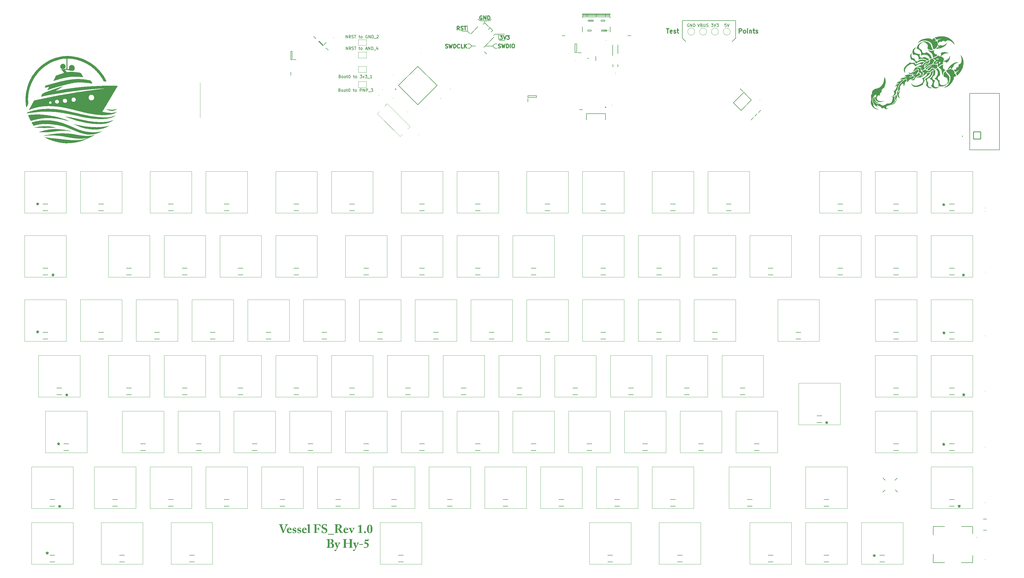
<source format=gto>
G04 #@! TF.GenerationSoftware,KiCad,Pcbnew,7.0.8*
G04 #@! TF.CreationDate,2024-02-16T20:15:50-06:00*
G04 #@! TF.ProjectId,VesselV3,56657373-656c-4563-932e-6b696361645f,3.0*
G04 #@! TF.SameCoordinates,Original*
G04 #@! TF.FileFunction,Legend,Top*
G04 #@! TF.FilePolarity,Positive*
%FSLAX46Y46*%
G04 Gerber Fmt 4.6, Leading zero omitted, Abs format (unit mm)*
G04 Created by KiCad (PCBNEW 7.0.8) date 2024-02-16 20:15:50*
%MOMM*%
%LPD*%
G01*
G04 APERTURE LIST*
G04 Aperture macros list*
%AMRoundRect*
0 Rectangle with rounded corners*
0 $1 Rounding radius*
0 $2 $3 $4 $5 $6 $7 $8 $9 X,Y pos of 4 corners*
0 Add a 4 corners polygon primitive as box body*
4,1,4,$2,$3,$4,$5,$6,$7,$8,$9,$2,$3,0*
0 Add four circle primitives for the rounded corners*
1,1,$1+$1,$2,$3*
1,1,$1+$1,$4,$5*
1,1,$1+$1,$6,$7*
1,1,$1+$1,$8,$9*
0 Add four rect primitives between the rounded corners*
20,1,$1+$1,$2,$3,$4,$5,0*
20,1,$1+$1,$4,$5,$6,$7,0*
20,1,$1+$1,$6,$7,$8,$9,0*
20,1,$1+$1,$8,$9,$2,$3,0*%
%AMRotRect*
0 Rectangle, with rotation*
0 The origin of the aperture is its center*
0 $1 length*
0 $2 width*
0 $3 Rotation angle, in degrees counterclockwise*
0 Add horizontal line*
21,1,$1,$2,0,0,$3*%
%AMFreePoly0*
4,1,6,1.000000,0.000000,0.500000,-0.750000,-0.500000,-0.750000,-0.500000,0.750000,0.500000,0.750000,1.000000,0.000000,1.000000,0.000000,$1*%
%AMFreePoly1*
4,1,6,0.500000,-0.750000,-0.650000,-0.750000,-0.150000,0.000000,-0.650000,0.750000,0.500000,0.750000,0.500000,-0.750000,0.500000,-0.750000,$1*%
G04 Aperture macros list end*
%ADD10C,0.150000*%
%ADD11C,0.200000*%
%ADD12C,0.300000*%
%ADD13C,0.375000*%
%ADD14C,0.120000*%
%ADD15C,0.152400*%
%ADD16C,0.100000*%
%ADD17C,0.127000*%
%ADD18C,0.250000*%
%ADD19RotRect,0.950000X1.450000X45.000000*%
%ADD20C,1.750000*%
%ADD21C,4.000000*%
%ADD22C,2.500000*%
%ADD23RotRect,1.150000X1.450000X45.000000*%
%ADD24R,0.647700X0.609600*%
%ADD25R,0.950000X1.450000*%
%ADD26FreePoly0,0.000000*%
%ADD27FreePoly1,0.000000*%
%ADD28RotRect,1.150000X1.450000X135.000000*%
%ADD29C,0.800000*%
%ADD30R,0.600000X1.250000*%
%ADD31R,0.300000X1.250000*%
%ADD32C,2.000000*%
%ADD33C,2.565000*%
%ADD34R,1.390000X0.910000*%
%ADD35R,1.200000X1.200000*%
%ADD36RotRect,0.650000X2.850000X135.000000*%
%ADD37RotRect,0.450000X1.475000X45.000000*%
%ADD38R,1.020000X1.470000*%
%ADD39RoundRect,0.102000X1.237500X-1.237500X1.237500X1.237500X-1.237500X1.237500X-1.237500X-1.237500X0*%
%ADD40C,2.679000*%
%ADD41R,1.450000X1.150000*%
%ADD42RotRect,0.910000X1.390000X315.000000*%
%ADD43R,1.000000X2.100000*%
%ADD44R,4.900000X5.850000*%
%ADD45R,1.220000X1.200000*%
%ADD46R,1.050000X0.600000*%
%ADD47RotRect,0.950000X1.000000X225.000000*%
%ADD48RotRect,0.300000X1.475000X135.000000*%
%ADD49RotRect,0.300000X1.475000X45.000000*%
%ADD50RotRect,1.150000X1.450000X315.000000*%
%ADD51FreePoly0,180.000000*%
%ADD52FreePoly1,180.000000*%
%ADD53C,3.048000*%
%ADD54C,3.987800*%
%ADD55R,1.450000X0.950000*%
%ADD56R,0.600000X1.200000*%
%ADD57R,1.400000X0.950000*%
%ADD58RotRect,0.950000X1.450000X135.000000*%
%ADD59C,7.000000*%
%ADD60C,5.500000*%
%ADD61RotRect,0.400000X1.050000X315.000000*%
%ADD62R,1.200000X0.600000*%
%ADD63RotRect,0.950000X1.400000X225.000000*%
%ADD64RotRect,1.150000X1.450000X225.000000*%
%ADD65RotRect,1.500000X5.500000X45.000000*%
%ADD66R,1.160000X1.820000*%
%ADD67R,1.500000X1.500000*%
%ADD68C,1.500000*%
%ADD69C,4.920000*%
%ADD70RoundRect,0.102000X0.031820X-0.392444X0.392444X-0.031820X-0.031820X0.392444X-0.392444X0.031820X0*%
%ADD71R,5.500000X1.000000*%
%ADD72R,3.000000X1.600000*%
G04 APERTURE END LIST*
D10*
X210185000Y-31877000D02*
X209677000Y-32385000D01*
X207518000Y-29210000D02*
X207010000Y-29718000D01*
X210947000Y-33147000D02*
X214249000Y-33147000D01*
X201549000Y-32131000D02*
X202311000Y-32893000D01*
X203073000Y-37211000D02*
X202311000Y-37973000D01*
X203073000Y-37211000D02*
X202311000Y-36449000D01*
X212280500Y-34798000D02*
X212788500Y-35306000D01*
X204343000Y-37211000D02*
X203073000Y-37211000D01*
D11*
X293192200Y-28422600D02*
X274980400Y-28422600D01*
D10*
X210566000Y-33528000D02*
X210947000Y-33147000D01*
X210185000Y-37211000D02*
X210947000Y-36449000D01*
X210947000Y-37973000D02*
X211709000Y-37973000D01*
X207518000Y-29210000D02*
X207518000Y-28575000D01*
D11*
X293192200Y-34467800D02*
X292023800Y-35636200D01*
D10*
X209296000Y-30988000D02*
X208788000Y-31496000D01*
X210185000Y-37211000D02*
X210947000Y-37973000D01*
X209169000Y-28575000D02*
X209804000Y-27940000D01*
D11*
X293192200Y-28422600D02*
X293192200Y-34467800D01*
D10*
X207899000Y-37211000D02*
X210185000Y-37211000D01*
X207518000Y-29210000D02*
X210185000Y-31877000D01*
X202311000Y-36449000D02*
X201676000Y-36449000D01*
D11*
X274980400Y-34467800D02*
X276148800Y-35636200D01*
D10*
X201549000Y-32131000D02*
X201549000Y-30099000D01*
X202311000Y-37973000D02*
X201676000Y-37973000D01*
D11*
X274980400Y-28422600D02*
X274980400Y-34467800D01*
D10*
X212280500Y-33147000D02*
X212280500Y-34798000D01*
X207518000Y-28575000D02*
X209169000Y-28575000D01*
X201549000Y-32131000D02*
X199644000Y-32131000D01*
X212788500Y-35306000D02*
X214376000Y-35306000D01*
X207518000Y-28575000D02*
X205867000Y-28575000D01*
X205867000Y-28575000D02*
X205232000Y-27940000D01*
X210947000Y-36449000D02*
X211709000Y-36449000D01*
D12*
G36*
X139252970Y-200798565D02*
G01*
X139257500Y-200828124D01*
X139273487Y-200836667D01*
X139403912Y-200836667D01*
X139436264Y-200838882D01*
X139464970Y-200845115D01*
X139497747Y-200858604D01*
X139524461Y-200876665D01*
X139545354Y-200897830D01*
X139563649Y-200926414D01*
X139573693Y-200954687D01*
X139576103Y-200975153D01*
X139575828Y-201005600D01*
X139574407Y-201034953D01*
X139570883Y-201068301D01*
X139565907Y-201098093D01*
X139558484Y-201130846D01*
X139548124Y-201166743D01*
X139538132Y-201195836D01*
X139534338Y-201205963D01*
X139520988Y-201243247D01*
X139506327Y-201283908D01*
X139490522Y-201327490D01*
X139473739Y-201373540D01*
X139456145Y-201421603D01*
X139437905Y-201471226D01*
X139419187Y-201521954D01*
X139400157Y-201573334D01*
X139380981Y-201624912D01*
X139361825Y-201676233D01*
X139342856Y-201726843D01*
X139324239Y-201776289D01*
X139306143Y-201824116D01*
X139288732Y-201869870D01*
X139272174Y-201913098D01*
X139256634Y-201953346D01*
X139244747Y-201986005D01*
X139229652Y-202026503D01*
X139211692Y-202073936D01*
X139191215Y-202127403D01*
X139180140Y-202156117D01*
X139168565Y-202186000D01*
X139156534Y-202216941D01*
X139144088Y-202248826D01*
X139131273Y-202281542D01*
X139118131Y-202314976D01*
X139104704Y-202349016D01*
X139091037Y-202383549D01*
X139077173Y-202418462D01*
X139063154Y-202453642D01*
X139049024Y-202488976D01*
X139034826Y-202524352D01*
X139020604Y-202559656D01*
X139006400Y-202594776D01*
X138992257Y-202629599D01*
X138978220Y-202664012D01*
X138964331Y-202697903D01*
X138950633Y-202731158D01*
X138937169Y-202763664D01*
X138923984Y-202795309D01*
X138911119Y-202825981D01*
X138898618Y-202855565D01*
X138886525Y-202883950D01*
X138874882Y-202911022D01*
X138858030Y-202911022D01*
X138845989Y-202875285D01*
X138830778Y-202830243D01*
X138812850Y-202777239D01*
X138803008Y-202748171D01*
X138792656Y-202717616D01*
X138781852Y-202685742D01*
X138770651Y-202652716D01*
X138759111Y-202618707D01*
X138747287Y-202583883D01*
X138735237Y-202548411D01*
X138723017Y-202512458D01*
X138710684Y-202476194D01*
X138698295Y-202439786D01*
X138685905Y-202403401D01*
X138673572Y-202367208D01*
X138661352Y-202331373D01*
X138649302Y-202296067D01*
X138637479Y-202261455D01*
X138625938Y-202227705D01*
X138614737Y-202194987D01*
X138603933Y-202163467D01*
X138593582Y-202133313D01*
X138583740Y-202104694D01*
X138565811Y-202052729D01*
X138550600Y-202008915D01*
X138538560Y-201974595D01*
X138521280Y-201926117D01*
X138502608Y-201872499D01*
X138492839Y-201844041D01*
X138482831Y-201814632D01*
X138472620Y-201784382D01*
X138462242Y-201753402D01*
X138451732Y-201721805D01*
X138441128Y-201689700D01*
X138430465Y-201657199D01*
X138419781Y-201624413D01*
X138409110Y-201591454D01*
X138398489Y-201558431D01*
X138387954Y-201525457D01*
X138377543Y-201492643D01*
X138367290Y-201460098D01*
X138357232Y-201427936D01*
X138347406Y-201396266D01*
X138337847Y-201365199D01*
X138328591Y-201334848D01*
X138319676Y-201305322D01*
X138311137Y-201276734D01*
X138295333Y-201222812D01*
X138281468Y-201173972D01*
X138269832Y-201131101D01*
X138260715Y-201095089D01*
X138257192Y-201079933D01*
X138251417Y-201047868D01*
X138247777Y-201017852D01*
X138245571Y-200985884D01*
X138244783Y-200954051D01*
X138244736Y-200937051D01*
X138252768Y-200907653D01*
X138275300Y-200881461D01*
X138303459Y-200863172D01*
X138331150Y-200851484D01*
X138362677Y-200842895D01*
X138397344Y-200837853D01*
X138424987Y-200836667D01*
X138605971Y-200836667D01*
X138633815Y-200825585D01*
X138639676Y-200798565D01*
X138639676Y-200701845D01*
X138631560Y-200672286D01*
X138600652Y-200663782D01*
X138597178Y-200663743D01*
X138559528Y-200664961D01*
X138527519Y-200666286D01*
X138486088Y-200667917D01*
X138452999Y-200669108D01*
X138415370Y-200670338D01*
X138373061Y-200671568D01*
X138325933Y-200672759D01*
X138273843Y-200673874D01*
X138216652Y-200674872D01*
X138186099Y-200675315D01*
X138154218Y-200675715D01*
X138120992Y-200676067D01*
X138086402Y-200676366D01*
X138050431Y-200676606D01*
X138013062Y-200676784D01*
X137974277Y-200676895D01*
X137934059Y-200676933D01*
X137887861Y-200676895D01*
X137843756Y-200676784D01*
X137801694Y-200676606D01*
X137761627Y-200676366D01*
X137723505Y-200676067D01*
X137687278Y-200675715D01*
X137652897Y-200675315D01*
X137620314Y-200674872D01*
X137589477Y-200674390D01*
X137532849Y-200673329D01*
X137482618Y-200672171D01*
X137438388Y-200670955D01*
X137399766Y-200669721D01*
X137366356Y-200668505D01*
X137325150Y-200666802D01*
X137293449Y-200665361D01*
X137263663Y-200664069D01*
X137248958Y-200663743D01*
X137221862Y-200676139D01*
X137219648Y-200693785D01*
X137219648Y-200794169D01*
X137223953Y-200823387D01*
X137240898Y-200836667D01*
X137350074Y-200836667D01*
X137381351Y-200838651D01*
X137416031Y-200846872D01*
X137446414Y-200861754D01*
X137473154Y-200883600D01*
X137492363Y-200906293D01*
X137509995Y-200933790D01*
X137526383Y-200966246D01*
X137530325Y-200975153D01*
X137541615Y-201002699D01*
X137556279Y-201040581D01*
X137573945Y-201087611D01*
X137594245Y-201142604D01*
X137605266Y-201172716D01*
X137616806Y-201204372D01*
X137628820Y-201237426D01*
X137641261Y-201271728D01*
X137654082Y-201307130D01*
X137667237Y-201343484D01*
X137680680Y-201380641D01*
X137694365Y-201418454D01*
X137708245Y-201456773D01*
X137722274Y-201495450D01*
X137736406Y-201534337D01*
X137750595Y-201573286D01*
X137764793Y-201612147D01*
X137778956Y-201650773D01*
X137793036Y-201689016D01*
X137806988Y-201726726D01*
X137820764Y-201763756D01*
X137834320Y-201799957D01*
X137847607Y-201835181D01*
X137860581Y-201869279D01*
X137873195Y-201902103D01*
X137885403Y-201933505D01*
X137897157Y-201963336D01*
X137908413Y-201991448D01*
X137920233Y-202020670D01*
X137933512Y-202053897D01*
X137948162Y-202090870D01*
X137964091Y-202131330D01*
X137981210Y-202175019D01*
X137999428Y-202221677D01*
X138018657Y-202271047D01*
X138038805Y-202322870D01*
X138059782Y-202376886D01*
X138081500Y-202432838D01*
X138103867Y-202490466D01*
X138126794Y-202549512D01*
X138150190Y-202609717D01*
X138173966Y-202670823D01*
X138198031Y-202732570D01*
X138222296Y-202794701D01*
X138246670Y-202856956D01*
X138271064Y-202919078D01*
X138295387Y-202980806D01*
X138319550Y-203041883D01*
X138343462Y-203102049D01*
X138367033Y-203161047D01*
X138390174Y-203218617D01*
X138412794Y-203274501D01*
X138434803Y-203328440D01*
X138456112Y-203380176D01*
X138476629Y-203429449D01*
X138496266Y-203476001D01*
X138514932Y-203519574D01*
X138532538Y-203559909D01*
X138548992Y-203596746D01*
X138564205Y-203629829D01*
X138577668Y-203659633D01*
X138591228Y-203686810D01*
X138609566Y-203712721D01*
X138637340Y-203731085D01*
X138660193Y-203734609D01*
X138690967Y-203730499D01*
X138717870Y-203715409D01*
X138738573Y-203691857D01*
X138756913Y-203662801D01*
X138774911Y-203628696D01*
X138801222Y-203573849D01*
X138817140Y-203539519D01*
X138834713Y-203501048D01*
X138853798Y-203458785D01*
X138874253Y-203413078D01*
X138895937Y-203364276D01*
X138918708Y-203312727D01*
X138942425Y-203258778D01*
X138966947Y-203202779D01*
X138992131Y-203145078D01*
X139017837Y-203086023D01*
X139043923Y-203025962D01*
X139070246Y-202965244D01*
X139096666Y-202904216D01*
X139123041Y-202843228D01*
X139149230Y-202782627D01*
X139175091Y-202722762D01*
X139200482Y-202663981D01*
X139225262Y-202606633D01*
X139249289Y-202551065D01*
X139272422Y-202497626D01*
X139294519Y-202446664D01*
X139315439Y-202398528D01*
X139335040Y-202353565D01*
X139353181Y-202312125D01*
X139369720Y-202274555D01*
X139384515Y-202241204D01*
X139397425Y-202212420D01*
X139408309Y-202188551D01*
X139423343Y-202155100D01*
X139438491Y-202120872D01*
X139453748Y-202085933D01*
X139469107Y-202050346D01*
X139484561Y-202014178D01*
X139500106Y-201977493D01*
X139515735Y-201940357D01*
X139531441Y-201902833D01*
X139547220Y-201864988D01*
X139563064Y-201826885D01*
X139578969Y-201788590D01*
X139594927Y-201750168D01*
X139610933Y-201711684D01*
X139626980Y-201673202D01*
X139643064Y-201634788D01*
X139659177Y-201596507D01*
X139675313Y-201558423D01*
X139691467Y-201520601D01*
X139707633Y-201483107D01*
X139723804Y-201446006D01*
X139739975Y-201409361D01*
X139756139Y-201373239D01*
X139772290Y-201337703D01*
X139788423Y-201302820D01*
X139804531Y-201268654D01*
X139820609Y-201235270D01*
X139836649Y-201202732D01*
X139852647Y-201171106D01*
X139868596Y-201140457D01*
X139884490Y-201110850D01*
X139900323Y-201082350D01*
X139916090Y-201055020D01*
X139936910Y-201021415D01*
X139958081Y-200991362D01*
X139979488Y-200964670D01*
X140001017Y-200941150D01*
X140022555Y-200920609D01*
X140054629Y-200894966D01*
X140086083Y-200874952D01*
X140116531Y-200859923D01*
X140145591Y-200849234D01*
X140181514Y-200840618D01*
X140213376Y-200837043D01*
X140227499Y-200836667D01*
X140324219Y-200836667D01*
X140350824Y-200823537D01*
X140353528Y-200806625D01*
X140353528Y-200701845D01*
X140348216Y-200671803D01*
X140324219Y-200663743D01*
X140294306Y-200664961D01*
X140262256Y-200666802D01*
X140230031Y-200668505D01*
X140189580Y-200670338D01*
X140157507Y-200671568D01*
X140120973Y-200672759D01*
X140079656Y-200673874D01*
X140033234Y-200674872D01*
X139981386Y-200675715D01*
X139923789Y-200676366D01*
X139892734Y-200676606D01*
X139860121Y-200676784D01*
X139825910Y-200676895D01*
X139790060Y-200676933D01*
X139738359Y-200676784D01*
X139688832Y-200676366D01*
X139641576Y-200675715D01*
X139596689Y-200674872D01*
X139554265Y-200673874D01*
X139514403Y-200672759D01*
X139477198Y-200671568D01*
X139442747Y-200670338D01*
X139411147Y-200669108D01*
X139369303Y-200667347D01*
X139334418Y-200665804D01*
X139299290Y-200664310D01*
X139277883Y-200663743D01*
X139253642Y-200681590D01*
X139252970Y-200693785D01*
X139252970Y-200798565D01*
G37*
G36*
X140913001Y-201837957D02*
G01*
X140971292Y-201843350D01*
X141026036Y-201852067D01*
X141077343Y-201863884D01*
X141125324Y-201878577D01*
X141170090Y-201895924D01*
X141211753Y-201915700D01*
X141250423Y-201937684D01*
X141286210Y-201961650D01*
X141319227Y-201987377D01*
X141349584Y-202014642D01*
X141377392Y-202043219D01*
X141402762Y-202072888D01*
X141425805Y-202103423D01*
X141446631Y-202134603D01*
X141465352Y-202166203D01*
X141482079Y-202198001D01*
X141496923Y-202229773D01*
X141509995Y-202261296D01*
X141521405Y-202292347D01*
X141531264Y-202322702D01*
X141546776Y-202380433D01*
X141557418Y-202432703D01*
X141564077Y-202477726D01*
X141567640Y-202513716D01*
X141569125Y-202546856D01*
X141569015Y-202551859D01*
X141559850Y-202582112D01*
X141534739Y-202598154D01*
X141504409Y-202603545D01*
X141471021Y-202605209D01*
X141438699Y-202605474D01*
X140477360Y-202605474D01*
X140477360Y-202719780D01*
X140478079Y-202760137D01*
X140480216Y-202799191D01*
X140483734Y-202836943D01*
X140488600Y-202873394D01*
X140494778Y-202908545D01*
X140502234Y-202942399D01*
X140510934Y-202974957D01*
X140520842Y-203006219D01*
X140531925Y-203036189D01*
X140544148Y-203064866D01*
X140557475Y-203092253D01*
X140571873Y-203118351D01*
X140603741Y-203166686D01*
X140639476Y-203209883D01*
X140678799Y-203247954D01*
X140721435Y-203280911D01*
X140767107Y-203308765D01*
X140815537Y-203331528D01*
X140866448Y-203349212D01*
X140919564Y-203361829D01*
X140974608Y-203369390D01*
X141031302Y-203371908D01*
X141069458Y-203370789D01*
X141106669Y-203367489D01*
X141142864Y-203362094D01*
X141177974Y-203354689D01*
X141211929Y-203345361D01*
X141244659Y-203334195D01*
X141276095Y-203321278D01*
X141306167Y-203306695D01*
X141334805Y-203290532D01*
X141361939Y-203272875D01*
X141387499Y-203253810D01*
X141411417Y-203233422D01*
X141433621Y-203211798D01*
X141454042Y-203189024D01*
X141472611Y-203165184D01*
X141489258Y-203140366D01*
X141502125Y-203123802D01*
X141531756Y-203127909D01*
X141602831Y-203166011D01*
X141613936Y-203175113D01*
X141618186Y-203205703D01*
X141608811Y-203237029D01*
X141594771Y-203267128D01*
X141578199Y-203297722D01*
X141557134Y-203330838D01*
X141531683Y-203365856D01*
X141501955Y-203402156D01*
X141468057Y-203439117D01*
X141430100Y-203476119D01*
X141388190Y-203512541D01*
X141342437Y-203547763D01*
X141318153Y-203564730D01*
X141292949Y-203581165D01*
X141266838Y-203596989D01*
X141239834Y-203612126D01*
X141211950Y-203626497D01*
X141183200Y-203640026D01*
X141153598Y-203652634D01*
X141123157Y-203664244D01*
X141091890Y-203674779D01*
X141059812Y-203684160D01*
X141026935Y-203692311D01*
X140993273Y-203699154D01*
X140958841Y-203704612D01*
X140923650Y-203708606D01*
X140887716Y-203711059D01*
X140851051Y-203711894D01*
X140801181Y-203711339D01*
X140752448Y-203709616D01*
X140704908Y-203706639D01*
X140658618Y-203702323D01*
X140613633Y-203696581D01*
X140570010Y-203689328D01*
X140527803Y-203680478D01*
X140487068Y-203669945D01*
X140447862Y-203657644D01*
X140410241Y-203643487D01*
X140374259Y-203627390D01*
X140339973Y-203609266D01*
X140307439Y-203589030D01*
X140276712Y-203566596D01*
X140247849Y-203541878D01*
X140220905Y-203514790D01*
X140182435Y-203472230D01*
X140147188Y-203430880D01*
X140115054Y-203390403D01*
X140085922Y-203350464D01*
X140059685Y-203310727D01*
X140036231Y-203270856D01*
X140015453Y-203230515D01*
X139997239Y-203189367D01*
X139981482Y-203147078D01*
X139968070Y-203103310D01*
X139956896Y-203057729D01*
X139947849Y-203009997D01*
X139940819Y-202959780D01*
X139935699Y-202906741D01*
X139932377Y-202850545D01*
X139931356Y-202821157D01*
X139930744Y-202790854D01*
X139930900Y-202754958D01*
X139931990Y-202713808D01*
X139933698Y-202683590D01*
X139936513Y-202651238D01*
X139940713Y-202616833D01*
X139946575Y-202580455D01*
X139954375Y-202542185D01*
X139964390Y-202502103D01*
X139976897Y-202460289D01*
X139982011Y-202445739D01*
X140481023Y-202445739D01*
X140884757Y-202445739D01*
X140901477Y-202445494D01*
X140938178Y-202442579D01*
X140967755Y-202436002D01*
X140997578Y-202419746D01*
X141014383Y-202394103D01*
X141018846Y-202363674D01*
X141017967Y-202329695D01*
X141015348Y-202296074D01*
X141011021Y-202263062D01*
X141005016Y-202230912D01*
X140997361Y-202199879D01*
X140988089Y-202170216D01*
X140977227Y-202142176D01*
X140958022Y-202103712D01*
X140935412Y-202070325D01*
X140909498Y-202042868D01*
X140880382Y-202022198D01*
X140848166Y-202009170D01*
X140812949Y-202004637D01*
X140777070Y-202006419D01*
X140743329Y-202011749D01*
X140711700Y-202020605D01*
X140682157Y-202032961D01*
X140654676Y-202048795D01*
X140629229Y-202068083D01*
X140605792Y-202090802D01*
X140584338Y-202116927D01*
X140564842Y-202146436D01*
X140547278Y-202179304D01*
X140531620Y-202215508D01*
X140517843Y-202255024D01*
X140505920Y-202297829D01*
X140495827Y-202343899D01*
X140487536Y-202393210D01*
X140481023Y-202445739D01*
X139982011Y-202445739D01*
X139992174Y-202416825D01*
X140010497Y-202371791D01*
X140032143Y-202325267D01*
X140057389Y-202277333D01*
X140086512Y-202228071D01*
X140102613Y-202202967D01*
X140119788Y-202177561D01*
X140134311Y-202157305D01*
X140165160Y-202118514D01*
X140198369Y-202082046D01*
X140233885Y-202047939D01*
X140271656Y-202016230D01*
X140311628Y-201986957D01*
X140353750Y-201960157D01*
X140397969Y-201935868D01*
X140444232Y-201914129D01*
X140492486Y-201894975D01*
X140542679Y-201878445D01*
X140594759Y-201864576D01*
X140648672Y-201853407D01*
X140704367Y-201844974D01*
X140761790Y-201839314D01*
X140791134Y-201837537D01*
X140820889Y-201836467D01*
X140851051Y-201836109D01*
X140913001Y-201837957D01*
G37*
G36*
X143076348Y-202004637D02*
G01*
X143067151Y-201974214D01*
X143045418Y-201950377D01*
X143017193Y-201932813D01*
X143000877Y-201924769D01*
X142969331Y-201910020D01*
X142941659Y-201898636D01*
X142910406Y-201887322D01*
X142875447Y-201876390D01*
X142836654Y-201866151D01*
X142793900Y-201856916D01*
X142763135Y-201851472D01*
X142730515Y-201846705D01*
X142696004Y-201842707D01*
X142659563Y-201839572D01*
X142621156Y-201837390D01*
X142580744Y-201836255D01*
X142559774Y-201836109D01*
X142527324Y-201836476D01*
X142496090Y-201837637D01*
X142465911Y-201839683D01*
X142436630Y-201842704D01*
X142394043Y-201849259D01*
X142352582Y-201858514D01*
X142311709Y-201870773D01*
X142270890Y-201886341D01*
X142243442Y-201898708D01*
X142215621Y-201912771D01*
X142187267Y-201928620D01*
X142158222Y-201946345D01*
X142128327Y-201966036D01*
X142097422Y-201987784D01*
X142068647Y-202010295D01*
X142042179Y-202033856D01*
X142017956Y-202058448D01*
X141995917Y-202084058D01*
X141975998Y-202110667D01*
X141958138Y-202138261D01*
X141942275Y-202166823D01*
X141928345Y-202196337D01*
X141916288Y-202226787D01*
X141906040Y-202258156D01*
X141897540Y-202290430D01*
X141890724Y-202323591D01*
X141885532Y-202357624D01*
X141881900Y-202392512D01*
X141879767Y-202428239D01*
X141879069Y-202464790D01*
X141881545Y-202519418D01*
X141888845Y-202570473D01*
X141900780Y-202618109D01*
X141917160Y-202662478D01*
X141937794Y-202703735D01*
X141962493Y-202742032D01*
X141991067Y-202777524D01*
X142023325Y-202810363D01*
X142059078Y-202840704D01*
X142098137Y-202868700D01*
X142140309Y-202894503D01*
X142185407Y-202918269D01*
X142233240Y-202940150D01*
X142283617Y-202960299D01*
X142336349Y-202978871D01*
X142391247Y-202996018D01*
X142440722Y-203011380D01*
X142486686Y-203026278D01*
X142529183Y-203040918D01*
X142568258Y-203055507D01*
X142603953Y-203070250D01*
X142636314Y-203085354D01*
X142665384Y-203101025D01*
X142691207Y-203117468D01*
X142723950Y-203144033D01*
X142749636Y-203173496D01*
X142768412Y-203206553D01*
X142780427Y-203243898D01*
X142785830Y-203286228D01*
X142786187Y-203301566D01*
X142783777Y-203341720D01*
X142776643Y-203379516D01*
X142764930Y-203414607D01*
X142748784Y-203446646D01*
X142728348Y-203475285D01*
X142703768Y-203500176D01*
X142675189Y-203520970D01*
X142642756Y-203537322D01*
X142606613Y-203548881D01*
X142566905Y-203555302D01*
X142538525Y-203556556D01*
X142503370Y-203555361D01*
X142470371Y-203551872D01*
X142439418Y-203546234D01*
X142410401Y-203538592D01*
X142370261Y-203523690D01*
X142333853Y-203505093D01*
X142300805Y-203483292D01*
X142270743Y-203458775D01*
X142243294Y-203432032D01*
X142218084Y-203403550D01*
X142194742Y-203373821D01*
X142172893Y-203343332D01*
X142005099Y-203096402D01*
X141981371Y-203078391D01*
X141975789Y-203079549D01*
X141900318Y-203100799D01*
X141875098Y-203116879D01*
X141871009Y-203134504D01*
X141925231Y-203536039D01*
X141932621Y-203566137D01*
X141950144Y-203590261D01*
X141976139Y-203606427D01*
X142004303Y-203620437D01*
X142039206Y-203635355D01*
X142080223Y-203650544D01*
X142110657Y-203660505D01*
X142143347Y-203670115D01*
X142178109Y-203679183D01*
X142214758Y-203687521D01*
X142253109Y-203694941D01*
X142292978Y-203701253D01*
X142334179Y-203706268D01*
X142376530Y-203709798D01*
X142419844Y-203711653D01*
X142441805Y-203711894D01*
X142484253Y-203711113D01*
X142525716Y-203708791D01*
X142566170Y-203704958D01*
X142605591Y-203699644D01*
X142643955Y-203692878D01*
X142681239Y-203684692D01*
X142717419Y-203675114D01*
X142752470Y-203664175D01*
X142786370Y-203651906D01*
X142819095Y-203638335D01*
X142850620Y-203623494D01*
X142880922Y-203607412D01*
X142909978Y-203590119D01*
X142937763Y-203571645D01*
X142964255Y-203552021D01*
X142989428Y-203531277D01*
X143013259Y-203509441D01*
X143035725Y-203486546D01*
X143056802Y-203462620D01*
X143076467Y-203437693D01*
X143094694Y-203411797D01*
X143111461Y-203384960D01*
X143126744Y-203357213D01*
X143140519Y-203328586D01*
X143152762Y-203299108D01*
X143163450Y-203268811D01*
X143172559Y-203237724D01*
X143180065Y-203205876D01*
X143185944Y-203173299D01*
X143190173Y-203140022D01*
X143192727Y-203106076D01*
X143193584Y-203071489D01*
X143192879Y-203031446D01*
X143190566Y-202993569D01*
X143186352Y-202957590D01*
X143179944Y-202923241D01*
X143171049Y-202890254D01*
X143159373Y-202858361D01*
X143144623Y-202827294D01*
X143126505Y-202796785D01*
X143104726Y-202766566D01*
X143078993Y-202736368D01*
X143059495Y-202716116D01*
X143036125Y-202692171D01*
X143013148Y-202670491D01*
X142990376Y-202650887D01*
X142956184Y-202624958D01*
X142921383Y-202602630D01*
X142885330Y-202583264D01*
X142847386Y-202566217D01*
X142806908Y-202550849D01*
X142778198Y-202541219D01*
X142747888Y-202531860D01*
X142715787Y-202522582D01*
X142681705Y-202513196D01*
X142645452Y-202503510D01*
X142626452Y-202498496D01*
X142598082Y-202490716D01*
X142545754Y-202475796D01*
X142499044Y-202461548D01*
X142457634Y-202447757D01*
X142421205Y-202434207D01*
X142389437Y-202420682D01*
X142362013Y-202406966D01*
X142328323Y-202385564D01*
X142302613Y-202362519D01*
X142283805Y-202337105D01*
X142270825Y-202308591D01*
X142262597Y-202276251D01*
X142258044Y-202239357D01*
X142257157Y-202225921D01*
X142260268Y-202187507D01*
X142269213Y-202152308D01*
X142283413Y-202120447D01*
X142302289Y-202092046D01*
X142325260Y-202067229D01*
X142351748Y-202046119D01*
X142381172Y-202028839D01*
X142412954Y-202015513D01*
X142446512Y-202006263D01*
X142481269Y-202001213D01*
X142504819Y-202000240D01*
X142539066Y-202001934D01*
X142570982Y-202006756D01*
X142600675Y-202014319D01*
X142636987Y-202027997D01*
X142669780Y-202044940D01*
X142699304Y-202064230D01*
X142725808Y-202084947D01*
X142749540Y-202106173D01*
X142765671Y-202121873D01*
X143000877Y-202372466D01*
X143025688Y-202388951D01*
X143042642Y-202384923D01*
X143118113Y-202351950D01*
X143136507Y-202328957D01*
X143134966Y-202313848D01*
X143076348Y-202004637D01*
G37*
G36*
X144705936Y-202004637D02*
G01*
X144696740Y-201974214D01*
X144675006Y-201950377D01*
X144646781Y-201932813D01*
X144630465Y-201924769D01*
X144598919Y-201910020D01*
X144571247Y-201898636D01*
X144539995Y-201887322D01*
X144505035Y-201876390D01*
X144466242Y-201866151D01*
X144423488Y-201856916D01*
X144392723Y-201851472D01*
X144360103Y-201846705D01*
X144325592Y-201842707D01*
X144289151Y-201839572D01*
X144250744Y-201837390D01*
X144210332Y-201836255D01*
X144189362Y-201836109D01*
X144156913Y-201836476D01*
X144125678Y-201837637D01*
X144095499Y-201839683D01*
X144066218Y-201842704D01*
X144023631Y-201849259D01*
X143982170Y-201858514D01*
X143941298Y-201870773D01*
X143900478Y-201886341D01*
X143873030Y-201898708D01*
X143845209Y-201912771D01*
X143816855Y-201928620D01*
X143787810Y-201946345D01*
X143757915Y-201966036D01*
X143727011Y-201987784D01*
X143698235Y-202010295D01*
X143671767Y-202033856D01*
X143647544Y-202058448D01*
X143625505Y-202084058D01*
X143605586Y-202110667D01*
X143587726Y-202138261D01*
X143571863Y-202166823D01*
X143557934Y-202196337D01*
X143545876Y-202226787D01*
X143535628Y-202258156D01*
X143527128Y-202290430D01*
X143520313Y-202323591D01*
X143515120Y-202357624D01*
X143511488Y-202392512D01*
X143509355Y-202428239D01*
X143508658Y-202464790D01*
X143511133Y-202519418D01*
X143518433Y-202570473D01*
X143530368Y-202618109D01*
X143546748Y-202662478D01*
X143567382Y-202703735D01*
X143592081Y-202742032D01*
X143620655Y-202777524D01*
X143652913Y-202810363D01*
X143688667Y-202840704D01*
X143727725Y-202868700D01*
X143769898Y-202894503D01*
X143814995Y-202918269D01*
X143862828Y-202940150D01*
X143913205Y-202960299D01*
X143965938Y-202978871D01*
X144020835Y-202996018D01*
X144070310Y-203011380D01*
X144116274Y-203026278D01*
X144158771Y-203040918D01*
X144197846Y-203055507D01*
X144233542Y-203070250D01*
X144265902Y-203085354D01*
X144294972Y-203101025D01*
X144320796Y-203117468D01*
X144353539Y-203144033D01*
X144379224Y-203173496D01*
X144398000Y-203206553D01*
X144410015Y-203243898D01*
X144415418Y-203286228D01*
X144415775Y-203301566D01*
X144413365Y-203341720D01*
X144406231Y-203379516D01*
X144394519Y-203414607D01*
X144378372Y-203446646D01*
X144357936Y-203475285D01*
X144333356Y-203500176D01*
X144304777Y-203520970D01*
X144272344Y-203537322D01*
X144236201Y-203548881D01*
X144196494Y-203555302D01*
X144168113Y-203556556D01*
X144132958Y-203555361D01*
X144099959Y-203551872D01*
X144069007Y-203546234D01*
X144039989Y-203538592D01*
X143999849Y-203523690D01*
X143963441Y-203505093D01*
X143930393Y-203483292D01*
X143900331Y-203458775D01*
X143872882Y-203432032D01*
X143847673Y-203403550D01*
X143824330Y-203373821D01*
X143802482Y-203343332D01*
X143634687Y-203096402D01*
X143610960Y-203078391D01*
X143605378Y-203079549D01*
X143529907Y-203100799D01*
X143504686Y-203116879D01*
X143500598Y-203134504D01*
X143554819Y-203536039D01*
X143562209Y-203566137D01*
X143579732Y-203590261D01*
X143605727Y-203606427D01*
X143633891Y-203620437D01*
X143668794Y-203635355D01*
X143709811Y-203650544D01*
X143740245Y-203660505D01*
X143772935Y-203670115D01*
X143807697Y-203679183D01*
X143844346Y-203687521D01*
X143882697Y-203694941D01*
X143922566Y-203701253D01*
X143963768Y-203706268D01*
X144006118Y-203709798D01*
X144049432Y-203711653D01*
X144071393Y-203711894D01*
X144113842Y-203711113D01*
X144155305Y-203708791D01*
X144195758Y-203704958D01*
X144235179Y-203699644D01*
X144273544Y-203692878D01*
X144310827Y-203684692D01*
X144347007Y-203675114D01*
X144382059Y-203664175D01*
X144415958Y-203651906D01*
X144448683Y-203638335D01*
X144480208Y-203623494D01*
X144510511Y-203607412D01*
X144539566Y-203590119D01*
X144567352Y-203571645D01*
X144593843Y-203552021D01*
X144619016Y-203531277D01*
X144642848Y-203509441D01*
X144665314Y-203486546D01*
X144686391Y-203462620D01*
X144706055Y-203437693D01*
X144724282Y-203411797D01*
X144741049Y-203384960D01*
X144756332Y-203357213D01*
X144770107Y-203328586D01*
X144782350Y-203299108D01*
X144793038Y-203268811D01*
X144802147Y-203237724D01*
X144809653Y-203205876D01*
X144815532Y-203173299D01*
X144819761Y-203140022D01*
X144822316Y-203106076D01*
X144823173Y-203071489D01*
X144822467Y-203031446D01*
X144820154Y-202993569D01*
X144815940Y-202957590D01*
X144809533Y-202923241D01*
X144800638Y-202890254D01*
X144788962Y-202858361D01*
X144774211Y-202827294D01*
X144756094Y-202796785D01*
X144734314Y-202766566D01*
X144708581Y-202736368D01*
X144689083Y-202716116D01*
X144665713Y-202692171D01*
X144642737Y-202670491D01*
X144619964Y-202650887D01*
X144585773Y-202624958D01*
X144550971Y-202602630D01*
X144514919Y-202583264D01*
X144476974Y-202566217D01*
X144436496Y-202550849D01*
X144407787Y-202541219D01*
X144377476Y-202531860D01*
X144345375Y-202522582D01*
X144311293Y-202513196D01*
X144275040Y-202503510D01*
X144256041Y-202498496D01*
X144227670Y-202490716D01*
X144175342Y-202475796D01*
X144128632Y-202461548D01*
X144087222Y-202447757D01*
X144050793Y-202434207D01*
X144019026Y-202420682D01*
X143991602Y-202406966D01*
X143957912Y-202385564D01*
X143932201Y-202362519D01*
X143913394Y-202337105D01*
X143900414Y-202308591D01*
X143892185Y-202276251D01*
X143887632Y-202239357D01*
X143886745Y-202225921D01*
X143889856Y-202187507D01*
X143898801Y-202152308D01*
X143913001Y-202120447D01*
X143931877Y-202092046D01*
X143954848Y-202067229D01*
X143981336Y-202046119D01*
X144010761Y-202028839D01*
X144042542Y-202015513D01*
X144076101Y-202006263D01*
X144110857Y-202001213D01*
X144134408Y-202000240D01*
X144168654Y-202001934D01*
X144200571Y-202006756D01*
X144230263Y-202014319D01*
X144266575Y-202027997D01*
X144299369Y-202044940D01*
X144328893Y-202064230D01*
X144355396Y-202084947D01*
X144379129Y-202106173D01*
X144395259Y-202121873D01*
X144630465Y-202372466D01*
X144655277Y-202388951D01*
X144672230Y-202384923D01*
X144747702Y-202351950D01*
X144766096Y-202328957D01*
X144764554Y-202313848D01*
X144705936Y-202004637D01*
G37*
G36*
X146065548Y-201837957D02*
G01*
X146123839Y-201843350D01*
X146178583Y-201852067D01*
X146229890Y-201863884D01*
X146277871Y-201878577D01*
X146322637Y-201895924D01*
X146364300Y-201915700D01*
X146402970Y-201937684D01*
X146438757Y-201961650D01*
X146471774Y-201987377D01*
X146502131Y-202014642D01*
X146529939Y-202043219D01*
X146555309Y-202072888D01*
X146578352Y-202103423D01*
X146599178Y-202134603D01*
X146617900Y-202166203D01*
X146634627Y-202198001D01*
X146649470Y-202229773D01*
X146662542Y-202261296D01*
X146673952Y-202292347D01*
X146683811Y-202322702D01*
X146699323Y-202380433D01*
X146709965Y-202432703D01*
X146716624Y-202477726D01*
X146720188Y-202513716D01*
X146721672Y-202546856D01*
X146721562Y-202551859D01*
X146712397Y-202582112D01*
X146687286Y-202598154D01*
X146656956Y-202603545D01*
X146623568Y-202605209D01*
X146591247Y-202605474D01*
X145629907Y-202605474D01*
X145629907Y-202719780D01*
X145630626Y-202760137D01*
X145632763Y-202799191D01*
X145636281Y-202836943D01*
X145641147Y-202873394D01*
X145647325Y-202908545D01*
X145654781Y-202942399D01*
X145663481Y-202974957D01*
X145673390Y-203006219D01*
X145684472Y-203036189D01*
X145696695Y-203064866D01*
X145710022Y-203092253D01*
X145724420Y-203118351D01*
X145756288Y-203166686D01*
X145792023Y-203209883D01*
X145831347Y-203247954D01*
X145873983Y-203280911D01*
X145919654Y-203308765D01*
X145968084Y-203331528D01*
X146018995Y-203349212D01*
X146072111Y-203361829D01*
X146127155Y-203369390D01*
X146183849Y-203371908D01*
X146222006Y-203370789D01*
X146259216Y-203367489D01*
X146295411Y-203362094D01*
X146330521Y-203354689D01*
X146364476Y-203345361D01*
X146397207Y-203334195D01*
X146428643Y-203321278D01*
X146458714Y-203306695D01*
X146487352Y-203290532D01*
X146514486Y-203272875D01*
X146540047Y-203253810D01*
X146563964Y-203233422D01*
X146586168Y-203211798D01*
X146606589Y-203189024D01*
X146625158Y-203165184D01*
X146641805Y-203140366D01*
X146654672Y-203123802D01*
X146684303Y-203127909D01*
X146755378Y-203166011D01*
X146766483Y-203175113D01*
X146770734Y-203205703D01*
X146761358Y-203237029D01*
X146747318Y-203267128D01*
X146730746Y-203297722D01*
X146709681Y-203330838D01*
X146684230Y-203365856D01*
X146654502Y-203402156D01*
X146620605Y-203439117D01*
X146582647Y-203476119D01*
X146540737Y-203512541D01*
X146494984Y-203547763D01*
X146470700Y-203564730D01*
X146445496Y-203581165D01*
X146419385Y-203596989D01*
X146392381Y-203612126D01*
X146364497Y-203626497D01*
X146335747Y-203640026D01*
X146306145Y-203652634D01*
X146275704Y-203664244D01*
X146244437Y-203674779D01*
X146212359Y-203684160D01*
X146179482Y-203692311D01*
X146145821Y-203699154D01*
X146111388Y-203704612D01*
X146076198Y-203708606D01*
X146040263Y-203711059D01*
X146003598Y-203711894D01*
X145953728Y-203711339D01*
X145904995Y-203709616D01*
X145857455Y-203706639D01*
X145811165Y-203702323D01*
X145766181Y-203696581D01*
X145722557Y-203689328D01*
X145680350Y-203680478D01*
X145639615Y-203669945D01*
X145600409Y-203657644D01*
X145562788Y-203643487D01*
X145526806Y-203627390D01*
X145492520Y-203609266D01*
X145459986Y-203589030D01*
X145429259Y-203566596D01*
X145400396Y-203541878D01*
X145373452Y-203514790D01*
X145334982Y-203472230D01*
X145299735Y-203430880D01*
X145267601Y-203390403D01*
X145238469Y-203350464D01*
X145212232Y-203310727D01*
X145188778Y-203270856D01*
X145168000Y-203230515D01*
X145149786Y-203189367D01*
X145134029Y-203147078D01*
X145120617Y-203103310D01*
X145109443Y-203057729D01*
X145100396Y-203009997D01*
X145093367Y-202959780D01*
X145088246Y-202906741D01*
X145084924Y-202850545D01*
X145083903Y-202821157D01*
X145083291Y-202790854D01*
X145083447Y-202754958D01*
X145084537Y-202713808D01*
X145086245Y-202683590D01*
X145089060Y-202651238D01*
X145093260Y-202616833D01*
X145099122Y-202580455D01*
X145106922Y-202542185D01*
X145116937Y-202502103D01*
X145129445Y-202460289D01*
X145134559Y-202445739D01*
X145633570Y-202445739D01*
X146037304Y-202445739D01*
X146054024Y-202445494D01*
X146090725Y-202442579D01*
X146120302Y-202436002D01*
X146150125Y-202419746D01*
X146166930Y-202394103D01*
X146171393Y-202363674D01*
X146170514Y-202329695D01*
X146167895Y-202296074D01*
X146163568Y-202263062D01*
X146157563Y-202230912D01*
X146149909Y-202199879D01*
X146140636Y-202170216D01*
X146129774Y-202142176D01*
X146110569Y-202103712D01*
X146087959Y-202070325D01*
X146062046Y-202042868D01*
X146032930Y-202022198D01*
X146000713Y-202009170D01*
X145965496Y-202004637D01*
X145929617Y-202006419D01*
X145895876Y-202011749D01*
X145864247Y-202020605D01*
X145834704Y-202032961D01*
X145807223Y-202048795D01*
X145781776Y-202068083D01*
X145758339Y-202090802D01*
X145736885Y-202116927D01*
X145717389Y-202146436D01*
X145699825Y-202179304D01*
X145684167Y-202215508D01*
X145670390Y-202255024D01*
X145658467Y-202297829D01*
X145648374Y-202343899D01*
X145640083Y-202393210D01*
X145633570Y-202445739D01*
X145134559Y-202445739D01*
X145144721Y-202416825D01*
X145163044Y-202371791D01*
X145184690Y-202325267D01*
X145209936Y-202277333D01*
X145239059Y-202228071D01*
X145255160Y-202202967D01*
X145272335Y-202177561D01*
X145286858Y-202157305D01*
X145317708Y-202118514D01*
X145350916Y-202082046D01*
X145386432Y-202047939D01*
X145424203Y-202016230D01*
X145464175Y-201986957D01*
X145506297Y-201960157D01*
X145550516Y-201935868D01*
X145596779Y-201914129D01*
X145645033Y-201894975D01*
X145695226Y-201878445D01*
X145747306Y-201864576D01*
X145801219Y-201853407D01*
X145856914Y-201844974D01*
X145914337Y-201839314D01*
X145943681Y-201837537D01*
X145973437Y-201836467D01*
X146003598Y-201836109D01*
X146065548Y-201837957D01*
G37*
G36*
X147732838Y-202033946D02*
G01*
X147732888Y-201973304D01*
X147732950Y-201938435D01*
X147733035Y-201900832D01*
X147733143Y-201860719D01*
X147733272Y-201818319D01*
X147733423Y-201773855D01*
X147733593Y-201727551D01*
X147733783Y-201679630D01*
X147733991Y-201630317D01*
X147734218Y-201579835D01*
X147734460Y-201528406D01*
X147734720Y-201476255D01*
X147734994Y-201423605D01*
X147735283Y-201370680D01*
X147735585Y-201317704D01*
X147735901Y-201264899D01*
X147736228Y-201212489D01*
X147736567Y-201160698D01*
X147736916Y-201109749D01*
X147737275Y-201059866D01*
X147737643Y-201011272D01*
X147738019Y-200964192D01*
X147738402Y-200918847D01*
X147738791Y-200875463D01*
X147739186Y-200834262D01*
X147739586Y-200795468D01*
X147739990Y-200759304D01*
X147740397Y-200725995D01*
X147740807Y-200695763D01*
X147741630Y-200645425D01*
X147741595Y-200614453D01*
X147732513Y-200585169D01*
X147705907Y-200570017D01*
X147703528Y-200569954D01*
X147672367Y-200575249D01*
X147642220Y-200586028D01*
X147611205Y-200599263D01*
X147569151Y-200618921D01*
X147533259Y-200633896D01*
X147492043Y-200650052D01*
X147446328Y-200667119D01*
X147396937Y-200684829D01*
X147344696Y-200702912D01*
X147290428Y-200721099D01*
X147234959Y-200739120D01*
X147179111Y-200756705D01*
X147123710Y-200773586D01*
X147069579Y-200789493D01*
X147017544Y-200804156D01*
X146968429Y-200817307D01*
X146923057Y-200828675D01*
X146882253Y-200837992D01*
X146863822Y-200841796D01*
X146836152Y-200853308D01*
X146825720Y-200875502D01*
X146825720Y-200938517D01*
X146833544Y-200966922D01*
X146859425Y-200983946D01*
X146934896Y-201009591D01*
X146971551Y-201021837D01*
X147005570Y-201035301D01*
X147036790Y-201050314D01*
X147065049Y-201067203D01*
X147090182Y-201086301D01*
X147112027Y-201107935D01*
X147130421Y-201132436D01*
X147145201Y-201160133D01*
X147156204Y-201191356D01*
X147163267Y-201226434D01*
X147165706Y-201252124D01*
X147167954Y-201288467D01*
X147169217Y-201318772D01*
X147170306Y-201353474D01*
X147171234Y-201392174D01*
X147172013Y-201434476D01*
X147172658Y-201479979D01*
X147173180Y-201528287D01*
X147173593Y-201579000D01*
X147173909Y-201631721D01*
X147174141Y-201686052D01*
X147174303Y-201741593D01*
X147174406Y-201797948D01*
X147174465Y-201854718D01*
X147174491Y-201911504D01*
X147174498Y-201967909D01*
X147174498Y-201995844D01*
X147174498Y-203325746D01*
X147172794Y-203365068D01*
X147167973Y-203398431D01*
X147157455Y-203434437D01*
X147143214Y-203461745D01*
X147121762Y-203485296D01*
X147093342Y-203500824D01*
X147060926Y-203505997D01*
X146934896Y-203505997D01*
X146904321Y-203508204D01*
X146881722Y-203529034D01*
X146880674Y-203543367D01*
X146880674Y-203615174D01*
X146884345Y-203645751D01*
X146908030Y-203664952D01*
X146909983Y-203665000D01*
X146945184Y-203663850D01*
X146985052Y-203662110D01*
X147024003Y-203660502D01*
X147054425Y-203659354D01*
X147088500Y-203658188D01*
X147126306Y-203657040D01*
X147167920Y-203655947D01*
X147213419Y-203654945D01*
X147262882Y-203654071D01*
X147316384Y-203653360D01*
X147374004Y-203652851D01*
X147404382Y-203652683D01*
X147435818Y-203652579D01*
X147468323Y-203652543D01*
X147499009Y-203652579D01*
X147528831Y-203652683D01*
X147585875Y-203653078D01*
X147639445Y-203653693D01*
X147689526Y-203654489D01*
X147736109Y-203655432D01*
X147779181Y-203656484D01*
X147818731Y-203657610D01*
X147854745Y-203658771D01*
X147887214Y-203659933D01*
X147929241Y-203661596D01*
X147963223Y-203663053D01*
X147995949Y-203664464D01*
X148014205Y-203665000D01*
X148036764Y-203646036D01*
X148039851Y-203623234D01*
X148039851Y-203543367D01*
X148030783Y-203515340D01*
X148000366Y-203506143D01*
X147993689Y-203505997D01*
X147850807Y-203505997D01*
X147821000Y-203503340D01*
X147792584Y-203493114D01*
X147769417Y-203472112D01*
X147755660Y-203443309D01*
X147748645Y-203408532D01*
X147746027Y-203376304D01*
X147742654Y-203338345D01*
X147739912Y-203293724D01*
X147738402Y-203260900D01*
X147737123Y-203226049D01*
X147736058Y-203189545D01*
X147735185Y-203151761D01*
X147734486Y-203113072D01*
X147733942Y-203073850D01*
X147733533Y-203034469D01*
X147733240Y-202995304D01*
X147733044Y-202956726D01*
X147732925Y-202919110D01*
X147732863Y-202882829D01*
X147732841Y-202848257D01*
X147732838Y-202815767D01*
X147732838Y-202033946D01*
G37*
G36*
X150051923Y-201968000D02*
G01*
X150051973Y-201913609D01*
X150052032Y-201881953D01*
X150052112Y-201847655D01*
X150052212Y-201810964D01*
X150052329Y-201772128D01*
X150052463Y-201731395D01*
X150052610Y-201689014D01*
X150052771Y-201645233D01*
X150052943Y-201600301D01*
X150053125Y-201554467D01*
X150053314Y-201507978D01*
X150053511Y-201461084D01*
X150053712Y-201414032D01*
X150053916Y-201367072D01*
X150054122Y-201320451D01*
X150054327Y-201274419D01*
X150054532Y-201229223D01*
X150054733Y-201185112D01*
X150054929Y-201142335D01*
X150055118Y-201101140D01*
X150055300Y-201061776D01*
X150055472Y-201024491D01*
X150055633Y-200989533D01*
X150055781Y-200957151D01*
X150055914Y-200927594D01*
X150056131Y-200877946D01*
X150056270Y-200842579D01*
X150056320Y-200823478D01*
X150094625Y-200823625D01*
X150138066Y-200824071D01*
X150185769Y-200824821D01*
X150236857Y-200825882D01*
X150290458Y-200827262D01*
X150345695Y-200828965D01*
X150401694Y-200830999D01*
X150457580Y-200833370D01*
X150512479Y-200836085D01*
X150565516Y-200839149D01*
X150615816Y-200842570D01*
X150662504Y-200846353D01*
X150704705Y-200850506D01*
X150741545Y-200855034D01*
X150772150Y-200859945D01*
X150795643Y-200865244D01*
X150824351Y-200873827D01*
X150853439Y-200884992D01*
X150882666Y-200898499D01*
X150911795Y-200914110D01*
X150940585Y-200931586D01*
X150968798Y-200950686D01*
X150996195Y-200971173D01*
X151022537Y-200992807D01*
X151047584Y-201015349D01*
X151071098Y-201038560D01*
X151085803Y-201054288D01*
X151117254Y-201087540D01*
X151147061Y-201119685D01*
X151175261Y-201150699D01*
X151201895Y-201180557D01*
X151227000Y-201209235D01*
X151250616Y-201236707D01*
X151272780Y-201262949D01*
X151293532Y-201287937D01*
X151312910Y-201311644D01*
X151339485Y-201344754D01*
X151363187Y-201374845D01*
X151384145Y-201401836D01*
X151402490Y-201425642D01*
X151413333Y-201439703D01*
X151431869Y-201465085D01*
X151454843Y-201484090D01*
X151471951Y-201481468D01*
X151556215Y-201435307D01*
X151569909Y-201408229D01*
X151568672Y-201402334D01*
X151404540Y-200734818D01*
X151397602Y-200704547D01*
X151384613Y-200676048D01*
X151362775Y-200663743D01*
X151332854Y-200665810D01*
X151303218Y-200669076D01*
X151268215Y-200672959D01*
X151237250Y-200675991D01*
X151204396Y-200678530D01*
X151170339Y-200680180D01*
X151144422Y-200680596D01*
X151096529Y-200677778D01*
X151065535Y-200676613D01*
X151030318Y-200675600D01*
X150991235Y-200674732D01*
X150948644Y-200674000D01*
X150902901Y-200673397D01*
X150854364Y-200672914D01*
X150803389Y-200672544D01*
X150750334Y-200672279D01*
X150695555Y-200672110D01*
X150639410Y-200672031D01*
X150582255Y-200672033D01*
X150524448Y-200672107D01*
X150466345Y-200672247D01*
X150408304Y-200672445D01*
X150350682Y-200672691D01*
X150293835Y-200672979D01*
X150238121Y-200673301D01*
X150183896Y-200673648D01*
X150131518Y-200674013D01*
X150081344Y-200674388D01*
X150033731Y-200674764D01*
X149989035Y-200675135D01*
X149947614Y-200675492D01*
X149909824Y-200675826D01*
X149876024Y-200676131D01*
X149846569Y-200676399D01*
X149802125Y-200676789D01*
X149779348Y-200676933D01*
X149732293Y-200676895D01*
X149687266Y-200676784D01*
X149644225Y-200676606D01*
X149603126Y-200676366D01*
X149563923Y-200676067D01*
X149526574Y-200675715D01*
X149491033Y-200675315D01*
X149457257Y-200674872D01*
X149425202Y-200674390D01*
X149394822Y-200673874D01*
X149338917Y-200672759D01*
X149289188Y-200671568D01*
X149245281Y-200670338D01*
X149206844Y-200669108D01*
X149173524Y-200667917D01*
X149132364Y-200666286D01*
X149100731Y-200664961D01*
X149071311Y-200663892D01*
X149061274Y-200663743D01*
X149034150Y-200677098D01*
X149031233Y-200689389D01*
X149031233Y-200811022D01*
X149049458Y-200834114D01*
X149069334Y-200836667D01*
X149241526Y-200836667D01*
X149272016Y-200837765D01*
X149308131Y-200842617D01*
X149339018Y-200851294D01*
X149370211Y-200867442D01*
X149393086Y-200889386D01*
X149407559Y-200917025D01*
X149413545Y-200950258D01*
X149413717Y-200957568D01*
X149414095Y-200997332D01*
X149414528Y-201032990D01*
X149415091Y-201077300D01*
X149415756Y-201128866D01*
X149416499Y-201186290D01*
X149416891Y-201216763D01*
X149417293Y-201248176D01*
X149417702Y-201280354D01*
X149418113Y-201313124D01*
X149418525Y-201346310D01*
X149418933Y-201379738D01*
X149419335Y-201413233D01*
X149419728Y-201446621D01*
X149420107Y-201479726D01*
X149420470Y-201512374D01*
X149420814Y-201544391D01*
X149421136Y-201575601D01*
X149421431Y-201605830D01*
X149421933Y-201662647D01*
X149422292Y-201713443D01*
X149422484Y-201756822D01*
X149422510Y-201775293D01*
X149422510Y-202068384D01*
X149422472Y-202135747D01*
X149422361Y-202201931D01*
X149422181Y-202266888D01*
X149421936Y-202330572D01*
X149421630Y-202392937D01*
X149421268Y-202453937D01*
X149420854Y-202513525D01*
X149420392Y-202571654D01*
X149419885Y-202628279D01*
X149419339Y-202683352D01*
X149418757Y-202736827D01*
X149418143Y-202788659D01*
X149417502Y-202838800D01*
X149416838Y-202887204D01*
X149416155Y-202933825D01*
X149415457Y-202978616D01*
X149414748Y-203021531D01*
X149414033Y-203062523D01*
X149413315Y-203101546D01*
X149412599Y-203138554D01*
X149411889Y-203173500D01*
X149411189Y-203206338D01*
X149410503Y-203237020D01*
X149409191Y-203291736D01*
X149407985Y-203337276D01*
X149406920Y-203373269D01*
X149405657Y-203408545D01*
X149399928Y-203441353D01*
X149384117Y-203467929D01*
X149356985Y-203483921D01*
X149323532Y-203490809D01*
X149287713Y-203492758D01*
X149279628Y-203492808D01*
X149132349Y-203492808D01*
X149104744Y-203504702D01*
X149103040Y-203514057D01*
X149103040Y-203627630D01*
X149109177Y-203657306D01*
X149127953Y-203665000D01*
X149165167Y-203664182D01*
X149195776Y-203663053D01*
X149233533Y-203661596D01*
X149263055Y-203660502D01*
X149296322Y-203659354D01*
X149333564Y-203658188D01*
X149375006Y-203657040D01*
X149420877Y-203655947D01*
X149471404Y-203654945D01*
X149526814Y-203654071D01*
X149556422Y-203653693D01*
X149587336Y-203653360D01*
X149619585Y-203653078D01*
X149653197Y-203652851D01*
X149688200Y-203652683D01*
X149724624Y-203652579D01*
X149762496Y-203652543D01*
X149802653Y-203652579D01*
X149841262Y-203652683D01*
X149878347Y-203652851D01*
X149913936Y-203653078D01*
X149948054Y-203653360D01*
X149980728Y-203653693D01*
X150011984Y-203654071D01*
X150041848Y-203654489D01*
X150097508Y-203655432D01*
X150147917Y-203656484D01*
X150193285Y-203657610D01*
X150233823Y-203658771D01*
X150269742Y-203659933D01*
X150301251Y-203661058D01*
X150340709Y-203662598D01*
X150371428Y-203663850D01*
X150405139Y-203664964D01*
X150409495Y-203665000D01*
X150437538Y-203655784D01*
X150443200Y-203632027D01*
X150443200Y-203518454D01*
X150424975Y-203495362D01*
X150405099Y-203492808D01*
X150157436Y-203492808D01*
X150126338Y-203490161D01*
X150095745Y-203477738D01*
X150075593Y-203455772D01*
X150063876Y-203427275D01*
X150058260Y-203396598D01*
X150056320Y-203357986D01*
X150056211Y-203326315D01*
X150056031Y-203289068D01*
X150055781Y-203241027D01*
X150055472Y-203184001D01*
X150055300Y-203152685D01*
X150055118Y-203119800D01*
X150054929Y-203085574D01*
X150054733Y-203050233D01*
X150054532Y-203014003D01*
X150054327Y-202977111D01*
X150054122Y-202939781D01*
X150053916Y-202902242D01*
X150053712Y-202864718D01*
X150053511Y-202827436D01*
X150053314Y-202790623D01*
X150053125Y-202754503D01*
X150052943Y-202719305D01*
X150052771Y-202685253D01*
X150052610Y-202652575D01*
X150052463Y-202621495D01*
X150052212Y-202565039D01*
X150052032Y-202517695D01*
X150051936Y-202481272D01*
X150051923Y-202467721D01*
X150051923Y-202307254D01*
X150083920Y-202307309D01*
X150115352Y-202307493D01*
X150146236Y-202307828D01*
X150176590Y-202308341D01*
X150206434Y-202309056D01*
X150235785Y-202309997D01*
X150278928Y-202311887D01*
X150321065Y-202314426D01*
X150362258Y-202317697D01*
X150402568Y-202321782D01*
X150442057Y-202326766D01*
X150480787Y-202332732D01*
X150506215Y-202337295D01*
X150534656Y-202347692D01*
X150563105Y-202362494D01*
X150591159Y-202381023D01*
X150618414Y-202402600D01*
X150644468Y-202426547D01*
X150668915Y-202452185D01*
X150691354Y-202478836D01*
X150711379Y-202505823D01*
X150727582Y-202537384D01*
X150739644Y-202564793D01*
X150751911Y-202594902D01*
X150763698Y-202625660D01*
X150774316Y-202655014D01*
X150784901Y-202686606D01*
X150791247Y-202708789D01*
X150803428Y-202736358D01*
X150824952Y-202742494D01*
X150917276Y-202721245D01*
X150942914Y-202706383D01*
X150946585Y-202687540D01*
X150943389Y-202650709D01*
X150940841Y-202616981D01*
X150938255Y-202578954D01*
X150935715Y-202537469D01*
X150933304Y-202493367D01*
X150931810Y-202462925D01*
X150930435Y-202431943D01*
X150929204Y-202400669D01*
X150928141Y-202369352D01*
X150927271Y-202338241D01*
X150926620Y-202307586D01*
X150926210Y-202277634D01*
X150926069Y-202248635D01*
X150926084Y-202214193D01*
X150926153Y-202174547D01*
X150926248Y-202143094D01*
X150926396Y-202108592D01*
X150926609Y-202071869D01*
X150926899Y-202033756D01*
X150927277Y-201995082D01*
X150927756Y-201956676D01*
X150928347Y-201919370D01*
X150929061Y-201883991D01*
X150929912Y-201851371D01*
X150931468Y-201809426D01*
X150933396Y-201778354D01*
X150934129Y-201770896D01*
X150921365Y-201744364D01*
X150909216Y-201741587D01*
X150812496Y-201732794D01*
X150786032Y-201748178D01*
X150778790Y-201766500D01*
X150771878Y-201795304D01*
X150763746Y-201824786D01*
X150754344Y-201854457D01*
X150743619Y-201883828D01*
X150731521Y-201912409D01*
X150717997Y-201939710D01*
X150702996Y-201965242D01*
X150686466Y-201988517D01*
X150667196Y-202012365D01*
X150647374Y-202034406D01*
X150620268Y-202060864D01*
X150592616Y-202083822D01*
X150564668Y-202103118D01*
X150536673Y-202118589D01*
X150508880Y-202130071D01*
X150474802Y-202138566D01*
X150468113Y-202139459D01*
X150434031Y-202144105D01*
X150403498Y-202147503D01*
X150369253Y-202150756D01*
X150331794Y-202153805D01*
X150291617Y-202156586D01*
X150249219Y-202159039D01*
X150205094Y-202161102D01*
X150174965Y-202162231D01*
X150144436Y-202163140D01*
X150113654Y-202163812D01*
X150082768Y-202164229D01*
X150051923Y-202164371D01*
X150051923Y-201968000D01*
G37*
G36*
X151877883Y-202713918D02*
G01*
X151849990Y-202724801D01*
X151844910Y-202743227D01*
X151777499Y-203539703D01*
X151778312Y-203570020D01*
X151793829Y-203596563D01*
X151823901Y-203606568D01*
X151836117Y-203607114D01*
X151866308Y-203603289D01*
X151891177Y-203586425D01*
X151909263Y-203560762D01*
X151911588Y-203556556D01*
X151927333Y-203531112D01*
X151945569Y-203505356D01*
X151970002Y-203486822D01*
X151979000Y-203485481D01*
X152008185Y-203492238D01*
X152035164Y-203506001D01*
X152062158Y-203522716D01*
X152075720Y-203531643D01*
X152109109Y-203553108D01*
X152143215Y-203573258D01*
X152178272Y-203592084D01*
X152214514Y-203609575D01*
X152252178Y-203625723D01*
X152291498Y-203640517D01*
X152332709Y-203653949D01*
X152376047Y-203666007D01*
X152421746Y-203676683D01*
X152470041Y-203685967D01*
X152521167Y-203693849D01*
X152575360Y-203700319D01*
X152632855Y-203705369D01*
X152662914Y-203707358D01*
X152693886Y-203708988D01*
X152725802Y-203710257D01*
X152758689Y-203711166D01*
X152792579Y-203711712D01*
X152827499Y-203711894D01*
X152878939Y-203710687D01*
X152929234Y-203707103D01*
X152978353Y-203701203D01*
X153026265Y-203693044D01*
X153072936Y-203682684D01*
X153118334Y-203670182D01*
X153162429Y-203655597D01*
X153205186Y-203638988D01*
X153246576Y-203620412D01*
X153286564Y-203599928D01*
X153325121Y-203577594D01*
X153362212Y-203553470D01*
X153397807Y-203527614D01*
X153431873Y-203500083D01*
X153464378Y-203470938D01*
X153495290Y-203440235D01*
X153524577Y-203408034D01*
X153552206Y-203374393D01*
X153578147Y-203339371D01*
X153602367Y-203303026D01*
X153624833Y-203265416D01*
X153645514Y-203226601D01*
X153664377Y-203186638D01*
X153681391Y-203145587D01*
X153696524Y-203103504D01*
X153709742Y-203060451D01*
X153721016Y-203016483D01*
X153730311Y-202971661D01*
X153737596Y-202926042D01*
X153742840Y-202879686D01*
X153746010Y-202832649D01*
X153747073Y-202784993D01*
X153746285Y-202731292D01*
X153743888Y-202680029D01*
X153739838Y-202631102D01*
X153734090Y-202584408D01*
X153726600Y-202539843D01*
X153717321Y-202497305D01*
X153706208Y-202456690D01*
X153693218Y-202417896D01*
X153678304Y-202380818D01*
X153661422Y-202345355D01*
X153642525Y-202311404D01*
X153621571Y-202278860D01*
X153598512Y-202247622D01*
X153573305Y-202217586D01*
X153545904Y-202188649D01*
X153516264Y-202160708D01*
X153484061Y-202132173D01*
X153451981Y-202104817D01*
X153419957Y-202078633D01*
X153387922Y-202053615D01*
X153355810Y-202029756D01*
X153323554Y-202007049D01*
X153291087Y-201985489D01*
X153258344Y-201965069D01*
X153225257Y-201945783D01*
X153191760Y-201927623D01*
X153157786Y-201910584D01*
X153123270Y-201894659D01*
X153088143Y-201879841D01*
X153052341Y-201866125D01*
X153015796Y-201853504D01*
X152978441Y-201841971D01*
X152939489Y-201830489D01*
X152900002Y-201818057D01*
X152860219Y-201804719D01*
X152820378Y-201790520D01*
X152780717Y-201775505D01*
X152741475Y-201759719D01*
X152702890Y-201743208D01*
X152665200Y-201726017D01*
X152628643Y-201708190D01*
X152593458Y-201689772D01*
X152559883Y-201670810D01*
X152528157Y-201651347D01*
X152498517Y-201631429D01*
X152471201Y-201611101D01*
X152446449Y-201590409D01*
X152424498Y-201569396D01*
X152397428Y-201539360D01*
X152375242Y-201508163D01*
X152357457Y-201475766D01*
X152343586Y-201442129D01*
X152333145Y-201407212D01*
X152325648Y-201370975D01*
X152320609Y-201333378D01*
X152317543Y-201294382D01*
X152315965Y-201253947D01*
X152315389Y-201212032D01*
X152315322Y-201183248D01*
X152318787Y-201148611D01*
X152329368Y-201107544D01*
X152340509Y-201077655D01*
X152355017Y-201046499D01*
X152372973Y-201014713D01*
X152394457Y-200982934D01*
X152419553Y-200951797D01*
X152448340Y-200921940D01*
X152480901Y-200893999D01*
X152517318Y-200868610D01*
X152557672Y-200846410D01*
X152602044Y-200828036D01*
X152650517Y-200814123D01*
X152703171Y-200805309D01*
X152760088Y-200802229D01*
X152794806Y-200802916D01*
X152828107Y-200804977D01*
X152860055Y-200808411D01*
X152890708Y-200813220D01*
X152920130Y-200819402D01*
X152962086Y-200831252D01*
X153001614Y-200846193D01*
X153038920Y-200864225D01*
X153074210Y-200885348D01*
X153107692Y-200909562D01*
X153139571Y-200936868D01*
X153170055Y-200967265D01*
X153179942Y-200978084D01*
X153205910Y-201006518D01*
X153230279Y-201035165D01*
X153253116Y-201063945D01*
X153274486Y-201092779D01*
X153294457Y-201121587D01*
X153313095Y-201150289D01*
X153330466Y-201178808D01*
X153346637Y-201207062D01*
X153361675Y-201234972D01*
X153375646Y-201262460D01*
X153388616Y-201289445D01*
X153406342Y-201328808D01*
X153422191Y-201366593D01*
X153436389Y-201402534D01*
X153440793Y-201414057D01*
X153458013Y-201438529D01*
X153487305Y-201445834D01*
X153495015Y-201443367D01*
X153587339Y-201414057D01*
X153608378Y-201393548D01*
X153608588Y-201389145D01*
X153541177Y-200671803D01*
X153534955Y-200641318D01*
X153522988Y-200614355D01*
X153499411Y-200600729D01*
X153468878Y-200605418D01*
X153442921Y-200619732D01*
X153436397Y-200625642D01*
X153382175Y-200679863D01*
X153359471Y-200699930D01*
X153330778Y-200709514D01*
X153300550Y-200706270D01*
X153285454Y-200701113D01*
X153248569Y-200687815D01*
X153215821Y-200677280D01*
X153178338Y-200666634D01*
X153135778Y-200656210D01*
X153104416Y-200649548D01*
X153070546Y-200643233D01*
X153034067Y-200637361D01*
X152994877Y-200632033D01*
X152952877Y-200627347D01*
X152907964Y-200623401D01*
X152860039Y-200620295D01*
X152809000Y-200618126D01*
X152754746Y-200616995D01*
X152726383Y-200616849D01*
X152679529Y-200617550D01*
X152634741Y-200619677D01*
X152591837Y-200623263D01*
X152550631Y-200628343D01*
X152510941Y-200634952D01*
X152472582Y-200643124D01*
X152435373Y-200652893D01*
X152399128Y-200664293D01*
X152363664Y-200677359D01*
X152328799Y-200692125D01*
X152294347Y-200708626D01*
X152260127Y-200726895D01*
X152225954Y-200746968D01*
X152191644Y-200768878D01*
X152157014Y-200792661D01*
X152121882Y-200818349D01*
X152076805Y-200853622D01*
X152035975Y-200888647D01*
X151999206Y-200923571D01*
X151966314Y-200958541D01*
X151937114Y-200993704D01*
X151911422Y-201029207D01*
X151889053Y-201065198D01*
X151869823Y-201101823D01*
X151853546Y-201139230D01*
X151840039Y-201177565D01*
X151829116Y-201216975D01*
X151820593Y-201257608D01*
X151814285Y-201299611D01*
X151810008Y-201343130D01*
X151807578Y-201388313D01*
X151806808Y-201435307D01*
X151807552Y-201480653D01*
X151809804Y-201525396D01*
X151813594Y-201569434D01*
X151818956Y-201612661D01*
X151825918Y-201654974D01*
X151834513Y-201696268D01*
X151844772Y-201736440D01*
X151856725Y-201775384D01*
X151870405Y-201812998D01*
X151885841Y-201849177D01*
X151903066Y-201883816D01*
X151922110Y-201916812D01*
X151943004Y-201948061D01*
X151965780Y-201977458D01*
X151990469Y-202004900D01*
X152017101Y-202030282D01*
X152057814Y-202064302D01*
X152099525Y-202097082D01*
X152141944Y-202128568D01*
X152184782Y-202158704D01*
X152227748Y-202187437D01*
X152270554Y-202214711D01*
X152312909Y-202240471D01*
X152354523Y-202264664D01*
X152395107Y-202287233D01*
X152434370Y-202308125D01*
X152472024Y-202327285D01*
X152507778Y-202344657D01*
X152541342Y-202360188D01*
X152572427Y-202373822D01*
X152600742Y-202385504D01*
X152625999Y-202395181D01*
X152675786Y-202414185D01*
X152722845Y-202432636D01*
X152767251Y-202450598D01*
X152809079Y-202468136D01*
X152848405Y-202485314D01*
X152885304Y-202502198D01*
X152919850Y-202518851D01*
X152952120Y-202535338D01*
X152982189Y-202551725D01*
X153010131Y-202568075D01*
X153036023Y-202584454D01*
X153081954Y-202617556D01*
X153120586Y-202651547D01*
X153152519Y-202686946D01*
X153178356Y-202724269D01*
X153198699Y-202764034D01*
X153214151Y-202806758D01*
X153225313Y-202852959D01*
X153232787Y-202903153D01*
X153237176Y-202957859D01*
X153239083Y-203017593D01*
X153239293Y-203049508D01*
X153238357Y-203079981D01*
X153235606Y-203109312D01*
X153224983Y-203164589D01*
X153208076Y-203215431D01*
X153185540Y-203261930D01*
X153158028Y-203304179D01*
X153126193Y-203342270D01*
X153090690Y-203376295D01*
X153052172Y-203406346D01*
X153011293Y-203432517D01*
X152968705Y-203454898D01*
X152925064Y-203473583D01*
X152881023Y-203488664D01*
X152837234Y-203500233D01*
X152794353Y-203508382D01*
X152753033Y-203513203D01*
X152713926Y-203514790D01*
X152676115Y-203513706D01*
X152638331Y-203510447D01*
X152600703Y-203505000D01*
X152563362Y-203497353D01*
X152526437Y-203487496D01*
X152490059Y-203475416D01*
X152454357Y-203461101D01*
X152419461Y-203444540D01*
X152385501Y-203425720D01*
X152352607Y-203404630D01*
X152320908Y-203381259D01*
X152290535Y-203355593D01*
X152261618Y-203327623D01*
X152234285Y-203297334D01*
X152208668Y-203264717D01*
X152184896Y-203229759D01*
X152166437Y-203198940D01*
X152148985Y-203167825D01*
X152132554Y-203136509D01*
X152117153Y-203105092D01*
X152102796Y-203073670D01*
X152089494Y-203042342D01*
X152077259Y-203011205D01*
X152066103Y-202980356D01*
X152056037Y-202949894D01*
X152047073Y-202919916D01*
X152039224Y-202890520D01*
X152032500Y-202861803D01*
X152024552Y-202820215D01*
X152019203Y-202780706D01*
X152017101Y-202755683D01*
X152007363Y-202726989D01*
X151987060Y-202721978D01*
X151877883Y-202713918D01*
G37*
G36*
X153955901Y-204180840D02*
G01*
X156055901Y-204180840D01*
X156055901Y-203971280D01*
X153955901Y-203971280D01*
X153955901Y-204180840D01*
G37*
G36*
X157718214Y-200664087D02*
G01*
X157748244Y-200665107D01*
X157806829Y-200669126D01*
X157863462Y-200675688D01*
X157918165Y-200684683D01*
X157970957Y-200696002D01*
X158021859Y-200709532D01*
X158070891Y-200725164D01*
X158118074Y-200742786D01*
X158163428Y-200762290D01*
X158206973Y-200783563D01*
X158248730Y-200806496D01*
X158288720Y-200830977D01*
X158326962Y-200856897D01*
X158363477Y-200884144D01*
X158398285Y-200912609D01*
X158431407Y-200942180D01*
X158458972Y-200968713D01*
X158485039Y-200995797D01*
X158509569Y-201023381D01*
X158532524Y-201051414D01*
X158553864Y-201079847D01*
X158573551Y-201108628D01*
X158591546Y-201137708D01*
X158607811Y-201167036D01*
X158622308Y-201196562D01*
X158634997Y-201226234D01*
X158645840Y-201256003D01*
X158654798Y-201285818D01*
X158661832Y-201315629D01*
X158666905Y-201345386D01*
X158669977Y-201375037D01*
X158671009Y-201404532D01*
X158669852Y-201454088D01*
X158666434Y-201501926D01*
X158660834Y-201548062D01*
X158653129Y-201592511D01*
X158643399Y-201635290D01*
X158631722Y-201676416D01*
X158618177Y-201715903D01*
X158602843Y-201753769D01*
X158585797Y-201790029D01*
X158567120Y-201824699D01*
X158546888Y-201857796D01*
X158525182Y-201889335D01*
X158502079Y-201919333D01*
X158477659Y-201947806D01*
X158451999Y-201974770D01*
X158425179Y-202000240D01*
X158397277Y-202024234D01*
X158368371Y-202046767D01*
X158338541Y-202067855D01*
X158307865Y-202087515D01*
X158276421Y-202105762D01*
X158244289Y-202122613D01*
X158211546Y-202138084D01*
X158178272Y-202152190D01*
X158144545Y-202164948D01*
X158110444Y-202176374D01*
X158076047Y-202186484D01*
X158041432Y-202195295D01*
X158006680Y-202202822D01*
X157971867Y-202209081D01*
X157937073Y-202214088D01*
X157902377Y-202217861D01*
X157902377Y-202247170D01*
X157925983Y-202255564D01*
X157958894Y-202269715D01*
X157989137Y-202285672D01*
X158017080Y-202303358D01*
X158043094Y-202322698D01*
X158067548Y-202343614D01*
X158090811Y-202366031D01*
X158113254Y-202389873D01*
X158135244Y-202415063D01*
X158157153Y-202441527D01*
X158179348Y-202469187D01*
X158185004Y-202476243D01*
X158207471Y-202506982D01*
X158226349Y-202534305D01*
X158247710Y-202566021D01*
X158271007Y-202601215D01*
X158295693Y-202638971D01*
X158321224Y-202678370D01*
X158347052Y-202718497D01*
X158372630Y-202758436D01*
X158397414Y-202797269D01*
X158420856Y-202834079D01*
X158442409Y-202867951D01*
X158461529Y-202897968D01*
X158477668Y-202923212D01*
X158498818Y-202955718D01*
X158516965Y-202982052D01*
X158540578Y-203015381D01*
X158560135Y-203042699D01*
X158582151Y-203073246D01*
X158606121Y-203106294D01*
X158631538Y-203141113D01*
X158657895Y-203176975D01*
X158684686Y-203213150D01*
X158711404Y-203248911D01*
X158737542Y-203283529D01*
X158762594Y-203316274D01*
X158786053Y-203346417D01*
X158807413Y-203373231D01*
X158834408Y-203405614D01*
X158851364Y-203420294D01*
X158881457Y-203438024D01*
X158908537Y-203449864D01*
X158938536Y-203460390D01*
X158970604Y-203469544D01*
X159003889Y-203477269D01*
X159037539Y-203483506D01*
X159070705Y-203488198D01*
X159102533Y-203491286D01*
X159141421Y-203492808D01*
X159163648Y-203498098D01*
X159175127Y-203526514D01*
X159175127Y-203627630D01*
X159169265Y-203655657D01*
X159141421Y-203665000D01*
X159138036Y-203664964D01*
X159107018Y-203663472D01*
X159074283Y-203661596D01*
X159042249Y-203659933D01*
X159003039Y-203658188D01*
X158972576Y-203657040D01*
X158938416Y-203655947D01*
X158900357Y-203654945D01*
X158858197Y-203654071D01*
X158811732Y-203653360D01*
X158760760Y-203652851D01*
X158705077Y-203652579D01*
X158675406Y-203652543D01*
X158652092Y-203652643D01*
X158615886Y-203653134D01*
X158578491Y-203653974D01*
X158540236Y-203655095D01*
X158501451Y-203656426D01*
X158462465Y-203657900D01*
X158423609Y-203659448D01*
X158385211Y-203661001D01*
X158347602Y-203662490D01*
X158311112Y-203663845D01*
X158276069Y-203665000D01*
X158263870Y-203654887D01*
X158237353Y-203628383D01*
X158208401Y-203594397D01*
X158177487Y-203553996D01*
X158145084Y-203508247D01*
X158128471Y-203483702D01*
X158111663Y-203458220D01*
X158094718Y-203431936D01*
X158077696Y-203404982D01*
X158060656Y-203377493D01*
X158043657Y-203349602D01*
X158026758Y-203321441D01*
X158010017Y-203293146D01*
X157993494Y-203264849D01*
X157977249Y-203236683D01*
X157961339Y-203208783D01*
X157945824Y-203181281D01*
X157930763Y-203154312D01*
X157902240Y-203102504D01*
X157876241Y-203054428D01*
X157853238Y-203011149D01*
X157833705Y-202973738D01*
X157818113Y-202943262D01*
X157804632Y-202916681D01*
X157790979Y-202890012D01*
X157777155Y-202863314D01*
X157763159Y-202836650D01*
X157748991Y-202810080D01*
X157734651Y-202783666D01*
X157720139Y-202757469D01*
X157705456Y-202731549D01*
X157690601Y-202705969D01*
X157675575Y-202680789D01*
X157645006Y-202631875D01*
X157613751Y-202585297D01*
X157581808Y-202541543D01*
X157549179Y-202501105D01*
X157515863Y-202464470D01*
X157481860Y-202432128D01*
X157447169Y-202404569D01*
X157411792Y-202382282D01*
X157375728Y-202365757D01*
X157338977Y-202355483D01*
X157301540Y-202351950D01*
X157158658Y-202351950D01*
X157158658Y-202564441D01*
X157158694Y-202588147D01*
X157158973Y-202638960D01*
X157159508Y-202693537D01*
X157160277Y-202750952D01*
X157160741Y-202780436D01*
X157161255Y-202810282D01*
X157161815Y-202840375D01*
X157162418Y-202870600D01*
X157163063Y-202900841D01*
X157163744Y-202930982D01*
X157164460Y-202960907D01*
X157165985Y-203019649D01*
X157167612Y-203076141D01*
X157169319Y-203129458D01*
X157171082Y-203178675D01*
X157172877Y-203222867D01*
X157174681Y-203261108D01*
X157176469Y-203292473D01*
X157179907Y-203330875D01*
X157181719Y-203347063D01*
X157187169Y-203378198D01*
X157195088Y-203407070D01*
X157208523Y-203438867D01*
X157225967Y-203464562D01*
X157252308Y-203485336D01*
X157284687Y-203492808D01*
X157456878Y-203492808D01*
X157480423Y-203498063D01*
X157490584Y-203526514D01*
X157490584Y-203627630D01*
X157482101Y-203656198D01*
X157452793Y-203664062D01*
X157423173Y-203665000D01*
X157397676Y-203663053D01*
X157363757Y-203661058D01*
X157326809Y-203659354D01*
X157296055Y-203658188D01*
X157260003Y-203657040D01*
X157218311Y-203655947D01*
X157170637Y-203654945D01*
X157116638Y-203654071D01*
X157087160Y-203653693D01*
X157055973Y-203653360D01*
X157023033Y-203653078D01*
X156988298Y-203652851D01*
X156951725Y-203652683D01*
X156913271Y-203652579D01*
X156872893Y-203652543D01*
X156832207Y-203652579D01*
X156793506Y-203652683D01*
X156756735Y-203652851D01*
X156721840Y-203653078D01*
X156688766Y-203653360D01*
X156657459Y-203653693D01*
X156599929Y-203654489D01*
X156548813Y-203655432D01*
X156503676Y-203656484D01*
X156464081Y-203657610D01*
X156429593Y-203658771D01*
X156386483Y-203660502D01*
X156352413Y-203662110D01*
X156318505Y-203663850D01*
X156285245Y-203665000D01*
X156282183Y-203664963D01*
X156255011Y-203653794D01*
X156251540Y-203623234D01*
X156251540Y-203526514D01*
X156251762Y-203514163D01*
X156272789Y-203492808D01*
X156398818Y-203492808D01*
X156407422Y-203492723D01*
X156440637Y-203490536D01*
X156471413Y-203484984D01*
X156505407Y-203472472D01*
X156533176Y-203452769D01*
X156553378Y-203424802D01*
X156563190Y-203395756D01*
X156566613Y-203360184D01*
X156567345Y-203321572D01*
X156568032Y-203283078D01*
X156568674Y-203244699D01*
X156569273Y-203206429D01*
X156569831Y-203168263D01*
X156570350Y-203130196D01*
X156570830Y-203092223D01*
X156571273Y-203054339D01*
X156571680Y-203016539D01*
X156572054Y-202978817D01*
X156572395Y-202941168D01*
X156572705Y-202903589D01*
X156572986Y-202866072D01*
X156573238Y-202828614D01*
X156573464Y-202791209D01*
X156573665Y-202753852D01*
X156573843Y-202716537D01*
X156573998Y-202679261D01*
X156574133Y-202642017D01*
X156574248Y-202604801D01*
X156574346Y-202567608D01*
X156574427Y-202530432D01*
X156574494Y-202493268D01*
X156574547Y-202456112D01*
X156574589Y-202418958D01*
X156574620Y-202381800D01*
X156574642Y-202344635D01*
X156574657Y-202307457D01*
X156574666Y-202270260D01*
X156574671Y-202233040D01*
X156574672Y-202205404D01*
X157163054Y-202205404D01*
X157170456Y-202205804D01*
X157204994Y-202207443D01*
X157235682Y-202208558D01*
X157267944Y-202209348D01*
X157300097Y-202209732D01*
X157330849Y-202209801D01*
X157381616Y-202208262D01*
X157429950Y-202203753D01*
X157475907Y-202196432D01*
X157519539Y-202186459D01*
X157560901Y-202173993D01*
X157600045Y-202159192D01*
X157637027Y-202142216D01*
X157671900Y-202123224D01*
X157704717Y-202102375D01*
X157735532Y-202079829D01*
X157764399Y-202055744D01*
X157791373Y-202030279D01*
X157816506Y-202003594D01*
X157839853Y-201975848D01*
X157861467Y-201947200D01*
X157881403Y-201917808D01*
X157899713Y-201887833D01*
X157916452Y-201857433D01*
X157931674Y-201826767D01*
X157945432Y-201795995D01*
X157957780Y-201765275D01*
X157968773Y-201734767D01*
X157978463Y-201704630D01*
X157986904Y-201675023D01*
X158000257Y-201618035D01*
X158009262Y-201565077D01*
X158014350Y-201517420D01*
X158015950Y-201476339D01*
X158015754Y-201458095D01*
X158014208Y-201421823D01*
X158011175Y-201385940D01*
X158006718Y-201350569D01*
X158000898Y-201315832D01*
X157993780Y-201281853D01*
X157985423Y-201248752D01*
X157975891Y-201216653D01*
X157965246Y-201185677D01*
X157953551Y-201155947D01*
X157940866Y-201127587D01*
X157927256Y-201100716D01*
X157905240Y-201063474D01*
X157881489Y-201030275D01*
X157856215Y-201001531D01*
X157841889Y-200989071D01*
X157812654Y-200965619D01*
X157782764Y-200944084D01*
X157752365Y-200924415D01*
X157721605Y-200906561D01*
X157690631Y-200890472D01*
X157659590Y-200876098D01*
X157628629Y-200863388D01*
X157597895Y-200852292D01*
X157567534Y-200842759D01*
X157537695Y-200834740D01*
X157508525Y-200828182D01*
X157466343Y-200820978D01*
X157426492Y-200816780D01*
X157389467Y-200815418D01*
X157382851Y-200815442D01*
X157351226Y-200816360D01*
X157316618Y-200819553D01*
X157285873Y-200825547D01*
X157255198Y-200836815D01*
X157230465Y-200853520D01*
X157210018Y-200877316D01*
X157198143Y-200905781D01*
X157190316Y-200935449D01*
X157184303Y-200967826D01*
X157163054Y-202205404D01*
X156574672Y-202205404D01*
X156574673Y-202195792D01*
X156574673Y-202158510D01*
X156574673Y-201747449D01*
X156574672Y-201689173D01*
X156574666Y-201632061D01*
X156574649Y-201576280D01*
X156574616Y-201521997D01*
X156574561Y-201469381D01*
X156574480Y-201418597D01*
X156574366Y-201369814D01*
X156574215Y-201323199D01*
X156574021Y-201278920D01*
X156573778Y-201237144D01*
X156573482Y-201198038D01*
X156573127Y-201161770D01*
X156572708Y-201128507D01*
X156571946Y-201084615D01*
X156571009Y-201048426D01*
X156569604Y-201022984D01*
X156565424Y-200987829D01*
X156558965Y-200956297D01*
X156547207Y-200919922D01*
X156532358Y-200890065D01*
X156510287Y-200861974D01*
X156485317Y-200844217D01*
X156453040Y-200836667D01*
X156285245Y-200836667D01*
X156271038Y-200833749D01*
X156259600Y-200806625D01*
X156259600Y-200693785D01*
X156260619Y-200680127D01*
X156285245Y-200663743D01*
X156304079Y-200664310D01*
X156334384Y-200665804D01*
X156366294Y-200667347D01*
X156407362Y-200669108D01*
X156440400Y-200670338D01*
X156478368Y-200671568D01*
X156521607Y-200672759D01*
X156570463Y-200673874D01*
X156625277Y-200674872D01*
X156655026Y-200675315D01*
X156686394Y-200675715D01*
X156719423Y-200676067D01*
X156754157Y-200676366D01*
X156790638Y-200676606D01*
X156828910Y-200676784D01*
X156869014Y-200676895D01*
X156910995Y-200676933D01*
X156956587Y-200676784D01*
X157004836Y-200676366D01*
X157055258Y-200675715D01*
X157107367Y-200674872D01*
X157160678Y-200673874D01*
X157214706Y-200672759D01*
X157268965Y-200671568D01*
X157322972Y-200670338D01*
X157376240Y-200669108D01*
X157428284Y-200667917D01*
X157478620Y-200666802D01*
X157526762Y-200665804D01*
X157572225Y-200664961D01*
X157614523Y-200664310D01*
X157653173Y-200663892D01*
X157687688Y-200663743D01*
X157718214Y-200664087D01*
G37*
G36*
X160248242Y-201837957D02*
G01*
X160306533Y-201843350D01*
X160361276Y-201852067D01*
X160412583Y-201863884D01*
X160460565Y-201878577D01*
X160505331Y-201895924D01*
X160546994Y-201915700D01*
X160585663Y-201937684D01*
X160621451Y-201961650D01*
X160654468Y-201987377D01*
X160684825Y-202014642D01*
X160712633Y-202043219D01*
X160738003Y-202072888D01*
X160761045Y-202103423D01*
X160781872Y-202134603D01*
X160800593Y-202166203D01*
X160817320Y-202198001D01*
X160832164Y-202229773D01*
X160845235Y-202261296D01*
X160856645Y-202292347D01*
X160866505Y-202322702D01*
X160882017Y-202380433D01*
X160892658Y-202432703D01*
X160899317Y-202477726D01*
X160902881Y-202513716D01*
X160904366Y-202546856D01*
X160904256Y-202551859D01*
X160895090Y-202582112D01*
X160869980Y-202598154D01*
X160839649Y-202603545D01*
X160806262Y-202605209D01*
X160773940Y-202605474D01*
X159812600Y-202605474D01*
X159812600Y-202719780D01*
X159813320Y-202760137D01*
X159815456Y-202799191D01*
X159818975Y-202836943D01*
X159823840Y-202873394D01*
X159830019Y-202908545D01*
X159837475Y-202942399D01*
X159846175Y-202974957D01*
X159856083Y-203006219D01*
X159867166Y-203036189D01*
X159879388Y-203064866D01*
X159892716Y-203092253D01*
X159907114Y-203118351D01*
X159938982Y-203166686D01*
X159974717Y-203209883D01*
X160014040Y-203247954D01*
X160056676Y-203280911D01*
X160102348Y-203308765D01*
X160150777Y-203331528D01*
X160201689Y-203349212D01*
X160254805Y-203361829D01*
X160309849Y-203369390D01*
X160366543Y-203371908D01*
X160404699Y-203370789D01*
X160441910Y-203367489D01*
X160478105Y-203362094D01*
X160513215Y-203354689D01*
X160547170Y-203345361D01*
X160579900Y-203334195D01*
X160611336Y-203321278D01*
X160641408Y-203306695D01*
X160670046Y-203290532D01*
X160697180Y-203272875D01*
X160722740Y-203253810D01*
X160746657Y-203233422D01*
X160768862Y-203211798D01*
X160789283Y-203189024D01*
X160807852Y-203165184D01*
X160824498Y-203140366D01*
X160837366Y-203123802D01*
X160866997Y-203127909D01*
X160938071Y-203166011D01*
X160949177Y-203175113D01*
X160953427Y-203205703D01*
X160944052Y-203237029D01*
X160930011Y-203267128D01*
X160913440Y-203297722D01*
X160892375Y-203330838D01*
X160866924Y-203365856D01*
X160837195Y-203402156D01*
X160803298Y-203439117D01*
X160765341Y-203476119D01*
X160723431Y-203512541D01*
X160677678Y-203547763D01*
X160653394Y-203564730D01*
X160628190Y-203581165D01*
X160602079Y-203596989D01*
X160575075Y-203612126D01*
X160547191Y-203626497D01*
X160518441Y-203640026D01*
X160488839Y-203652634D01*
X160458398Y-203664244D01*
X160427131Y-203674779D01*
X160395052Y-203684160D01*
X160362176Y-203692311D01*
X160328514Y-203699154D01*
X160294082Y-203704612D01*
X160258891Y-203708606D01*
X160222957Y-203711059D01*
X160186292Y-203711894D01*
X160136421Y-203711339D01*
X160087688Y-203709616D01*
X160040149Y-203706639D01*
X159993859Y-203702323D01*
X159948874Y-203696581D01*
X159905250Y-203689328D01*
X159863043Y-203680478D01*
X159822309Y-203669945D01*
X159783103Y-203657644D01*
X159745481Y-203643487D01*
X159709500Y-203627390D01*
X159675214Y-203609266D01*
X159642680Y-203589030D01*
X159611953Y-203566596D01*
X159583090Y-203541878D01*
X159556145Y-203514790D01*
X159517676Y-203472230D01*
X159482429Y-203430880D01*
X159450294Y-203390403D01*
X159421163Y-203350464D01*
X159394925Y-203310727D01*
X159371472Y-203270856D01*
X159350693Y-203230515D01*
X159332480Y-203189367D01*
X159316722Y-203147078D01*
X159303311Y-203103310D01*
X159292137Y-203057729D01*
X159283089Y-203009997D01*
X159276060Y-202959780D01*
X159270939Y-202906741D01*
X159267617Y-202850545D01*
X159266597Y-202821157D01*
X159265985Y-202790854D01*
X159266141Y-202754958D01*
X159267231Y-202713808D01*
X159268939Y-202683590D01*
X159271754Y-202651238D01*
X159275954Y-202616833D01*
X159281815Y-202580455D01*
X159289615Y-202542185D01*
X159299631Y-202502103D01*
X159312138Y-202460289D01*
X159317252Y-202445739D01*
X159816264Y-202445739D01*
X160219997Y-202445739D01*
X160236718Y-202445494D01*
X160273419Y-202442579D01*
X160302996Y-202436002D01*
X160332818Y-202419746D01*
X160349624Y-202394103D01*
X160354087Y-202363674D01*
X160353207Y-202329695D01*
X160350589Y-202296074D01*
X160346262Y-202263062D01*
X160340256Y-202230912D01*
X160332602Y-202199879D01*
X160323329Y-202170216D01*
X160312468Y-202142176D01*
X160293263Y-202103712D01*
X160270653Y-202070325D01*
X160244739Y-202042868D01*
X160215623Y-202022198D01*
X160183406Y-202009170D01*
X160148190Y-202004637D01*
X160112311Y-202006419D01*
X160078569Y-202011749D01*
X160046940Y-202020605D01*
X160017398Y-202032961D01*
X159989916Y-202048795D01*
X159964470Y-202068083D01*
X159941032Y-202090802D01*
X159919579Y-202116927D01*
X159900083Y-202146436D01*
X159882519Y-202179304D01*
X159866861Y-202215508D01*
X159853084Y-202255024D01*
X159841161Y-202297829D01*
X159831067Y-202343899D01*
X159822777Y-202393210D01*
X159816264Y-202445739D01*
X159317252Y-202445739D01*
X159327415Y-202416825D01*
X159345738Y-202371791D01*
X159367384Y-202325267D01*
X159392630Y-202277333D01*
X159421752Y-202228071D01*
X159437854Y-202202967D01*
X159455029Y-202177561D01*
X159469552Y-202157305D01*
X159500401Y-202118514D01*
X159533610Y-202082046D01*
X159569126Y-202047939D01*
X159606897Y-202016230D01*
X159646869Y-201986957D01*
X159688991Y-201960157D01*
X159733210Y-201935868D01*
X159779472Y-201914129D01*
X159827727Y-201894975D01*
X159877920Y-201878445D01*
X159930000Y-201864576D01*
X159983913Y-201853407D01*
X160039608Y-201844974D01*
X160097031Y-201839314D01*
X160126374Y-201837537D01*
X160156130Y-201836467D01*
X160186292Y-201836109D01*
X160248242Y-201837957D01*
G37*
G36*
X160986431Y-202000973D02*
G01*
X160991286Y-202031198D01*
X161012077Y-202042739D01*
X161095608Y-202042739D01*
X161128516Y-202045683D01*
X161157561Y-202055131D01*
X161184351Y-202072005D01*
X161210498Y-202097228D01*
X161232033Y-202124037D01*
X161249086Y-202148322D01*
X161267298Y-202176409D01*
X161280256Y-202197344D01*
X161298674Y-202233959D01*
X161312485Y-202263861D01*
X161328684Y-202299846D01*
X161346765Y-202340678D01*
X161366217Y-202385122D01*
X161386532Y-202431942D01*
X161407201Y-202479903D01*
X161427715Y-202527769D01*
X161447567Y-202574306D01*
X161466246Y-202618277D01*
X161483244Y-202658448D01*
X161498053Y-202693583D01*
X161510163Y-202722446D01*
X161522157Y-202751279D01*
X161524254Y-202756416D01*
X161537002Y-202785622D01*
X161553451Y-202822370D01*
X161575197Y-202870562D01*
X161587773Y-202898314D01*
X161601331Y-202928162D01*
X161615759Y-202959854D01*
X161630943Y-202993133D01*
X161646769Y-203027746D01*
X161663122Y-203063438D01*
X161679890Y-203099953D01*
X161696959Y-203137038D01*
X161714214Y-203174438D01*
X161731542Y-203211898D01*
X161748830Y-203249163D01*
X161765963Y-203285979D01*
X161782827Y-203322091D01*
X161799310Y-203357245D01*
X161815296Y-203391185D01*
X161830673Y-203423658D01*
X161845327Y-203454409D01*
X161859143Y-203483182D01*
X161872008Y-203509724D01*
X161894431Y-203555093D01*
X161911684Y-203588480D01*
X161922859Y-203607847D01*
X161940206Y-203635702D01*
X161957054Y-203659902D01*
X161977722Y-203683501D01*
X162004176Y-203702581D01*
X162035212Y-203711418D01*
X162045224Y-203711894D01*
X162074869Y-203708146D01*
X162102286Y-203695357D01*
X162124043Y-203675258D01*
X162142302Y-203649689D01*
X162154401Y-203629096D01*
X162169018Y-203598545D01*
X162186320Y-203561955D01*
X162208664Y-203514539D01*
X162221457Y-203487347D01*
X162235187Y-203458141D01*
X162249746Y-203427151D01*
X162265026Y-203394607D01*
X162280921Y-203360741D01*
X162297321Y-203325783D01*
X162314120Y-203289963D01*
X162331210Y-203253512D01*
X162348482Y-203216661D01*
X162365830Y-203179641D01*
X162383145Y-203142681D01*
X162400319Y-203106013D01*
X162417246Y-203069868D01*
X162433816Y-203034475D01*
X162449923Y-203000066D01*
X162465459Y-202966872D01*
X162480316Y-202935122D01*
X162494386Y-202905047D01*
X162507562Y-202876879D01*
X162530799Y-202827183D01*
X162549165Y-202787879D01*
X162561798Y-202760812D01*
X162580915Y-202721409D01*
X162601805Y-202678660D01*
X162624177Y-202633238D01*
X162647745Y-202585816D01*
X162672218Y-202537068D01*
X162697308Y-202487666D01*
X162722727Y-202438284D01*
X162748186Y-202389594D01*
X162773395Y-202342269D01*
X162798067Y-202296982D01*
X162821912Y-202254407D01*
X162844642Y-202215216D01*
X162865969Y-202180082D01*
X162885602Y-202149678D01*
X162903255Y-202124678D01*
X162918637Y-202105753D01*
X162944533Y-202083524D01*
X162973951Y-202067111D01*
X163005583Y-202055676D01*
X163038120Y-202048380D01*
X163070255Y-202044384D01*
X163100679Y-202042850D01*
X163112077Y-202042739D01*
X163183152Y-202042739D01*
X163203928Y-202021801D01*
X163204401Y-202000973D01*
X163204401Y-201921106D01*
X163199790Y-201891611D01*
X163169374Y-201883017D01*
X163166299Y-201883004D01*
X163132064Y-201884621D01*
X163094544Y-201887177D01*
X163055748Y-201889598D01*
X163021118Y-201891431D01*
X162981452Y-201893134D01*
X162952079Y-201894132D01*
X162920271Y-201894976D01*
X162885951Y-201895626D01*
X162849040Y-201896045D01*
X162809460Y-201896193D01*
X162763266Y-201896045D01*
X162720728Y-201895626D01*
X162681655Y-201894976D01*
X162645856Y-201894132D01*
X162613139Y-201893134D01*
X162583313Y-201892020D01*
X162543579Y-201890216D01*
X162509276Y-201888368D01*
X162479759Y-201886608D01*
X162446735Y-201884621D01*
X162413481Y-201883152D01*
X162402063Y-201883004D01*
X162378673Y-201900933D01*
X162377150Y-201916709D01*
X162377150Y-202000973D01*
X162381021Y-202031252D01*
X162393270Y-202042739D01*
X162469474Y-202042739D01*
X162503889Y-202048619D01*
X162534893Y-202065310D01*
X162560255Y-202091386D01*
X162574984Y-202118046D01*
X162583532Y-202149070D01*
X162584758Y-202183728D01*
X162577520Y-202221291D01*
X162574254Y-202231050D01*
X162556961Y-202277247D01*
X162536992Y-202329118D01*
X162526150Y-202356845D01*
X162514815Y-202385587D01*
X162503043Y-202415210D01*
X162490895Y-202445579D01*
X162478428Y-202476560D01*
X162465700Y-202508018D01*
X162452770Y-202539819D01*
X162439697Y-202571829D01*
X162426538Y-202603912D01*
X162413352Y-202635936D01*
X162400198Y-202667764D01*
X162387134Y-202699263D01*
X162374217Y-202730299D01*
X162361507Y-202760736D01*
X162349062Y-202790441D01*
X162336940Y-202819279D01*
X162325200Y-202847116D01*
X162303098Y-202899247D01*
X162283222Y-202945759D01*
X162266039Y-202985576D01*
X162252017Y-203017624D01*
X162237932Y-203048775D01*
X162213019Y-203048775D01*
X162032035Y-202598147D01*
X162021425Y-202570545D01*
X162006816Y-202531892D01*
X161995399Y-202501243D01*
X161983020Y-202467572D01*
X161970005Y-202431634D01*
X161956681Y-202394185D01*
X161943375Y-202355980D01*
X161930412Y-202317775D01*
X161918119Y-202280326D01*
X161906822Y-202244388D01*
X161896847Y-202210717D01*
X161888520Y-202180068D01*
X161879836Y-202141415D01*
X161876697Y-202113813D01*
X161886131Y-202083542D01*
X161910952Y-202061240D01*
X161941188Y-202048694D01*
X161970650Y-202043410D01*
X161985873Y-202042739D01*
X162040828Y-202042739D01*
X162066879Y-202026755D01*
X162070137Y-202000973D01*
X162070137Y-201916709D01*
X162059356Y-201888666D01*
X162028371Y-201883004D01*
X161995011Y-201884221D01*
X161963167Y-201886063D01*
X161933297Y-201887765D01*
X161897671Y-201889598D01*
X161855727Y-201891431D01*
X161823977Y-201892589D01*
X161789004Y-201893650D01*
X161750640Y-201894576D01*
X161708720Y-201895327D01*
X161663077Y-201895867D01*
X161613545Y-201896155D01*
X161587269Y-201896193D01*
X161547386Y-201896155D01*
X161509580Y-201896045D01*
X161473787Y-201895867D01*
X161439946Y-201895626D01*
X161407995Y-201895327D01*
X161377871Y-201894976D01*
X161322857Y-201894132D01*
X161274408Y-201893134D01*
X161232026Y-201892020D01*
X161195215Y-201890828D01*
X161163477Y-201889598D01*
X161124297Y-201887765D01*
X161093737Y-201886063D01*
X161063501Y-201884221D01*
X161032593Y-201883004D01*
X161001565Y-201885940D01*
X160986539Y-201911501D01*
X160986431Y-201916709D01*
X160986431Y-202000973D01*
G37*
G36*
X164735071Y-202484574D02*
G01*
X164735110Y-202516200D01*
X164735212Y-202554174D01*
X164735356Y-202597631D01*
X164735517Y-202645705D01*
X164735674Y-202697532D01*
X164735805Y-202752246D01*
X164735886Y-202808982D01*
X164735895Y-202866875D01*
X164735810Y-202925060D01*
X164735607Y-202982672D01*
X164735265Y-203038845D01*
X164734762Y-203092716D01*
X164734073Y-203143417D01*
X164733177Y-203190086D01*
X164732052Y-203231855D01*
X164730674Y-203267861D01*
X164728363Y-203305404D01*
X164724614Y-203338535D01*
X164719261Y-203367526D01*
X164707862Y-203403854D01*
X164691918Y-203432415D01*
X164670870Y-203454138D01*
X164644155Y-203469948D01*
X164611211Y-203480773D01*
X164571478Y-203487542D01*
X164540939Y-203490258D01*
X164506967Y-203491858D01*
X164469396Y-203492617D01*
X164428057Y-203492808D01*
X164318881Y-203492808D01*
X164287894Y-203495051D01*
X164262784Y-203510555D01*
X164260263Y-203522850D01*
X164260263Y-203635690D01*
X164273368Y-203661934D01*
X164293968Y-203665000D01*
X164326449Y-203664464D01*
X164358986Y-203663850D01*
X164400351Y-203663053D01*
X164449015Y-203662110D01*
X164503448Y-203661058D01*
X164562124Y-203659933D01*
X164592575Y-203659354D01*
X164623513Y-203658771D01*
X164654747Y-203658188D01*
X164686087Y-203657610D01*
X164717340Y-203657040D01*
X164748317Y-203656484D01*
X164778826Y-203655947D01*
X164808676Y-203655432D01*
X164865634Y-203654489D01*
X164917663Y-203653693D01*
X164963235Y-203653078D01*
X165000822Y-203652683D01*
X165028895Y-203652543D01*
X165061221Y-203652851D01*
X165094888Y-203653360D01*
X165136466Y-203654071D01*
X165184427Y-203654945D01*
X165237245Y-203655947D01*
X165293392Y-203657040D01*
X165351340Y-203658188D01*
X165409563Y-203659354D01*
X165466533Y-203660502D01*
X165520722Y-203661596D01*
X165570603Y-203662598D01*
X165614649Y-203663472D01*
X165651332Y-203664182D01*
X165689212Y-203664860D01*
X165700807Y-203665000D01*
X165730225Y-203661329D01*
X165746969Y-203635690D01*
X165746969Y-203526514D01*
X165734363Y-203499891D01*
X165705203Y-203492808D01*
X165553528Y-203492808D01*
X165516450Y-203492434D01*
X165483624Y-203491157D01*
X165441782Y-203487034D01*
X165408022Y-203479562D01*
X165374043Y-203463023D01*
X165350736Y-203437254D01*
X165335991Y-203400382D01*
X165329279Y-203364316D01*
X165325304Y-203320162D01*
X165323733Y-203285843D01*
X165322719Y-203247344D01*
X165322610Y-203217648D01*
X165322431Y-203181065D01*
X165322180Y-203133053D01*
X165321871Y-203075328D01*
X165321699Y-203043358D01*
X165321518Y-203009603D01*
X165321328Y-202974275D01*
X165321132Y-202937591D01*
X165320931Y-202899764D01*
X165320727Y-202861008D01*
X165320521Y-202821537D01*
X165320315Y-202781567D01*
X165320111Y-202741310D01*
X165319910Y-202700982D01*
X165319714Y-202660796D01*
X165319524Y-202620968D01*
X165319342Y-202581710D01*
X165319170Y-202543238D01*
X165319010Y-202505766D01*
X165318862Y-202469507D01*
X165318728Y-202434677D01*
X165318611Y-202401489D01*
X165318512Y-202370158D01*
X165318372Y-202313923D01*
X165318323Y-202267686D01*
X165318323Y-202092564D01*
X165318360Y-202041824D01*
X165318471Y-201990537D01*
X165318649Y-201938837D01*
X165318889Y-201886861D01*
X165319188Y-201834741D01*
X165319540Y-201782615D01*
X165319940Y-201730617D01*
X165320383Y-201678882D01*
X165320866Y-201627545D01*
X165321382Y-201576741D01*
X165321927Y-201526606D01*
X165322496Y-201477274D01*
X165323084Y-201428881D01*
X165323687Y-201381561D01*
X165324300Y-201335451D01*
X165324917Y-201290684D01*
X165325535Y-201247397D01*
X165326147Y-201205723D01*
X165326750Y-201165799D01*
X165327339Y-201127759D01*
X165327908Y-201091739D01*
X165328453Y-201057874D01*
X165328969Y-201026298D01*
X165329894Y-200970555D01*
X165330646Y-200925593D01*
X165331186Y-200892491D01*
X165331512Y-200867442D01*
X165327692Y-200837891D01*
X165313286Y-200812254D01*
X165293410Y-200804427D01*
X165262987Y-200809064D01*
X165234265Y-200820502D01*
X165213542Y-200830073D01*
X164192852Y-201325397D01*
X164169771Y-201344357D01*
X164167153Y-201374376D01*
X164167939Y-201375956D01*
X164197248Y-201458754D01*
X164223234Y-201473887D01*
X164243410Y-201471943D01*
X164449307Y-201413325D01*
X164482193Y-201404913D01*
X164511817Y-201398235D01*
X164544730Y-201392039D01*
X164578983Y-201387273D01*
X164608502Y-201384815D01*
X164638351Y-201384016D01*
X164669882Y-201390408D01*
X164694226Y-201408322D01*
X164712136Y-201435863D01*
X164722339Y-201463552D01*
X164729295Y-201495220D01*
X164733389Y-201529895D01*
X164735007Y-201566608D01*
X164735071Y-201575990D01*
X164735071Y-202484574D01*
G37*
G36*
X166602063Y-203711894D02*
G01*
X166635476Y-203710441D01*
X166667752Y-203706141D01*
X166698752Y-203699085D01*
X166728333Y-203689363D01*
X166756355Y-203677064D01*
X166782679Y-203662280D01*
X166807163Y-203645101D01*
X166829667Y-203625615D01*
X166850050Y-203603915D01*
X166868171Y-203580089D01*
X166883890Y-203554228D01*
X166897066Y-203526422D01*
X166907559Y-203496762D01*
X166915229Y-203465337D01*
X166919933Y-203432237D01*
X166921533Y-203397554D01*
X166919836Y-203360450D01*
X166914861Y-203325039D01*
X166906782Y-203291419D01*
X166895773Y-203259686D01*
X166882007Y-203229937D01*
X166865659Y-203202267D01*
X166846903Y-203176774D01*
X166825912Y-203153555D01*
X166802860Y-203132705D01*
X166777921Y-203114323D01*
X166751269Y-203098503D01*
X166723078Y-203085343D01*
X166693521Y-203074939D01*
X166662774Y-203067388D01*
X166631008Y-203062786D01*
X166598399Y-203061231D01*
X166555088Y-203063434D01*
X166514967Y-203069789D01*
X166477983Y-203079914D01*
X166444080Y-203093425D01*
X166413204Y-203109943D01*
X166385300Y-203129083D01*
X166360313Y-203150464D01*
X166338189Y-203173705D01*
X166318873Y-203198422D01*
X166302310Y-203224235D01*
X166288445Y-203250760D01*
X166272588Y-203291047D01*
X166262493Y-203330789D01*
X166257978Y-203368696D01*
X166257681Y-203380701D01*
X166259383Y-203416178D01*
X166264394Y-203450260D01*
X166272571Y-203482825D01*
X166283773Y-203513748D01*
X166297855Y-203542907D01*
X166314675Y-203570178D01*
X166334090Y-203595438D01*
X166355958Y-203618563D01*
X166380136Y-203639429D01*
X166406480Y-203657914D01*
X166434849Y-203673894D01*
X166465100Y-203687245D01*
X166497089Y-203697844D01*
X166530675Y-203705567D01*
X166565714Y-203710292D01*
X166602063Y-203711894D01*
G37*
G36*
X168315467Y-200806731D02*
G01*
X168383154Y-200813526D01*
X168447261Y-200824637D01*
X168507878Y-200839886D01*
X168565100Y-200859098D01*
X168619019Y-200882098D01*
X168669725Y-200908710D01*
X168717313Y-200938757D01*
X168761874Y-200972064D01*
X168803500Y-201008454D01*
X168842284Y-201047753D01*
X168878319Y-201089784D01*
X168911695Y-201134370D01*
X168942507Y-201181337D01*
X168970845Y-201230509D01*
X168996803Y-201281708D01*
X169020473Y-201334761D01*
X169041946Y-201389490D01*
X169061316Y-201445720D01*
X169078674Y-201503274D01*
X169094113Y-201561978D01*
X169107726Y-201621655D01*
X169119603Y-201682129D01*
X169129839Y-201743224D01*
X169138525Y-201804765D01*
X169145753Y-201866575D01*
X169151616Y-201928479D01*
X169156206Y-201990301D01*
X169159615Y-202051865D01*
X169161936Y-202112994D01*
X169163261Y-202173514D01*
X169163682Y-202233248D01*
X169162772Y-202321361D01*
X169160045Y-202406949D01*
X169155504Y-202489995D01*
X169149150Y-202570479D01*
X169140989Y-202648385D01*
X169131022Y-202723694D01*
X169119252Y-202796389D01*
X169105682Y-202866451D01*
X169090316Y-202933864D01*
X169073155Y-202998608D01*
X169054204Y-203060667D01*
X169033465Y-203120023D01*
X169010941Y-203176656D01*
X168986635Y-203230551D01*
X168960550Y-203281688D01*
X168932689Y-203330051D01*
X168903055Y-203375621D01*
X168871651Y-203418380D01*
X168838479Y-203458310D01*
X168803543Y-203495394D01*
X168766846Y-203529614D01*
X168728390Y-203560952D01*
X168688179Y-203589390D01*
X168646215Y-203614911D01*
X168602502Y-203637495D01*
X168557043Y-203657127D01*
X168509839Y-203673787D01*
X168460895Y-203687458D01*
X168410213Y-203698122D01*
X168357797Y-203705761D01*
X168303649Y-203710358D01*
X168247771Y-203711894D01*
X168179989Y-203709560D01*
X168115229Y-203702689D01*
X168053433Y-203691480D01*
X167994543Y-203676134D01*
X167938505Y-203656848D01*
X167885259Y-203633822D01*
X167834750Y-203607255D01*
X167786919Y-203577347D01*
X167741711Y-203544296D01*
X167699068Y-203508301D01*
X167658934Y-203469561D01*
X167621250Y-203428277D01*
X167585960Y-203384646D01*
X167553007Y-203338867D01*
X167522335Y-203291141D01*
X167493885Y-203241666D01*
X167467602Y-203190640D01*
X167443427Y-203138264D01*
X167421304Y-203084737D01*
X167401176Y-203030256D01*
X167382987Y-202975022D01*
X167366678Y-202919234D01*
X167352192Y-202863091D01*
X167339474Y-202806791D01*
X167328466Y-202750535D01*
X167319110Y-202694520D01*
X167311350Y-202638946D01*
X167305129Y-202584013D01*
X167300390Y-202529919D01*
X167297075Y-202476864D01*
X167295128Y-202425046D01*
X167294491Y-202374665D01*
X167294997Y-202329235D01*
X167886536Y-202329235D01*
X167886586Y-202366017D01*
X167886738Y-202402304D01*
X167886994Y-202438088D01*
X167887359Y-202473360D01*
X167887835Y-202508109D01*
X167888425Y-202542328D01*
X167889132Y-202576008D01*
X167889959Y-202609138D01*
X167890910Y-202641710D01*
X167891988Y-202673714D01*
X167893195Y-202705143D01*
X167894535Y-202735986D01*
X167896010Y-202766234D01*
X167897625Y-202795878D01*
X167901282Y-202853319D01*
X167905533Y-202908236D01*
X167910400Y-202960555D01*
X167915909Y-203010204D01*
X167922085Y-203057110D01*
X167928952Y-203101199D01*
X167936535Y-203142398D01*
X167944858Y-203180635D01*
X167953947Y-203215837D01*
X167960305Y-203237589D01*
X167973283Y-203278511D01*
X167986682Y-203316066D01*
X168000587Y-203350346D01*
X168015085Y-203381442D01*
X168030261Y-203409446D01*
X168054486Y-203445851D01*
X168080719Y-203475811D01*
X168109251Y-203499633D01*
X168140373Y-203517626D01*
X168174373Y-203530096D01*
X168211541Y-203537353D01*
X168252168Y-203539703D01*
X168278315Y-203538727D01*
X168315138Y-203533555D01*
X168349105Y-203523835D01*
X168380242Y-203509459D01*
X168408574Y-203490318D01*
X168434126Y-203466303D01*
X168456924Y-203437307D01*
X168476993Y-203403220D01*
X168494358Y-203363933D01*
X168504445Y-203334799D01*
X168513350Y-203303275D01*
X168521079Y-203269326D01*
X168527846Y-203229775D01*
X168534138Y-203187332D01*
X168539960Y-203141734D01*
X168545316Y-203092716D01*
X168550214Y-203040014D01*
X168554657Y-202983364D01*
X168556710Y-202953477D01*
X168558652Y-202922503D01*
X168560483Y-202890411D01*
X168562203Y-202857166D01*
X168563815Y-202822737D01*
X168565317Y-202787089D01*
X168566711Y-202750191D01*
X168567998Y-202712009D01*
X168569178Y-202672509D01*
X168570252Y-202631660D01*
X168571220Y-202589428D01*
X168572084Y-202545780D01*
X168572843Y-202500682D01*
X168573499Y-202454103D01*
X168574053Y-202406009D01*
X168574504Y-202356366D01*
X168574854Y-202305143D01*
X168575103Y-202252306D01*
X168575251Y-202197821D01*
X168575301Y-202141657D01*
X168575065Y-202076815D01*
X168574348Y-202013386D01*
X168573137Y-201951410D01*
X168571418Y-201890932D01*
X168569180Y-201831993D01*
X168566409Y-201774635D01*
X168563092Y-201718901D01*
X168559215Y-201664834D01*
X168554767Y-201612475D01*
X168549733Y-201561868D01*
X168544102Y-201513054D01*
X168537859Y-201466075D01*
X168530992Y-201420976D01*
X168523488Y-201377797D01*
X168515334Y-201336581D01*
X168506516Y-201297370D01*
X168497022Y-201260208D01*
X168486840Y-201225136D01*
X168475954Y-201192196D01*
X168464354Y-201161432D01*
X168452026Y-201132885D01*
X168438956Y-201106598D01*
X168410540Y-201060974D01*
X168379003Y-201024898D01*
X168344241Y-200998709D01*
X168306149Y-200982747D01*
X168264624Y-200977351D01*
X168225149Y-200980343D01*
X168189089Y-200989078D01*
X168156343Y-201003194D01*
X168126808Y-201022328D01*
X168100384Y-201046118D01*
X168076969Y-201074202D01*
X168056462Y-201106218D01*
X168038760Y-201141803D01*
X168023764Y-201180595D01*
X168011371Y-201222232D01*
X168004505Y-201251392D01*
X167998236Y-201280258D01*
X167992072Y-201309816D01*
X167986018Y-201340028D01*
X167980082Y-201370855D01*
X167974269Y-201402260D01*
X167968586Y-201434204D01*
X167963039Y-201466649D01*
X167957634Y-201499558D01*
X167952376Y-201532891D01*
X167947274Y-201566612D01*
X167942331Y-201600681D01*
X167937555Y-201635061D01*
X167932952Y-201669714D01*
X167928528Y-201704601D01*
X167924289Y-201739684D01*
X167920242Y-201774926D01*
X167916392Y-201810288D01*
X167912745Y-201845733D01*
X167909309Y-201881221D01*
X167906088Y-201916715D01*
X167903090Y-201952177D01*
X167900320Y-201987568D01*
X167897784Y-202022852D01*
X167895489Y-202057988D01*
X167893441Y-202092941D01*
X167891646Y-202127670D01*
X167890111Y-202162138D01*
X167888840Y-202196308D01*
X167887841Y-202230141D01*
X167887120Y-202263598D01*
X167886683Y-202296642D01*
X167886536Y-202329235D01*
X167294997Y-202329235D01*
X167295450Y-202288545D01*
X167298322Y-202204161D01*
X167303100Y-202121577D01*
X167309780Y-202040861D01*
X167318355Y-201962076D01*
X167328818Y-201885289D01*
X167341165Y-201810565D01*
X167355388Y-201737969D01*
X167371482Y-201667567D01*
X167389441Y-201599425D01*
X167409259Y-201533607D01*
X167430929Y-201470180D01*
X167454446Y-201409208D01*
X167479804Y-201350758D01*
X167506996Y-201294894D01*
X167536017Y-201241683D01*
X167566860Y-201191189D01*
X167599520Y-201143479D01*
X167633991Y-201098617D01*
X167670265Y-201056669D01*
X167708338Y-201017701D01*
X167748204Y-200981778D01*
X167789855Y-200948965D01*
X167833287Y-200919328D01*
X167878494Y-200892933D01*
X167925468Y-200869845D01*
X167974204Y-200850129D01*
X168024697Y-200833851D01*
X168076940Y-200821076D01*
X168130926Y-200811870D01*
X168186651Y-200806299D01*
X168244108Y-200804427D01*
X168315467Y-200806731D01*
G37*
G36*
X154898505Y-205704101D02*
G01*
X154953887Y-205705197D01*
X155008209Y-205707066D01*
X155061343Y-205709743D01*
X155113164Y-205713260D01*
X155163544Y-205717654D01*
X155212358Y-205722957D01*
X155259478Y-205729206D01*
X155304777Y-205736433D01*
X155348129Y-205744673D01*
X155389408Y-205753961D01*
X155428486Y-205764331D01*
X155465237Y-205775817D01*
X155499535Y-205788454D01*
X155531252Y-205802275D01*
X155560263Y-205817316D01*
X155603377Y-205842816D01*
X155642939Y-205869847D01*
X155679056Y-205898393D01*
X155711834Y-205928439D01*
X155741379Y-205959971D01*
X155767798Y-205992974D01*
X155791196Y-206027432D01*
X155811680Y-206063330D01*
X155829356Y-206100654D01*
X155844331Y-206139388D01*
X155856710Y-206179517D01*
X155866600Y-206221027D01*
X155874108Y-206263902D01*
X155879339Y-206308127D01*
X155882399Y-206353688D01*
X155883396Y-206400568D01*
X155881403Y-206453605D01*
X155875316Y-206506266D01*
X155864974Y-206558379D01*
X155850217Y-206609774D01*
X155830883Y-206660280D01*
X155806811Y-206709727D01*
X155777841Y-206757944D01*
X155743811Y-206804760D01*
X155724848Y-206827589D01*
X155704560Y-206850004D01*
X155682927Y-206871984D01*
X155659928Y-206893507D01*
X155635543Y-206914552D01*
X155609753Y-206935097D01*
X155582537Y-206955122D01*
X155553874Y-206974604D01*
X155523746Y-206993523D01*
X155492131Y-207011857D01*
X155459009Y-207029584D01*
X155424361Y-207046685D01*
X155388167Y-207063136D01*
X155350406Y-207078917D01*
X155311057Y-207094007D01*
X155270102Y-207108384D01*
X155270102Y-207116444D01*
X155318217Y-207129434D01*
X155364875Y-207143133D01*
X155410074Y-207157556D01*
X155453807Y-207172717D01*
X155496070Y-207188629D01*
X155536858Y-207205308D01*
X155576167Y-207222767D01*
X155613992Y-207241019D01*
X155650329Y-207260080D01*
X155685172Y-207279964D01*
X155718516Y-207300683D01*
X155750358Y-207322253D01*
X155780693Y-207344688D01*
X155809515Y-207368002D01*
X155836821Y-207392208D01*
X155862605Y-207417321D01*
X155886862Y-207443355D01*
X155909589Y-207470323D01*
X155930780Y-207498241D01*
X155950431Y-207527123D01*
X155968536Y-207556981D01*
X155985092Y-207587831D01*
X156000093Y-207619686D01*
X156013535Y-207652561D01*
X156025414Y-207686469D01*
X156035723Y-207721425D01*
X156044460Y-207757443D01*
X156051619Y-207794537D01*
X156057195Y-207832721D01*
X156061183Y-207872009D01*
X156063580Y-207912415D01*
X156064380Y-207953953D01*
X156062915Y-207997612D01*
X156058571Y-208042843D01*
X156051421Y-208089210D01*
X156041539Y-208136276D01*
X156029000Y-208183604D01*
X156013877Y-208230757D01*
X155996245Y-208277298D01*
X155976178Y-208322790D01*
X155953749Y-208366797D01*
X155929033Y-208408881D01*
X155902103Y-208448607D01*
X155873035Y-208485536D01*
X155841901Y-208519232D01*
X155808776Y-208549259D01*
X155773735Y-208575179D01*
X155736850Y-208596556D01*
X155720346Y-208604802D01*
X155685110Y-208620875D01*
X155646779Y-208636335D01*
X155605202Y-208651115D01*
X155560227Y-208665152D01*
X155511704Y-208678379D01*
X155459480Y-208690730D01*
X155403404Y-208702140D01*
X155373875Y-208707472D01*
X155343326Y-208712545D01*
X155311738Y-208717349D01*
X155279093Y-208721877D01*
X155245371Y-208726121D01*
X155210554Y-208730073D01*
X155174623Y-208733723D01*
X155137558Y-208737065D01*
X155099342Y-208740090D01*
X155059954Y-208742790D01*
X155019377Y-208745156D01*
X154977591Y-208747181D01*
X154934577Y-208748856D01*
X154890316Y-208750173D01*
X154844790Y-208751124D01*
X154797979Y-208751700D01*
X154749865Y-208751894D01*
X154746086Y-208751870D01*
X154715317Y-208750637D01*
X154680339Y-208747991D01*
X154647283Y-208744658D01*
X154610518Y-208740123D01*
X154580954Y-208735866D01*
X154550030Y-208730822D01*
X154518058Y-208724946D01*
X154485350Y-208718189D01*
X154450788Y-208715832D01*
X154416123Y-208713706D01*
X154381636Y-208711813D01*
X154347611Y-208710151D01*
X154314330Y-208708722D01*
X154282075Y-208707524D01*
X154251128Y-208706558D01*
X154221774Y-208705824D01*
X154185598Y-208705206D01*
X154153424Y-208705000D01*
X154133918Y-208705012D01*
X154096151Y-208705098D01*
X154060010Y-208705240D01*
X154025459Y-208705408D01*
X153992459Y-208705570D01*
X153960973Y-208705695D01*
X153930963Y-208705752D01*
X153888634Y-208705641D01*
X153849416Y-208705201D01*
X153813181Y-208704328D01*
X153779804Y-208702917D01*
X153749157Y-208700862D01*
X153712321Y-208696939D01*
X153704133Y-208697349D01*
X153673777Y-208698935D01*
X153640870Y-208700757D01*
X153607999Y-208702618D01*
X153577489Y-208704195D01*
X153548190Y-208705000D01*
X153531224Y-208704054D01*
X153505622Y-208688256D01*
X153502028Y-208658838D01*
X153502028Y-208579703D01*
X153502042Y-208577350D01*
X153514157Y-208549900D01*
X153543794Y-208545997D01*
X153691072Y-208545997D01*
X153702583Y-208545849D01*
X153733618Y-208543582D01*
X153767516Y-208536151D01*
X153799522Y-208519393D01*
X153822153Y-208493833D01*
X153835052Y-208466688D01*
X153844598Y-208433292D01*
X153850265Y-208403977D01*
X153855203Y-208370875D01*
X153857486Y-208347725D01*
X153859661Y-208314917D01*
X153861722Y-208273427D01*
X153863664Y-208224227D01*
X153865481Y-208168290D01*
X153866342Y-208138100D01*
X153867169Y-208106591D01*
X153867962Y-208073884D01*
X153868665Y-208042613D01*
X154489013Y-208042613D01*
X154489285Y-208079568D01*
X154490105Y-208115153D01*
X154491479Y-208149382D01*
X154493416Y-208182266D01*
X154495921Y-208213820D01*
X154499002Y-208244056D01*
X154506920Y-208300625D01*
X154517224Y-208352076D01*
X154529972Y-208398513D01*
X154545218Y-208440038D01*
X154563019Y-208476755D01*
X154583430Y-208508766D01*
X154606508Y-208536174D01*
X154632307Y-208559083D01*
X154660884Y-208577596D01*
X154692295Y-208591816D01*
X154726595Y-208601845D01*
X154763840Y-208607787D01*
X154804087Y-208609745D01*
X154859741Y-208607945D01*
X154914613Y-208602322D01*
X154968315Y-208592536D01*
X155020459Y-208578249D01*
X155070659Y-208559124D01*
X155118526Y-208534822D01*
X155163673Y-208505005D01*
X155205714Y-208469336D01*
X155244259Y-208427475D01*
X155262100Y-208404118D01*
X155278922Y-208379086D01*
X155294677Y-208352337D01*
X155309315Y-208323829D01*
X155322790Y-208293520D01*
X155335052Y-208261367D01*
X155346052Y-208227328D01*
X155355743Y-208191361D01*
X155364076Y-208153424D01*
X155371003Y-208113474D01*
X155376474Y-208071470D01*
X155380442Y-208027368D01*
X155382859Y-207981127D01*
X155383675Y-207932704D01*
X155383235Y-207900903D01*
X155381924Y-207869802D01*
X155379757Y-207839402D01*
X155376746Y-207809707D01*
X155368248Y-207752443D01*
X155356541Y-207698036D01*
X155341735Y-207646509D01*
X155323938Y-207597888D01*
X155303260Y-207552197D01*
X155279811Y-207509461D01*
X155253700Y-207469705D01*
X155225036Y-207432953D01*
X155193930Y-207399229D01*
X155160490Y-207368560D01*
X155124827Y-207340969D01*
X155087049Y-207316480D01*
X155047266Y-207295120D01*
X155005587Y-207276912D01*
X154985967Y-207269612D01*
X154946933Y-207256501D01*
X154908281Y-207245255D01*
X154870141Y-207235733D01*
X154832639Y-207227793D01*
X154795907Y-207221293D01*
X154760071Y-207216093D01*
X154725262Y-207212049D01*
X154691608Y-207209020D01*
X154659237Y-207206866D01*
X154628279Y-207205443D01*
X154598862Y-207204611D01*
X154557909Y-207204159D01*
X154521147Y-207204239D01*
X154489013Y-207204371D01*
X154489013Y-208042613D01*
X153868665Y-208042613D01*
X153868721Y-208040102D01*
X153869445Y-208005366D01*
X153870133Y-207969798D01*
X153870784Y-207933519D01*
X153871398Y-207896652D01*
X153871975Y-207859317D01*
X153872513Y-207821637D01*
X153873011Y-207783733D01*
X153873470Y-207745726D01*
X153873888Y-207707740D01*
X153874266Y-207669894D01*
X153874601Y-207632312D01*
X153874894Y-207595115D01*
X153875143Y-207558423D01*
X153875349Y-207522360D01*
X153875510Y-207487046D01*
X153875626Y-207452604D01*
X153875696Y-207419155D01*
X153875720Y-207386821D01*
X153875720Y-207062222D01*
X154489013Y-207062222D01*
X154522373Y-207064873D01*
X154557642Y-207066465D01*
X154594464Y-207066935D01*
X154632479Y-207066218D01*
X154671332Y-207064252D01*
X154710665Y-207060973D01*
X154750120Y-207056318D01*
X154789341Y-207050224D01*
X154827968Y-207042627D01*
X154865646Y-207033464D01*
X154902016Y-207022672D01*
X154936722Y-207010187D01*
X154969406Y-206995946D01*
X154999710Y-206979886D01*
X155027276Y-206961943D01*
X155051749Y-206942055D01*
X155076963Y-206917910D01*
X155100410Y-206892258D01*
X155122109Y-206865206D01*
X155142081Y-206836862D01*
X155160343Y-206807333D01*
X155176917Y-206776727D01*
X155191820Y-206745150D01*
X155205072Y-206712711D01*
X155216693Y-206679515D01*
X155226702Y-206645672D01*
X155235118Y-206611287D01*
X155241961Y-206576469D01*
X155247249Y-206541324D01*
X155251002Y-206505961D01*
X155253240Y-206470486D01*
X155253982Y-206435006D01*
X155253385Y-206404294D01*
X155251572Y-206373512D01*
X155248514Y-206342776D01*
X155244182Y-206312206D01*
X155238544Y-206281919D01*
X155231571Y-206252033D01*
X155223232Y-206222667D01*
X155213499Y-206193939D01*
X155202340Y-206165966D01*
X155189725Y-206138867D01*
X155175625Y-206112759D01*
X155160010Y-206087762D01*
X155142848Y-206063992D01*
X155114143Y-206030898D01*
X155081791Y-206001231D01*
X155068218Y-205990602D01*
X155040127Y-205970668D01*
X155011049Y-205952453D01*
X154981310Y-205935902D01*
X154951236Y-205920959D01*
X154921153Y-205907568D01*
X154891388Y-205895673D01*
X154862267Y-205885219D01*
X154834117Y-205876149D01*
X154794424Y-205865018D01*
X154758750Y-205856689D01*
X154719338Y-205849615D01*
X154686850Y-205846625D01*
X154670206Y-205846692D01*
X154637196Y-205847485D01*
X154605453Y-205849747D01*
X154569190Y-205855712D01*
X154538680Y-205866446D01*
X154512613Y-205887560D01*
X154501470Y-205919898D01*
X154500725Y-205928770D01*
X154498621Y-205964948D01*
X154497327Y-205996478D01*
X154496123Y-206033414D01*
X154495009Y-206075309D01*
X154493987Y-206121715D01*
X154493056Y-206172185D01*
X154492219Y-206226270D01*
X154491477Y-206283525D01*
X154491141Y-206313200D01*
X154490830Y-206343500D01*
X154490542Y-206374368D01*
X154490279Y-206405748D01*
X154490040Y-206437585D01*
X154489826Y-206469823D01*
X154489637Y-206502404D01*
X154489472Y-206535275D01*
X154489333Y-206568378D01*
X154489218Y-206601658D01*
X154489129Y-206635058D01*
X154489065Y-206668524D01*
X154489026Y-206701998D01*
X154489013Y-206735425D01*
X154489013Y-207062222D01*
X153875720Y-207062222D01*
X153875720Y-206885635D01*
X153875696Y-206869684D01*
X153875517Y-206831969D01*
X153875174Y-206787504D01*
X153874685Y-206737489D01*
X153874068Y-206683125D01*
X153873339Y-206625614D01*
X153872938Y-206596054D01*
X153872515Y-206566157D01*
X153872073Y-206536073D01*
X153871614Y-206505953D01*
X153871140Y-206475948D01*
X153870653Y-206446206D01*
X153869649Y-206388115D01*
X153868620Y-206332882D01*
X153867581Y-206281708D01*
X153866552Y-206235794D01*
X153865548Y-206196340D01*
X153864587Y-206164549D01*
X153863263Y-206133855D01*
X153860280Y-206089912D01*
X153855985Y-206051277D01*
X153850354Y-206017610D01*
X153839354Y-205975676D01*
X153825216Y-205942999D01*
X153807861Y-205918427D01*
X153779580Y-205896280D01*
X153745250Y-205883764D01*
X153715418Y-205879053D01*
X153681999Y-205877072D01*
X153644910Y-205876667D01*
X153510821Y-205876667D01*
X153483295Y-205868060D01*
X153480779Y-205838565D01*
X153480779Y-205741845D01*
X153486641Y-205713452D01*
X153514484Y-205703743D01*
X153520067Y-205703781D01*
X153551173Y-205704609D01*
X153583979Y-205705804D01*
X153625189Y-205707347D01*
X153657457Y-205708505D01*
X153693647Y-205709721D01*
X153733836Y-205710955D01*
X153778098Y-205712171D01*
X153826508Y-205713329D01*
X153879142Y-205714390D01*
X153936075Y-205715315D01*
X153966177Y-205715715D01*
X153997382Y-205716067D01*
X154029699Y-205716366D01*
X154063137Y-205716606D01*
X154097707Y-205716784D01*
X154133417Y-205716895D01*
X154170277Y-205716933D01*
X154183190Y-205716895D01*
X154225925Y-205716366D01*
X154257588Y-205715715D01*
X154291646Y-205714872D01*
X154327975Y-205713874D01*
X154366452Y-205712759D01*
X154406953Y-205711568D01*
X154449355Y-205710338D01*
X154493534Y-205709108D01*
X154539367Y-205707917D01*
X154586731Y-205706802D01*
X154635502Y-205705804D01*
X154685557Y-205704961D01*
X154736772Y-205704310D01*
X154789023Y-205703892D01*
X154842189Y-205703743D01*
X154898505Y-205704101D01*
G37*
G36*
X156432942Y-209830471D02*
G01*
X156475398Y-209828608D01*
X156514677Y-209823228D01*
X156550954Y-209814643D01*
X156584400Y-209803165D01*
X156615188Y-209789107D01*
X156643492Y-209772781D01*
X156669483Y-209754500D01*
X156693336Y-209734575D01*
X156715222Y-209713319D01*
X156735314Y-209691045D01*
X156753786Y-209668064D01*
X156778833Y-209632952D01*
X156801206Y-209598008D01*
X156821487Y-209564286D01*
X156827883Y-209553499D01*
X156843897Y-209525415D01*
X156862198Y-209491632D01*
X156882684Y-209452427D01*
X156905255Y-209408075D01*
X156929808Y-209358856D01*
X156942798Y-209332506D01*
X156956245Y-209305044D01*
X156970138Y-209276503D01*
X156984463Y-209246918D01*
X156999209Y-209216323D01*
X157014362Y-209184754D01*
X157029911Y-209152244D01*
X157045841Y-209118828D01*
X157062142Y-209084542D01*
X157078800Y-209049419D01*
X157095802Y-209013495D01*
X157113136Y-208976803D01*
X157130789Y-208939378D01*
X157148749Y-208901256D01*
X157167004Y-208862471D01*
X157185539Y-208823056D01*
X157204344Y-208783048D01*
X157223405Y-208742480D01*
X157242709Y-208701388D01*
X157262245Y-208659805D01*
X157281999Y-208617766D01*
X157301958Y-208575307D01*
X157331828Y-208511208D01*
X157361511Y-208447563D01*
X157390974Y-208384456D01*
X157420181Y-208321970D01*
X157449096Y-208260190D01*
X157477685Y-208199199D01*
X157505912Y-208139083D01*
X157533741Y-208079925D01*
X157561138Y-208021809D01*
X157588067Y-207964819D01*
X157614493Y-207909040D01*
X157640380Y-207854555D01*
X157665694Y-207801449D01*
X157690399Y-207749806D01*
X157714459Y-207699709D01*
X157737840Y-207651244D01*
X157760506Y-207604494D01*
X157782422Y-207559544D01*
X157803553Y-207516476D01*
X157823863Y-207475377D01*
X157843317Y-207436328D01*
X157861879Y-207399416D01*
X157879515Y-207364724D01*
X157896190Y-207332336D01*
X157911867Y-207302335D01*
X157926512Y-207274808D01*
X157952563Y-207227505D01*
X157974061Y-207191102D01*
X157990723Y-207166270D01*
X158010022Y-207143536D01*
X158034854Y-207121100D01*
X158060052Y-207104604D01*
X158090135Y-207091587D01*
X158119310Y-207084733D01*
X158146794Y-207082739D01*
X158192956Y-207082739D01*
X158213258Y-207059930D01*
X158213473Y-207045369D01*
X158213473Y-206965502D01*
X158210907Y-206936064D01*
X158188560Y-206923004D01*
X158157068Y-206924221D01*
X158121842Y-206926608D01*
X158087299Y-206928981D01*
X158057454Y-206930828D01*
X158024074Y-206932589D01*
X157987014Y-206934132D01*
X157946128Y-206935327D01*
X157916674Y-206935867D01*
X157885412Y-206936155D01*
X157869090Y-206936193D01*
X157826687Y-206936045D01*
X157787568Y-206935626D01*
X157751567Y-206934976D01*
X157718515Y-206934132D01*
X157688244Y-206933134D01*
X157647689Y-206931431D01*
X157612452Y-206929598D01*
X157581968Y-206927765D01*
X157547738Y-206925547D01*
X157513379Y-206923570D01*
X157491002Y-206923004D01*
X157467394Y-206941268D01*
X157466090Y-206956709D01*
X157466090Y-207049033D01*
X157475177Y-207077677D01*
X157495399Y-207082739D01*
X157562810Y-207082739D01*
X157592677Y-207085289D01*
X157625171Y-207095703D01*
X157651004Y-207114242D01*
X157668800Y-207141005D01*
X157677184Y-207176093D01*
X157676191Y-207210225D01*
X157670492Y-207239393D01*
X157667590Y-207249801D01*
X157655518Y-207284783D01*
X157642338Y-207320726D01*
X157625607Y-207365326D01*
X157605800Y-207417344D01*
X157594892Y-207445748D01*
X157583393Y-207475544D01*
X157571363Y-207506576D01*
X157558862Y-207538690D01*
X157545948Y-207571732D01*
X157532681Y-207605546D01*
X157519121Y-207639979D01*
X157505327Y-207674875D01*
X157491358Y-207710080D01*
X157477274Y-207745440D01*
X157463134Y-207780800D01*
X157448998Y-207816005D01*
X157434926Y-207850901D01*
X157420976Y-207885334D01*
X157407208Y-207919148D01*
X157393681Y-207952190D01*
X157380456Y-207984304D01*
X157367591Y-208015336D01*
X157355146Y-208045132D01*
X157343179Y-208073536D01*
X157320923Y-208125554D01*
X157310751Y-208148859D01*
X157289502Y-208148859D01*
X157276183Y-208105250D01*
X157262318Y-208058788D01*
X157245197Y-208000893D01*
X157235612Y-207968321D01*
X157225448Y-207933688D01*
X157214785Y-207897258D01*
X157203699Y-207859297D01*
X157192271Y-207820071D01*
X157180578Y-207779845D01*
X157168699Y-207738885D01*
X157156712Y-207697456D01*
X157144696Y-207655824D01*
X157132730Y-207614254D01*
X157120892Y-207573012D01*
X157109259Y-207532363D01*
X157097912Y-207492573D01*
X157086928Y-207453907D01*
X157076386Y-207416631D01*
X157066364Y-207381010D01*
X157056941Y-207347311D01*
X157048195Y-207315797D01*
X157040205Y-207286736D01*
X157026806Y-207237031D01*
X157017372Y-207200319D01*
X157012531Y-207178726D01*
X157012275Y-207145108D01*
X157022429Y-207115423D01*
X157044832Y-207093456D01*
X157075263Y-207083518D01*
X157088002Y-207082739D01*
X157146620Y-207082739D01*
X157170945Y-207064794D01*
X157172265Y-207049033D01*
X157172265Y-206961106D01*
X157164808Y-206931547D01*
X157134163Y-206923004D01*
X157099040Y-206924221D01*
X157064948Y-206926063D01*
X157033432Y-206927765D01*
X156996594Y-206929598D01*
X156954230Y-206931431D01*
X156922817Y-206932589D01*
X156888799Y-206933650D01*
X156852114Y-206934576D01*
X156812703Y-206935327D01*
X156770506Y-206935867D01*
X156725462Y-206936155D01*
X156701854Y-206936193D01*
X156668345Y-206936155D01*
X156636349Y-206936045D01*
X156605829Y-206935867D01*
X156549072Y-206935327D01*
X156497779Y-206934576D01*
X156451656Y-206933650D01*
X156410410Y-206932589D01*
X156373745Y-206931431D01*
X156341369Y-206930216D01*
X156300201Y-206928368D01*
X156267026Y-206926608D01*
X156233513Y-206924621D01*
X156201433Y-206923042D01*
X156197736Y-206923004D01*
X156169042Y-206932742D01*
X156164031Y-206953046D01*
X156164031Y-207045369D01*
X156170829Y-207074528D01*
X156197736Y-207082739D01*
X156264415Y-207082739D01*
X156296467Y-207090389D01*
X156321302Y-207107588D01*
X156344648Y-207133480D01*
X156362389Y-207159732D01*
X156379407Y-207190312D01*
X156395808Y-207224670D01*
X156407764Y-207252588D01*
X156411693Y-207262257D01*
X156432202Y-207311837D01*
X156444008Y-207340805D01*
X156457996Y-207375263D01*
X156473987Y-207414772D01*
X156491800Y-207458896D01*
X156511253Y-207507194D01*
X156532165Y-207559231D01*
X156554357Y-207614566D01*
X156577647Y-207672762D01*
X156601853Y-207733381D01*
X156626796Y-207795985D01*
X156652295Y-207860135D01*
X156678168Y-207925394D01*
X156704235Y-207991322D01*
X156730315Y-208057482D01*
X156756227Y-208123436D01*
X156781789Y-208188745D01*
X156806823Y-208252972D01*
X156831145Y-208315677D01*
X156854577Y-208376424D01*
X156876936Y-208434773D01*
X156898042Y-208490287D01*
X156917714Y-208542527D01*
X156935771Y-208591056D01*
X156952032Y-208635434D01*
X156966317Y-208675224D01*
X156978445Y-208709987D01*
X156988234Y-208739286D01*
X157000074Y-208779738D01*
X156988712Y-208810651D01*
X156973921Y-208847718D01*
X156956203Y-208889865D01*
X156936063Y-208936015D01*
X156914005Y-208985093D01*
X156890530Y-209036024D01*
X156866143Y-209087732D01*
X156841347Y-209139141D01*
X156816645Y-209189177D01*
X156792542Y-209236763D01*
X156769539Y-209280824D01*
X156748141Y-209320285D01*
X156728852Y-209354071D01*
X156712173Y-209381105D01*
X156693153Y-209406645D01*
X156688665Y-209410617D01*
X156660912Y-209421700D01*
X156628214Y-209422890D01*
X156596843Y-209415602D01*
X156568780Y-209403020D01*
X156554575Y-209394497D01*
X156527050Y-209379928D01*
X156499451Y-209368361D01*
X156466281Y-209358135D01*
X156433112Y-209351542D01*
X156400001Y-209348205D01*
X156377988Y-209347602D01*
X156348695Y-209350216D01*
X156320078Y-209357847D01*
X156292617Y-209370180D01*
X156266795Y-209386899D01*
X156243093Y-209407691D01*
X156221993Y-209432238D01*
X156203978Y-209460228D01*
X156189528Y-209491343D01*
X156179125Y-209525270D01*
X156173252Y-209561692D01*
X156172091Y-209587205D01*
X156175020Y-209629099D01*
X156183543Y-209667338D01*
X156197265Y-209701818D01*
X156215793Y-209732439D01*
X156238730Y-209759100D01*
X156265682Y-209781699D01*
X156296254Y-209800134D01*
X156330051Y-209814305D01*
X156366679Y-209824109D01*
X156405742Y-209829445D01*
X156432942Y-209830471D01*
G37*
G36*
X159441526Y-207227819D02*
G01*
X159441305Y-207275707D01*
X159440932Y-207324948D01*
X159440401Y-207385799D01*
X159440083Y-207419977D01*
X159439733Y-207456336D01*
X159439352Y-207494635D01*
X159438944Y-207534635D01*
X159438512Y-207576094D01*
X159438057Y-207618772D01*
X159437581Y-207662430D01*
X159437088Y-207706826D01*
X159436580Y-207751720D01*
X159436059Y-207796871D01*
X159435527Y-207842040D01*
X159434987Y-207886985D01*
X159434442Y-207931467D01*
X159433893Y-207975245D01*
X159433344Y-208018078D01*
X159432796Y-208059726D01*
X159432252Y-208099949D01*
X159431715Y-208138506D01*
X159431186Y-208175157D01*
X159430669Y-208209661D01*
X159430166Y-208241778D01*
X159429678Y-208271267D01*
X159428761Y-208321402D01*
X159428337Y-208341566D01*
X159427597Y-208376080D01*
X159424753Y-208410088D01*
X159418870Y-208442326D01*
X159409011Y-208471534D01*
X159389671Y-208501858D01*
X159360828Y-208523008D01*
X159329684Y-208531667D01*
X159311100Y-208532808D01*
X159117660Y-208532808D01*
X159088023Y-208537136D01*
X159075953Y-208565652D01*
X159075894Y-208570910D01*
X159075894Y-208658838D01*
X159079256Y-208688256D01*
X159105136Y-208704398D01*
X159117660Y-208705000D01*
X159151759Y-208704464D01*
X159181860Y-208703472D01*
X159217368Y-208702110D01*
X159259654Y-208700502D01*
X159292289Y-208699354D01*
X159328954Y-208698188D01*
X159370055Y-208697040D01*
X159416000Y-208695947D01*
X159467195Y-208694945D01*
X159524047Y-208694071D01*
X159554722Y-208693693D01*
X159586963Y-208693360D01*
X159620822Y-208693078D01*
X159656350Y-208692851D01*
X159693597Y-208692683D01*
X159732614Y-208692579D01*
X159773452Y-208692543D01*
X159805896Y-208692579D01*
X159837163Y-208692683D01*
X159867276Y-208692851D01*
X159924141Y-208693360D01*
X159976686Y-208694071D01*
X160025105Y-208694945D01*
X160069596Y-208695947D01*
X160110352Y-208697040D01*
X160147569Y-208698188D01*
X160181443Y-208699354D01*
X160212169Y-208700502D01*
X160252782Y-208702110D01*
X160287412Y-208703472D01*
X160316716Y-208704464D01*
X160348644Y-208705000D01*
X160377840Y-208697847D01*
X160386013Y-208667630D01*
X160386013Y-208566514D01*
X160376617Y-208537653D01*
X160348644Y-208532808D01*
X160230674Y-208532808D01*
X160198397Y-208530849D01*
X160164480Y-208522663D01*
X160137426Y-208507713D01*
X160116933Y-208485577D01*
X160102699Y-208455837D01*
X160095615Y-208426289D01*
X160092189Y-208391392D01*
X160089807Y-208334243D01*
X160088587Y-208302929D01*
X160087353Y-208270008D01*
X160086109Y-208235643D01*
X160084858Y-208199998D01*
X160083605Y-208163238D01*
X160082354Y-208125526D01*
X160081108Y-208087026D01*
X160079871Y-208047902D01*
X160078648Y-208008318D01*
X160077441Y-207968438D01*
X160076255Y-207928427D01*
X160075095Y-207888447D01*
X160073962Y-207848663D01*
X160072863Y-207809239D01*
X160071800Y-207770339D01*
X160070777Y-207732126D01*
X160069799Y-207694765D01*
X160068869Y-207658420D01*
X160067991Y-207623254D01*
X160067168Y-207589432D01*
X160066406Y-207557117D01*
X160065707Y-207526474D01*
X160064517Y-207470858D01*
X160063628Y-207423895D01*
X160063072Y-207386897D01*
X160062879Y-207361175D01*
X160062879Y-207298893D01*
X160068158Y-207268682D01*
X160092864Y-207251598D01*
X160121498Y-207249068D01*
X161377394Y-207249068D01*
X161408966Y-207250083D01*
X161439300Y-207255739D01*
X161464068Y-207274587D01*
X161469718Y-207298893D01*
X161469718Y-207348719D01*
X161469626Y-207379787D01*
X161469355Y-207421990D01*
X161468916Y-207473843D01*
X161468322Y-207533859D01*
X161467969Y-207566463D01*
X161467581Y-207600551D01*
X161467159Y-207635935D01*
X161466704Y-207672432D01*
X161466219Y-207709854D01*
X161465704Y-207748016D01*
X161465160Y-207786732D01*
X161464589Y-207825817D01*
X161463993Y-207865084D01*
X161463372Y-207904347D01*
X161462728Y-207943422D01*
X161462062Y-207982121D01*
X161461376Y-208020260D01*
X161460670Y-208057652D01*
X161459947Y-208094111D01*
X161459208Y-208129453D01*
X161458454Y-208163490D01*
X161457686Y-208196037D01*
X161456905Y-208226909D01*
X161455313Y-208282881D01*
X161453687Y-208329921D01*
X161452866Y-208349626D01*
X161450923Y-208387370D01*
X161447221Y-208422143D01*
X161440823Y-208453310D01*
X161427607Y-208486229D01*
X161406888Y-208511279D01*
X161376838Y-208527219D01*
X161344851Y-208532578D01*
X161335629Y-208532808D01*
X161150981Y-208532808D01*
X161121443Y-208536628D01*
X161105060Y-208562120D01*
X161104819Y-208570910D01*
X161104819Y-208663234D01*
X161114620Y-208692085D01*
X161143458Y-208704076D01*
X161159041Y-208705000D01*
X161197595Y-208704464D01*
X161230653Y-208703472D01*
X161268661Y-208702110D01*
X161312880Y-208700502D01*
X161346433Y-208699354D01*
X161383681Y-208698188D01*
X161424996Y-208697040D01*
X161470753Y-208695947D01*
X161521324Y-208694945D01*
X161577084Y-208694071D01*
X161607027Y-208693693D01*
X161638407Y-208693360D01*
X161671270Y-208693078D01*
X161705664Y-208692851D01*
X161741636Y-208692683D01*
X161779231Y-208692579D01*
X161818497Y-208692543D01*
X161853259Y-208692579D01*
X161886671Y-208692683D01*
X161918764Y-208692851D01*
X161949567Y-208693078D01*
X161979108Y-208693360D01*
X162034524Y-208694071D01*
X162085247Y-208694945D01*
X162131510Y-208695947D01*
X162173547Y-208697040D01*
X162211592Y-208698188D01*
X162245880Y-208699354D01*
X162276644Y-208700502D01*
X162316695Y-208702110D01*
X162350133Y-208703472D01*
X162385797Y-208704692D01*
X162406878Y-208705000D01*
X162436092Y-208699593D01*
X162452359Y-208674979D01*
X162453040Y-208663234D01*
X162453040Y-208570910D01*
X162445582Y-208541351D01*
X162414938Y-208532808D01*
X162272056Y-208532808D01*
X162238797Y-208531254D01*
X162209772Y-208526476D01*
X162177293Y-208514799D01*
X162151470Y-208496685D01*
X162131803Y-208471733D01*
X162117794Y-208439538D01*
X162110702Y-208410395D01*
X162106302Y-208376781D01*
X162104385Y-208338526D01*
X162104261Y-208324713D01*
X162103397Y-208275415D01*
X162102464Y-208214715D01*
X162101977Y-208180649D01*
X162101479Y-208144403D01*
X162100973Y-208106201D01*
X162100460Y-208066266D01*
X162099943Y-208024822D01*
X162099424Y-207982093D01*
X162098905Y-207938302D01*
X162098388Y-207893672D01*
X162097875Y-207848426D01*
X162097369Y-207802790D01*
X162096871Y-207756985D01*
X162096384Y-207711236D01*
X162095910Y-207665767D01*
X162095451Y-207620799D01*
X162095009Y-207576558D01*
X162094587Y-207533266D01*
X162094186Y-207491148D01*
X162093808Y-207450426D01*
X162093457Y-207411325D01*
X162093133Y-207374067D01*
X162092839Y-207338876D01*
X162092578Y-207305976D01*
X162092350Y-207275591D01*
X162092008Y-207223257D01*
X162091828Y-207183662D01*
X162091805Y-207169200D01*
X162091805Y-207025586D01*
X162091895Y-206989922D01*
X162092151Y-206942920D01*
X162092549Y-206886364D01*
X162092793Y-206855060D01*
X162093064Y-206822036D01*
X162093359Y-206787514D01*
X162093674Y-206751719D01*
X162094007Y-206714871D01*
X162094355Y-206677195D01*
X162094715Y-206638913D01*
X162095083Y-206600247D01*
X162095457Y-206561422D01*
X162095835Y-206522659D01*
X162096212Y-206484182D01*
X162096587Y-206446213D01*
X162096955Y-206408975D01*
X162097315Y-206372692D01*
X162097662Y-206337585D01*
X162097995Y-206303878D01*
X162098311Y-206271794D01*
X162098605Y-206241555D01*
X162099121Y-206187505D01*
X162099518Y-206143511D01*
X162099774Y-206111356D01*
X162099865Y-206092822D01*
X162100274Y-206054137D01*
X162101821Y-206019273D01*
X162104989Y-205988227D01*
X162112566Y-205952765D01*
X162125023Y-205924077D01*
X162149195Y-205897727D01*
X162176806Y-205884246D01*
X162213008Y-205877509D01*
X162234687Y-205876667D01*
X162360716Y-205876667D01*
X162390209Y-205873565D01*
X162412398Y-205853961D01*
X162414938Y-205829773D01*
X162414938Y-205750638D01*
X162410920Y-205720988D01*
X162384222Y-205705183D01*
X162360716Y-205703743D01*
X162325857Y-205704609D01*
X162295915Y-205705804D01*
X162258902Y-205707347D01*
X162214572Y-205709108D01*
X162180831Y-205710338D01*
X162143656Y-205711568D01*
X162102973Y-205712759D01*
X162058710Y-205713874D01*
X162010793Y-205714872D01*
X161959149Y-205715715D01*
X161903705Y-205716366D01*
X161844389Y-205716784D01*
X161813256Y-205716895D01*
X161781128Y-205716933D01*
X161748123Y-205716895D01*
X161716144Y-205716784D01*
X161685177Y-205716606D01*
X161655209Y-205716366D01*
X161598217Y-205715715D01*
X161545063Y-205714872D01*
X161495640Y-205713874D01*
X161449842Y-205712759D01*
X161407561Y-205711568D01*
X161368693Y-205710338D01*
X161333131Y-205709108D01*
X161300769Y-205707917D01*
X161257991Y-205706286D01*
X161221816Y-205704961D01*
X161191883Y-205704069D01*
X161167834Y-205703743D01*
X161138339Y-205711194D01*
X161129746Y-205739544D01*
X161129732Y-205741845D01*
X161129732Y-205834169D01*
X161134650Y-205863626D01*
X161161834Y-205876317D01*
X161171498Y-205876667D01*
X161343689Y-205876667D01*
X161375239Y-205882473D01*
X161399151Y-205899498D01*
X161416482Y-205927156D01*
X161426319Y-205956543D01*
X161433161Y-205992059D01*
X161436653Y-206022538D01*
X161438993Y-206056168D01*
X161440409Y-206092822D01*
X161441669Y-206132636D01*
X161443114Y-206168486D01*
X161444989Y-206213219D01*
X161447207Y-206265525D01*
X161449683Y-206324095D01*
X161450990Y-206355320D01*
X161452330Y-206387620D01*
X161453692Y-206420831D01*
X161455064Y-206454790D01*
X161456436Y-206489333D01*
X161457797Y-206524296D01*
X161459137Y-206559515D01*
X161460445Y-206594827D01*
X161461709Y-206630069D01*
X161462920Y-206665075D01*
X161464067Y-206699684D01*
X161465139Y-206733731D01*
X161466124Y-206767052D01*
X161467013Y-206799484D01*
X161467795Y-206830863D01*
X161468459Y-206861025D01*
X161469389Y-206917045D01*
X161469718Y-206966235D01*
X161469718Y-207008733D01*
X161464361Y-207039769D01*
X161440309Y-207058664D01*
X161407869Y-207063250D01*
X161386187Y-207063688D01*
X160130290Y-207063688D01*
X160100013Y-207061938D01*
X160071061Y-207051280D01*
X160062879Y-207029982D01*
X160062879Y-206966235D01*
X160063119Y-206918144D01*
X160063800Y-206863703D01*
X160064865Y-206804116D01*
X160065523Y-206772769D01*
X160066257Y-206740589D01*
X160067058Y-206707724D01*
X160067920Y-206674327D01*
X160068835Y-206640547D01*
X160069796Y-206606535D01*
X160070797Y-206572442D01*
X160071829Y-206538419D01*
X160072887Y-206504617D01*
X160073962Y-206471185D01*
X160075048Y-206438275D01*
X160076138Y-206406037D01*
X160077224Y-206374622D01*
X160078300Y-206344181D01*
X160079358Y-206314864D01*
X160081392Y-206260206D01*
X160083270Y-206211853D01*
X160084935Y-206171011D01*
X160086330Y-206138885D01*
X160087792Y-206109675D01*
X160091797Y-206066680D01*
X160096800Y-206028312D01*
X160103414Y-205994484D01*
X160112251Y-205965110D01*
X160128550Y-205932721D01*
X160151341Y-205907888D01*
X160182074Y-205890406D01*
X160211209Y-205881994D01*
X160246240Y-205877513D01*
X160273173Y-205876667D01*
X160373556Y-205876667D01*
X160403426Y-205873570D01*
X160423405Y-205851333D01*
X160424115Y-205838565D01*
X160424115Y-205750638D01*
X160420289Y-205720988D01*
X160395364Y-205705183D01*
X160373556Y-205703743D01*
X160342776Y-205704310D01*
X160313472Y-205705361D01*
X160277854Y-205706802D01*
X160235041Y-205708505D01*
X160202063Y-205709721D01*
X160165233Y-205710955D01*
X160124287Y-205712171D01*
X160078964Y-205713329D01*
X160029003Y-205714390D01*
X159974140Y-205715315D01*
X159944789Y-205715715D01*
X159914115Y-205716067D01*
X159882084Y-205716366D01*
X159848665Y-205716606D01*
X159813824Y-205716784D01*
X159777529Y-205716895D01*
X159739746Y-205716933D01*
X159701149Y-205716895D01*
X159664189Y-205716784D01*
X159628826Y-205716606D01*
X159595019Y-205716366D01*
X159562728Y-205716067D01*
X159531910Y-205715715D01*
X159502525Y-205715315D01*
X159447892Y-205714390D01*
X159398500Y-205713329D01*
X159354022Y-205712171D01*
X159314132Y-205710955D01*
X159278501Y-205709721D01*
X159246802Y-205708505D01*
X159205910Y-205706802D01*
X159172024Y-205705361D01*
X159135831Y-205704069D01*
X159113996Y-205703743D01*
X159084288Y-205710452D01*
X159068452Y-205735892D01*
X159067101Y-205754302D01*
X159067101Y-205834169D01*
X159073848Y-205863607D01*
X159102234Y-205875893D01*
X159117660Y-205876667D01*
X159289851Y-205876667D01*
X159319617Y-205878313D01*
X159352862Y-205886208D01*
X159379334Y-205901665D01*
X159399678Y-205925828D01*
X159414537Y-205959837D01*
X159422469Y-205992493D01*
X159427950Y-206031811D01*
X159430377Y-206061964D01*
X159431915Y-206095434D01*
X159432645Y-206132365D01*
X159432733Y-206152173D01*
X159432950Y-206181712D01*
X159433310Y-206214425D01*
X159433811Y-206256147D01*
X159434428Y-206305677D01*
X159435136Y-206361808D01*
X159435515Y-206391973D01*
X159435907Y-206423337D01*
X159436309Y-206455749D01*
X159436718Y-206489060D01*
X159437129Y-206523117D01*
X159437541Y-206557771D01*
X159437949Y-206592872D01*
X159438351Y-206628268D01*
X159438744Y-206663810D01*
X159439123Y-206699346D01*
X159439486Y-206734726D01*
X159439830Y-206769799D01*
X159440152Y-206804416D01*
X159440448Y-206838425D01*
X159440714Y-206871677D01*
X159440949Y-206904019D01*
X159441148Y-206935303D01*
X159441308Y-206965376D01*
X159441500Y-207021293D01*
X159441526Y-207046835D01*
X159441526Y-207227819D01*
G37*
G36*
X162775441Y-209830471D02*
G01*
X162817896Y-209828608D01*
X162857176Y-209823228D01*
X162893452Y-209814643D01*
X162926898Y-209803165D01*
X162957686Y-209789107D01*
X162985990Y-209772781D01*
X163011981Y-209754500D01*
X163035834Y-209734575D01*
X163057720Y-209713319D01*
X163077813Y-209691045D01*
X163096285Y-209668064D01*
X163121332Y-209632952D01*
X163143704Y-209598008D01*
X163163985Y-209564286D01*
X163170381Y-209553499D01*
X163186396Y-209525415D01*
X163204696Y-209491632D01*
X163225182Y-209452427D01*
X163247753Y-209408075D01*
X163272307Y-209358856D01*
X163285296Y-209332506D01*
X163298743Y-209305044D01*
X163312636Y-209276503D01*
X163326962Y-209246918D01*
X163341707Y-209216323D01*
X163356861Y-209184754D01*
X163372409Y-209152244D01*
X163388340Y-209118828D01*
X163404640Y-209084542D01*
X163421298Y-209049419D01*
X163438300Y-209013495D01*
X163455634Y-208976803D01*
X163473288Y-208939378D01*
X163491248Y-208901256D01*
X163509502Y-208862471D01*
X163528038Y-208823056D01*
X163546842Y-208783048D01*
X163565903Y-208742480D01*
X163585207Y-208701388D01*
X163604743Y-208659805D01*
X163624497Y-208617766D01*
X163644457Y-208575307D01*
X163674326Y-208511208D01*
X163704010Y-208447563D01*
X163733472Y-208384456D01*
X163762679Y-208321970D01*
X163791595Y-208260190D01*
X163820183Y-208199199D01*
X163848410Y-208139083D01*
X163876239Y-208079925D01*
X163903636Y-208021809D01*
X163930565Y-207964819D01*
X163956991Y-207909040D01*
X163982878Y-207854555D01*
X164008192Y-207801449D01*
X164032897Y-207749806D01*
X164056958Y-207699709D01*
X164080338Y-207651244D01*
X164103005Y-207604494D01*
X164124921Y-207559544D01*
X164146051Y-207516476D01*
X164166361Y-207475377D01*
X164185815Y-207436328D01*
X164204378Y-207399416D01*
X164222014Y-207364724D01*
X164238688Y-207332336D01*
X164254365Y-207302335D01*
X164269010Y-207274808D01*
X164295061Y-207227505D01*
X164316559Y-207191102D01*
X164333221Y-207166270D01*
X164352520Y-207143536D01*
X164377352Y-207121100D01*
X164402551Y-207104604D01*
X164432633Y-207091587D01*
X164461808Y-207084733D01*
X164489293Y-207082739D01*
X164535454Y-207082739D01*
X164555756Y-207059930D01*
X164555971Y-207045369D01*
X164555971Y-206965502D01*
X164553405Y-206936064D01*
X164531058Y-206923004D01*
X164499567Y-206924221D01*
X164464341Y-206926608D01*
X164429797Y-206928981D01*
X164399953Y-206930828D01*
X164366573Y-206932589D01*
X164329512Y-206934132D01*
X164288626Y-206935327D01*
X164259172Y-206935867D01*
X164227910Y-206936155D01*
X164211588Y-206936193D01*
X164169185Y-206936045D01*
X164130067Y-206935626D01*
X164094065Y-206934976D01*
X164061013Y-206934132D01*
X164030743Y-206933134D01*
X163990188Y-206931431D01*
X163954950Y-206929598D01*
X163924466Y-206927765D01*
X163890236Y-206925547D01*
X163855877Y-206923570D01*
X163833501Y-206923004D01*
X163809892Y-206941268D01*
X163808588Y-206956709D01*
X163808588Y-207049033D01*
X163817675Y-207077677D01*
X163837897Y-207082739D01*
X163905308Y-207082739D01*
X163935175Y-207085289D01*
X163967669Y-207095703D01*
X163993502Y-207114242D01*
X164011298Y-207141005D01*
X164019682Y-207176093D01*
X164018689Y-207210225D01*
X164012990Y-207239393D01*
X164010088Y-207249801D01*
X163998017Y-207284783D01*
X163984837Y-207320726D01*
X163968105Y-207365326D01*
X163948299Y-207417344D01*
X163937390Y-207445748D01*
X163925892Y-207475544D01*
X163913862Y-207506576D01*
X163901360Y-207538690D01*
X163888446Y-207571732D01*
X163875179Y-207605546D01*
X163861619Y-207639979D01*
X163847825Y-207674875D01*
X163833856Y-207710080D01*
X163819772Y-207745440D01*
X163805633Y-207780800D01*
X163791497Y-207816005D01*
X163777424Y-207850901D01*
X163763474Y-207885334D01*
X163749706Y-207919148D01*
X163736180Y-207952190D01*
X163722954Y-207984304D01*
X163710089Y-208015336D01*
X163697644Y-208045132D01*
X163685678Y-208073536D01*
X163663421Y-208125554D01*
X163653249Y-208148859D01*
X163632000Y-208148859D01*
X163618681Y-208105250D01*
X163604816Y-208058788D01*
X163587696Y-208000893D01*
X163578110Y-207968321D01*
X163567947Y-207933688D01*
X163557283Y-207897258D01*
X163546198Y-207859297D01*
X163534769Y-207820071D01*
X163523076Y-207779845D01*
X163511197Y-207738885D01*
X163499210Y-207697456D01*
X163487195Y-207655824D01*
X163475228Y-207614254D01*
X163463390Y-207573012D01*
X163451758Y-207532363D01*
X163440410Y-207492573D01*
X163429426Y-207453907D01*
X163418884Y-207416631D01*
X163408862Y-207381010D01*
X163399439Y-207347311D01*
X163390693Y-207315797D01*
X163382703Y-207286736D01*
X163369304Y-207237031D01*
X163359870Y-207200319D01*
X163355029Y-207178726D01*
X163354773Y-207145108D01*
X163364927Y-207115423D01*
X163387330Y-207093456D01*
X163417761Y-207083518D01*
X163430500Y-207082739D01*
X163489118Y-207082739D01*
X163513443Y-207064794D01*
X163514764Y-207049033D01*
X163514764Y-206961106D01*
X163507306Y-206931547D01*
X163476662Y-206923004D01*
X163441538Y-206924221D01*
X163407446Y-206926063D01*
X163375930Y-206927765D01*
X163339092Y-206929598D01*
X163296728Y-206931431D01*
X163265316Y-206932589D01*
X163231297Y-206933650D01*
X163194612Y-206934576D01*
X163155201Y-206935327D01*
X163113004Y-206935867D01*
X163067960Y-206936155D01*
X163044352Y-206936193D01*
X163010843Y-206936155D01*
X162978847Y-206936045D01*
X162948327Y-206935867D01*
X162891570Y-206935327D01*
X162840277Y-206934576D01*
X162794154Y-206933650D01*
X162752908Y-206932589D01*
X162716243Y-206931431D01*
X162683867Y-206930216D01*
X162642699Y-206928368D01*
X162609525Y-206926608D01*
X162576011Y-206924621D01*
X162543931Y-206923042D01*
X162540235Y-206923004D01*
X162511540Y-206932742D01*
X162506529Y-206953046D01*
X162506529Y-207045369D01*
X162513328Y-207074528D01*
X162540235Y-207082739D01*
X162606913Y-207082739D01*
X162638965Y-207090389D01*
X162663800Y-207107588D01*
X162687147Y-207133480D01*
X162704887Y-207159732D01*
X162721906Y-207190312D01*
X162738306Y-207224670D01*
X162750263Y-207252588D01*
X162754191Y-207262257D01*
X162774700Y-207311837D01*
X162786506Y-207340805D01*
X162800495Y-207375263D01*
X162816485Y-207414772D01*
X162834298Y-207458896D01*
X162853751Y-207507194D01*
X162874664Y-207559231D01*
X162896855Y-207614566D01*
X162920145Y-207672762D01*
X162944352Y-207733381D01*
X162969295Y-207795985D01*
X162994793Y-207860135D01*
X163020666Y-207925394D01*
X163046733Y-207991322D01*
X163072813Y-208057482D01*
X163098725Y-208123436D01*
X163124288Y-208188745D01*
X163149321Y-208252972D01*
X163173644Y-208315677D01*
X163197075Y-208376424D01*
X163219434Y-208434773D01*
X163240540Y-208490287D01*
X163260212Y-208542527D01*
X163278269Y-208591056D01*
X163294530Y-208635434D01*
X163308815Y-208675224D01*
X163320943Y-208709987D01*
X163330732Y-208739286D01*
X163342572Y-208779738D01*
X163331210Y-208810651D01*
X163316419Y-208847718D01*
X163298702Y-208889865D01*
X163278562Y-208936015D01*
X163256503Y-208985093D01*
X163233028Y-209036024D01*
X163208641Y-209087732D01*
X163183845Y-209139141D01*
X163159144Y-209189177D01*
X163135040Y-209236763D01*
X163112038Y-209280824D01*
X163090640Y-209320285D01*
X163071350Y-209354071D01*
X163054672Y-209381105D01*
X163035652Y-209406645D01*
X163031163Y-209410617D01*
X163003411Y-209421700D01*
X162970713Y-209422890D01*
X162939341Y-209415602D01*
X162911278Y-209403020D01*
X162897073Y-209394497D01*
X162869548Y-209379928D01*
X162841949Y-209368361D01*
X162808780Y-209358135D01*
X162775610Y-209351542D01*
X162742499Y-209348205D01*
X162720486Y-209347602D01*
X162691193Y-209350216D01*
X162662576Y-209357847D01*
X162635115Y-209370180D01*
X162609293Y-209386899D01*
X162585591Y-209407691D01*
X162564491Y-209432238D01*
X162546476Y-209460228D01*
X162532026Y-209491343D01*
X162521623Y-209525270D01*
X162515750Y-209561692D01*
X162514589Y-209587205D01*
X162517518Y-209629099D01*
X162526041Y-209667338D01*
X162539764Y-209701818D01*
X162558291Y-209732439D01*
X162581228Y-209759100D01*
X162608180Y-209781699D01*
X162638752Y-209800134D01*
X162672549Y-209814305D01*
X162709177Y-209824109D01*
X162748240Y-209829445D01*
X162775441Y-209830471D01*
G37*
G36*
X164655622Y-207699696D02*
G01*
X164678802Y-207719636D01*
X164689327Y-207720212D01*
X165874150Y-207720212D01*
X165902964Y-207714371D01*
X165915915Y-207690903D01*
X165915915Y-207447637D01*
X165909941Y-207418101D01*
X165882539Y-207402470D01*
X165865357Y-207401475D01*
X164693724Y-207401475D01*
X164663682Y-207406788D01*
X164655622Y-207430785D01*
X164655622Y-207699696D01*
G37*
G36*
X166776138Y-206382983D02*
G01*
X167662740Y-206382983D01*
X167696446Y-206382508D01*
X167733418Y-206380172D01*
X167762448Y-206375491D01*
X167793880Y-206363111D01*
X167817300Y-206338779D01*
X167830920Y-206307756D01*
X167834931Y-206295055D01*
X167993933Y-205732320D01*
X167995951Y-205702444D01*
X167977859Y-205677193D01*
X167956564Y-205669305D01*
X167926110Y-205659034D01*
X167895822Y-205657660D01*
X167873869Y-205679087D01*
X167872300Y-205681762D01*
X167853171Y-205718930D01*
X167835267Y-205752526D01*
X167817841Y-205782530D01*
X167800147Y-205808926D01*
X167781438Y-205831694D01*
X167753626Y-205856377D01*
X167720914Y-205874537D01*
X167692102Y-205883850D01*
X167658793Y-205889451D01*
X167620242Y-205891322D01*
X166688211Y-205891322D01*
X166658426Y-205893918D01*
X166632294Y-205910318D01*
X166622705Y-205941321D01*
X166620800Y-205958733D01*
X166465461Y-207249801D01*
X166467919Y-207280155D01*
X166488166Y-207303889D01*
X166519423Y-207312256D01*
X166532872Y-207312815D01*
X166563541Y-207313214D01*
X166595774Y-207314428D01*
X166629348Y-207316481D01*
X166664042Y-207319398D01*
X166699634Y-207323204D01*
X166735900Y-207327924D01*
X166772619Y-207333581D01*
X166809569Y-207340201D01*
X166846528Y-207347809D01*
X166883273Y-207356428D01*
X166919582Y-207366085D01*
X166955233Y-207376803D01*
X166990004Y-207388607D01*
X167023673Y-207401523D01*
X167056018Y-207415573D01*
X167086815Y-207430785D01*
X167115209Y-207446217D01*
X167143366Y-207463943D01*
X167171065Y-207483976D01*
X167198087Y-207506324D01*
X167224212Y-207531000D01*
X167249219Y-207558013D01*
X167272889Y-207587375D01*
X167295002Y-207619096D01*
X167315337Y-207653187D01*
X167333675Y-207689658D01*
X167349795Y-207728521D01*
X167363478Y-207769786D01*
X167374503Y-207813464D01*
X167382650Y-207859565D01*
X167387700Y-207908101D01*
X167389432Y-207959082D01*
X167388498Y-207999423D01*
X167385745Y-208038033D01*
X167381247Y-208074941D01*
X167375080Y-208110178D01*
X167367316Y-208143773D01*
X167358032Y-208175756D01*
X167347302Y-208206155D01*
X167335199Y-208235000D01*
X167321798Y-208262321D01*
X167307175Y-208288148D01*
X167274555Y-208335435D01*
X167237937Y-208377098D01*
X167197915Y-208413374D01*
X167155085Y-208444497D01*
X167110044Y-208470704D01*
X167063385Y-208492231D01*
X167015706Y-208509315D01*
X166967602Y-208522192D01*
X166919669Y-208531097D01*
X166872502Y-208536267D01*
X166826697Y-208537937D01*
X166793155Y-208537185D01*
X166760988Y-208535010D01*
X166730258Y-208531536D01*
X166701027Y-208526886D01*
X166664489Y-208519070D01*
X166630871Y-208509673D01*
X166600318Y-208498988D01*
X166572977Y-208487308D01*
X166548993Y-208474923D01*
X166517082Y-208455129D01*
X166486871Y-208437061D01*
X166457725Y-208420865D01*
X166429008Y-208406687D01*
X166400085Y-208394673D01*
X166370321Y-208384969D01*
X166339080Y-208377720D01*
X166305727Y-208373073D01*
X166273478Y-208376406D01*
X166244031Y-208391080D01*
X166223096Y-208411678D01*
X166206688Y-208439635D01*
X166195983Y-208474717D01*
X166192313Y-208507754D01*
X166192154Y-208516688D01*
X166198109Y-208550767D01*
X166215376Y-208583833D01*
X166243057Y-208615375D01*
X166266852Y-208635305D01*
X166294611Y-208654178D01*
X166326065Y-208671845D01*
X166360951Y-208688153D01*
X166399000Y-208702952D01*
X166439947Y-208716090D01*
X166483526Y-208727415D01*
X166529471Y-208736777D01*
X166577515Y-208744024D01*
X166627393Y-208749004D01*
X166678837Y-208751567D01*
X166705064Y-208751894D01*
X166766058Y-208750549D01*
X166826172Y-208746557D01*
X166885336Y-208739988D01*
X166943481Y-208730907D01*
X167000537Y-208719383D01*
X167056436Y-208705483D01*
X167111108Y-208689274D01*
X167164484Y-208670825D01*
X167216495Y-208650202D01*
X167267072Y-208627472D01*
X167316144Y-208602705D01*
X167363644Y-208575966D01*
X167409501Y-208547324D01*
X167453647Y-208516846D01*
X167496012Y-208484599D01*
X167536527Y-208450651D01*
X167575124Y-208415070D01*
X167611732Y-208377922D01*
X167646282Y-208339276D01*
X167678705Y-208299198D01*
X167708933Y-208257757D01*
X167736895Y-208215020D01*
X167762523Y-208171054D01*
X167785747Y-208125926D01*
X167806498Y-208079705D01*
X167824707Y-208032458D01*
X167840304Y-207984252D01*
X167853221Y-207935155D01*
X167863388Y-207885234D01*
X167870735Y-207834557D01*
X167875195Y-207783191D01*
X167876697Y-207731203D01*
X167875977Y-207691656D01*
X167873841Y-207653109D01*
X167870325Y-207615555D01*
X167865464Y-207578990D01*
X167859292Y-207543408D01*
X167851846Y-207508804D01*
X167843161Y-207475173D01*
X167833271Y-207442508D01*
X167822212Y-207410805D01*
X167810020Y-207380059D01*
X167796730Y-207350263D01*
X167782376Y-207321413D01*
X167766995Y-207293504D01*
X167750622Y-207266529D01*
X167733291Y-207240484D01*
X167715038Y-207215362D01*
X167695899Y-207191160D01*
X167675909Y-207167871D01*
X167655102Y-207145490D01*
X167633515Y-207124012D01*
X167611183Y-207103431D01*
X167588140Y-207083742D01*
X167564422Y-207064939D01*
X167540065Y-207047018D01*
X167515104Y-207029973D01*
X167489573Y-207013798D01*
X167463509Y-206998488D01*
X167436946Y-206984038D01*
X167409921Y-206970442D01*
X167382467Y-206957695D01*
X167354621Y-206945792D01*
X167326418Y-206934727D01*
X167286426Y-206921065D01*
X167244030Y-206908375D01*
X167199777Y-206896651D01*
X167154215Y-206885886D01*
X167107893Y-206876075D01*
X167061360Y-206867210D01*
X167015164Y-206859286D01*
X166969853Y-206852295D01*
X166925977Y-206846232D01*
X166884083Y-206841090D01*
X166844720Y-206836862D01*
X166808436Y-206833542D01*
X166775780Y-206831124D01*
X166734798Y-206829173D01*
X166705064Y-206829214D01*
X166776138Y-206382983D01*
G37*
X294407110Y-32744628D02*
X294407110Y-31244628D01*
X294407110Y-31244628D02*
X294978539Y-31244628D01*
X294978539Y-31244628D02*
X295121396Y-31316057D01*
X295121396Y-31316057D02*
X295192825Y-31387485D01*
X295192825Y-31387485D02*
X295264253Y-31530342D01*
X295264253Y-31530342D02*
X295264253Y-31744628D01*
X295264253Y-31744628D02*
X295192825Y-31887485D01*
X295192825Y-31887485D02*
X295121396Y-31958914D01*
X295121396Y-31958914D02*
X294978539Y-32030342D01*
X294978539Y-32030342D02*
X294407110Y-32030342D01*
X296121396Y-32744628D02*
X295978539Y-32673200D01*
X295978539Y-32673200D02*
X295907110Y-32601771D01*
X295907110Y-32601771D02*
X295835682Y-32458914D01*
X295835682Y-32458914D02*
X295835682Y-32030342D01*
X295835682Y-32030342D02*
X295907110Y-31887485D01*
X295907110Y-31887485D02*
X295978539Y-31816057D01*
X295978539Y-31816057D02*
X296121396Y-31744628D01*
X296121396Y-31744628D02*
X296335682Y-31744628D01*
X296335682Y-31744628D02*
X296478539Y-31816057D01*
X296478539Y-31816057D02*
X296549968Y-31887485D01*
X296549968Y-31887485D02*
X296621396Y-32030342D01*
X296621396Y-32030342D02*
X296621396Y-32458914D01*
X296621396Y-32458914D02*
X296549968Y-32601771D01*
X296549968Y-32601771D02*
X296478539Y-32673200D01*
X296478539Y-32673200D02*
X296335682Y-32744628D01*
X296335682Y-32744628D02*
X296121396Y-32744628D01*
X297264253Y-32744628D02*
X297264253Y-31744628D01*
X297264253Y-31244628D02*
X297192825Y-31316057D01*
X297192825Y-31316057D02*
X297264253Y-31387485D01*
X297264253Y-31387485D02*
X297335682Y-31316057D01*
X297335682Y-31316057D02*
X297264253Y-31244628D01*
X297264253Y-31244628D02*
X297264253Y-31387485D01*
X297978539Y-31744628D02*
X297978539Y-32744628D01*
X297978539Y-31887485D02*
X298049968Y-31816057D01*
X298049968Y-31816057D02*
X298192825Y-31744628D01*
X298192825Y-31744628D02*
X298407111Y-31744628D01*
X298407111Y-31744628D02*
X298549968Y-31816057D01*
X298549968Y-31816057D02*
X298621397Y-31958914D01*
X298621397Y-31958914D02*
X298621397Y-32744628D01*
X299121397Y-31744628D02*
X299692825Y-31744628D01*
X299335682Y-31244628D02*
X299335682Y-32530342D01*
X299335682Y-32530342D02*
X299407111Y-32673200D01*
X299407111Y-32673200D02*
X299549968Y-32744628D01*
X299549968Y-32744628D02*
X299692825Y-32744628D01*
X300121397Y-32673200D02*
X300264254Y-32744628D01*
X300264254Y-32744628D02*
X300549968Y-32744628D01*
X300549968Y-32744628D02*
X300692825Y-32673200D01*
X300692825Y-32673200D02*
X300764254Y-32530342D01*
X300764254Y-32530342D02*
X300764254Y-32458914D01*
X300764254Y-32458914D02*
X300692825Y-32316057D01*
X300692825Y-32316057D02*
X300549968Y-32244628D01*
X300549968Y-32244628D02*
X300335683Y-32244628D01*
X300335683Y-32244628D02*
X300192825Y-32173200D01*
X300192825Y-32173200D02*
X300121397Y-32030342D01*
X300121397Y-32030342D02*
X300121397Y-31958914D01*
X300121397Y-31958914D02*
X300192825Y-31816057D01*
X300192825Y-31816057D02*
X300335683Y-31744628D01*
X300335683Y-31744628D02*
X300549968Y-31744628D01*
X300549968Y-31744628D02*
X300692825Y-31816057D01*
D11*
X160114590Y-34465419D02*
X160114590Y-33465419D01*
X160114590Y-33465419D02*
X160686018Y-34465419D01*
X160686018Y-34465419D02*
X160686018Y-33465419D01*
X161733637Y-34465419D02*
X161400304Y-33989228D01*
X161162209Y-34465419D02*
X161162209Y-33465419D01*
X161162209Y-33465419D02*
X161543161Y-33465419D01*
X161543161Y-33465419D02*
X161638399Y-33513038D01*
X161638399Y-33513038D02*
X161686018Y-33560657D01*
X161686018Y-33560657D02*
X161733637Y-33655895D01*
X161733637Y-33655895D02*
X161733637Y-33798752D01*
X161733637Y-33798752D02*
X161686018Y-33893990D01*
X161686018Y-33893990D02*
X161638399Y-33941609D01*
X161638399Y-33941609D02*
X161543161Y-33989228D01*
X161543161Y-33989228D02*
X161162209Y-33989228D01*
X162114590Y-34417800D02*
X162257447Y-34465419D01*
X162257447Y-34465419D02*
X162495542Y-34465419D01*
X162495542Y-34465419D02*
X162590780Y-34417800D01*
X162590780Y-34417800D02*
X162638399Y-34370180D01*
X162638399Y-34370180D02*
X162686018Y-34274942D01*
X162686018Y-34274942D02*
X162686018Y-34179704D01*
X162686018Y-34179704D02*
X162638399Y-34084466D01*
X162638399Y-34084466D02*
X162590780Y-34036847D01*
X162590780Y-34036847D02*
X162495542Y-33989228D01*
X162495542Y-33989228D02*
X162305066Y-33941609D01*
X162305066Y-33941609D02*
X162209828Y-33893990D01*
X162209828Y-33893990D02*
X162162209Y-33846371D01*
X162162209Y-33846371D02*
X162114590Y-33751133D01*
X162114590Y-33751133D02*
X162114590Y-33655895D01*
X162114590Y-33655895D02*
X162162209Y-33560657D01*
X162162209Y-33560657D02*
X162209828Y-33513038D01*
X162209828Y-33513038D02*
X162305066Y-33465419D01*
X162305066Y-33465419D02*
X162543161Y-33465419D01*
X162543161Y-33465419D02*
X162686018Y-33513038D01*
X162971733Y-33465419D02*
X163543161Y-33465419D01*
X163257447Y-34465419D02*
X163257447Y-33465419D01*
X164495543Y-33798752D02*
X164876495Y-33798752D01*
X164638400Y-33465419D02*
X164638400Y-34322561D01*
X164638400Y-34322561D02*
X164686019Y-34417800D01*
X164686019Y-34417800D02*
X164781257Y-34465419D01*
X164781257Y-34465419D02*
X164876495Y-34465419D01*
X165352686Y-34465419D02*
X165257448Y-34417800D01*
X165257448Y-34417800D02*
X165209829Y-34370180D01*
X165209829Y-34370180D02*
X165162210Y-34274942D01*
X165162210Y-34274942D02*
X165162210Y-33989228D01*
X165162210Y-33989228D02*
X165209829Y-33893990D01*
X165209829Y-33893990D02*
X165257448Y-33846371D01*
X165257448Y-33846371D02*
X165352686Y-33798752D01*
X165352686Y-33798752D02*
X165495543Y-33798752D01*
X165495543Y-33798752D02*
X165590781Y-33846371D01*
X165590781Y-33846371D02*
X165638400Y-33893990D01*
X165638400Y-33893990D02*
X165686019Y-33989228D01*
X165686019Y-33989228D02*
X165686019Y-34274942D01*
X165686019Y-34274942D02*
X165638400Y-34370180D01*
X165638400Y-34370180D02*
X165590781Y-34417800D01*
X165590781Y-34417800D02*
X165495543Y-34465419D01*
X165495543Y-34465419D02*
X165352686Y-34465419D01*
X167400305Y-33513038D02*
X167305067Y-33465419D01*
X167305067Y-33465419D02*
X167162210Y-33465419D01*
X167162210Y-33465419D02*
X167019353Y-33513038D01*
X167019353Y-33513038D02*
X166924115Y-33608276D01*
X166924115Y-33608276D02*
X166876496Y-33703514D01*
X166876496Y-33703514D02*
X166828877Y-33893990D01*
X166828877Y-33893990D02*
X166828877Y-34036847D01*
X166828877Y-34036847D02*
X166876496Y-34227323D01*
X166876496Y-34227323D02*
X166924115Y-34322561D01*
X166924115Y-34322561D02*
X167019353Y-34417800D01*
X167019353Y-34417800D02*
X167162210Y-34465419D01*
X167162210Y-34465419D02*
X167257448Y-34465419D01*
X167257448Y-34465419D02*
X167400305Y-34417800D01*
X167400305Y-34417800D02*
X167447924Y-34370180D01*
X167447924Y-34370180D02*
X167447924Y-34036847D01*
X167447924Y-34036847D02*
X167257448Y-34036847D01*
X167876496Y-34465419D02*
X167876496Y-33465419D01*
X167876496Y-33465419D02*
X168447924Y-34465419D01*
X168447924Y-34465419D02*
X168447924Y-33465419D01*
X168924115Y-34465419D02*
X168924115Y-33465419D01*
X168924115Y-33465419D02*
X169162210Y-33465419D01*
X169162210Y-33465419D02*
X169305067Y-33513038D01*
X169305067Y-33513038D02*
X169400305Y-33608276D01*
X169400305Y-33608276D02*
X169447924Y-33703514D01*
X169447924Y-33703514D02*
X169495543Y-33893990D01*
X169495543Y-33893990D02*
X169495543Y-34036847D01*
X169495543Y-34036847D02*
X169447924Y-34227323D01*
X169447924Y-34227323D02*
X169400305Y-34322561D01*
X169400305Y-34322561D02*
X169305067Y-34417800D01*
X169305067Y-34417800D02*
X169162210Y-34465419D01*
X169162210Y-34465419D02*
X168924115Y-34465419D01*
X169686020Y-34560657D02*
X170447924Y-34560657D01*
X170638401Y-33560657D02*
X170686020Y-33513038D01*
X170686020Y-33513038D02*
X170781258Y-33465419D01*
X170781258Y-33465419D02*
X171019353Y-33465419D01*
X171019353Y-33465419D02*
X171114591Y-33513038D01*
X171114591Y-33513038D02*
X171162210Y-33560657D01*
X171162210Y-33560657D02*
X171209829Y-33655895D01*
X171209829Y-33655895D02*
X171209829Y-33751133D01*
X171209829Y-33751133D02*
X171162210Y-33893990D01*
X171162210Y-33893990D02*
X170590782Y-34465419D01*
X170590782Y-34465419D02*
X171209829Y-34465419D01*
X280233667Y-29551219D02*
X280567000Y-30551219D01*
X280567000Y-30551219D02*
X280900333Y-29551219D01*
X281567000Y-30027409D02*
X281709857Y-30075028D01*
X281709857Y-30075028D02*
X281757476Y-30122647D01*
X281757476Y-30122647D02*
X281805095Y-30217885D01*
X281805095Y-30217885D02*
X281805095Y-30360742D01*
X281805095Y-30360742D02*
X281757476Y-30455980D01*
X281757476Y-30455980D02*
X281709857Y-30503600D01*
X281709857Y-30503600D02*
X281614619Y-30551219D01*
X281614619Y-30551219D02*
X281233667Y-30551219D01*
X281233667Y-30551219D02*
X281233667Y-29551219D01*
X281233667Y-29551219D02*
X281567000Y-29551219D01*
X281567000Y-29551219D02*
X281662238Y-29598838D01*
X281662238Y-29598838D02*
X281709857Y-29646457D01*
X281709857Y-29646457D02*
X281757476Y-29741695D01*
X281757476Y-29741695D02*
X281757476Y-29836933D01*
X281757476Y-29836933D02*
X281709857Y-29932171D01*
X281709857Y-29932171D02*
X281662238Y-29979790D01*
X281662238Y-29979790D02*
X281567000Y-30027409D01*
X281567000Y-30027409D02*
X281233667Y-30027409D01*
X282233667Y-29551219D02*
X282233667Y-30360742D01*
X282233667Y-30360742D02*
X282281286Y-30455980D01*
X282281286Y-30455980D02*
X282328905Y-30503600D01*
X282328905Y-30503600D02*
X282424143Y-30551219D01*
X282424143Y-30551219D02*
X282614619Y-30551219D01*
X282614619Y-30551219D02*
X282709857Y-30503600D01*
X282709857Y-30503600D02*
X282757476Y-30455980D01*
X282757476Y-30455980D02*
X282805095Y-30360742D01*
X282805095Y-30360742D02*
X282805095Y-29551219D01*
X283233667Y-30503600D02*
X283376524Y-30551219D01*
X283376524Y-30551219D02*
X283614619Y-30551219D01*
X283614619Y-30551219D02*
X283709857Y-30503600D01*
X283709857Y-30503600D02*
X283757476Y-30455980D01*
X283757476Y-30455980D02*
X283805095Y-30360742D01*
X283805095Y-30360742D02*
X283805095Y-30265504D01*
X283805095Y-30265504D02*
X283757476Y-30170266D01*
X283757476Y-30170266D02*
X283709857Y-30122647D01*
X283709857Y-30122647D02*
X283614619Y-30075028D01*
X283614619Y-30075028D02*
X283424143Y-30027409D01*
X283424143Y-30027409D02*
X283328905Y-29979790D01*
X283328905Y-29979790D02*
X283281286Y-29932171D01*
X283281286Y-29932171D02*
X283233667Y-29836933D01*
X283233667Y-29836933D02*
X283233667Y-29741695D01*
X283233667Y-29741695D02*
X283281286Y-29646457D01*
X283281286Y-29646457D02*
X283328905Y-29598838D01*
X283328905Y-29598838D02*
X283424143Y-29551219D01*
X283424143Y-29551219D02*
X283662238Y-29551219D01*
X283662238Y-29551219D02*
X283805095Y-29598838D01*
D12*
X212727082Y-33577304D02*
X213531844Y-33577304D01*
X213531844Y-33577304D02*
X213098510Y-34072542D01*
X213098510Y-34072542D02*
X213284225Y-34072542D01*
X213284225Y-34072542D02*
X213408034Y-34134447D01*
X213408034Y-34134447D02*
X213469939Y-34196352D01*
X213469939Y-34196352D02*
X213531844Y-34320161D01*
X213531844Y-34320161D02*
X213531844Y-34629685D01*
X213531844Y-34629685D02*
X213469939Y-34753495D01*
X213469939Y-34753495D02*
X213408034Y-34815400D01*
X213408034Y-34815400D02*
X213284225Y-34877304D01*
X213284225Y-34877304D02*
X212912796Y-34877304D01*
X212912796Y-34877304D02*
X212788987Y-34815400D01*
X212788987Y-34815400D02*
X212727082Y-34753495D01*
X213903272Y-33577304D02*
X214336605Y-34877304D01*
X214336605Y-34877304D02*
X214769939Y-33577304D01*
X215079463Y-33577304D02*
X215884225Y-33577304D01*
X215884225Y-33577304D02*
X215450891Y-34072542D01*
X215450891Y-34072542D02*
X215636606Y-34072542D01*
X215636606Y-34072542D02*
X215760415Y-34134447D01*
X215760415Y-34134447D02*
X215822320Y-34196352D01*
X215822320Y-34196352D02*
X215884225Y-34320161D01*
X215884225Y-34320161D02*
X215884225Y-34629685D01*
X215884225Y-34629685D02*
X215822320Y-34753495D01*
X215822320Y-34753495D02*
X215760415Y-34815400D01*
X215760415Y-34815400D02*
X215636606Y-34877304D01*
X215636606Y-34877304D02*
X215265177Y-34877304D01*
X215265177Y-34877304D02*
X215141368Y-34815400D01*
X215141368Y-34815400D02*
X215079463Y-34753495D01*
X198861748Y-31702304D02*
X198428415Y-31083257D01*
X198118891Y-31702304D02*
X198118891Y-30402304D01*
X198118891Y-30402304D02*
X198614129Y-30402304D01*
X198614129Y-30402304D02*
X198737939Y-30464209D01*
X198737939Y-30464209D02*
X198799844Y-30526114D01*
X198799844Y-30526114D02*
X198861748Y-30649923D01*
X198861748Y-30649923D02*
X198861748Y-30835638D01*
X198861748Y-30835638D02*
X198799844Y-30959447D01*
X198799844Y-30959447D02*
X198737939Y-31021352D01*
X198737939Y-31021352D02*
X198614129Y-31083257D01*
X198614129Y-31083257D02*
X198118891Y-31083257D01*
X199356987Y-31640400D02*
X199542701Y-31702304D01*
X199542701Y-31702304D02*
X199852225Y-31702304D01*
X199852225Y-31702304D02*
X199976034Y-31640400D01*
X199976034Y-31640400D02*
X200037939Y-31578495D01*
X200037939Y-31578495D02*
X200099844Y-31454685D01*
X200099844Y-31454685D02*
X200099844Y-31330876D01*
X200099844Y-31330876D02*
X200037939Y-31207066D01*
X200037939Y-31207066D02*
X199976034Y-31145161D01*
X199976034Y-31145161D02*
X199852225Y-31083257D01*
X199852225Y-31083257D02*
X199604606Y-31021352D01*
X199604606Y-31021352D02*
X199480796Y-30959447D01*
X199480796Y-30959447D02*
X199418891Y-30897542D01*
X199418891Y-30897542D02*
X199356987Y-30773733D01*
X199356987Y-30773733D02*
X199356987Y-30649923D01*
X199356987Y-30649923D02*
X199418891Y-30526114D01*
X199418891Y-30526114D02*
X199480796Y-30464209D01*
X199480796Y-30464209D02*
X199604606Y-30402304D01*
X199604606Y-30402304D02*
X199914129Y-30402304D01*
X199914129Y-30402304D02*
X200099844Y-30464209D01*
X200471272Y-30402304D02*
X201214129Y-30402304D01*
X200842701Y-31702304D02*
X200842701Y-30402304D01*
D11*
X157947408Y-52223409D02*
X158090265Y-52271028D01*
X158090265Y-52271028D02*
X158137884Y-52318647D01*
X158137884Y-52318647D02*
X158185503Y-52413885D01*
X158185503Y-52413885D02*
X158185503Y-52556742D01*
X158185503Y-52556742D02*
X158137884Y-52651980D01*
X158137884Y-52651980D02*
X158090265Y-52699600D01*
X158090265Y-52699600D02*
X157995027Y-52747219D01*
X157995027Y-52747219D02*
X157614075Y-52747219D01*
X157614075Y-52747219D02*
X157614075Y-51747219D01*
X157614075Y-51747219D02*
X157947408Y-51747219D01*
X157947408Y-51747219D02*
X158042646Y-51794838D01*
X158042646Y-51794838D02*
X158090265Y-51842457D01*
X158090265Y-51842457D02*
X158137884Y-51937695D01*
X158137884Y-51937695D02*
X158137884Y-52032933D01*
X158137884Y-52032933D02*
X158090265Y-52128171D01*
X158090265Y-52128171D02*
X158042646Y-52175790D01*
X158042646Y-52175790D02*
X157947408Y-52223409D01*
X157947408Y-52223409D02*
X157614075Y-52223409D01*
X158756932Y-52747219D02*
X158661694Y-52699600D01*
X158661694Y-52699600D02*
X158614075Y-52651980D01*
X158614075Y-52651980D02*
X158566456Y-52556742D01*
X158566456Y-52556742D02*
X158566456Y-52271028D01*
X158566456Y-52271028D02*
X158614075Y-52175790D01*
X158614075Y-52175790D02*
X158661694Y-52128171D01*
X158661694Y-52128171D02*
X158756932Y-52080552D01*
X158756932Y-52080552D02*
X158899789Y-52080552D01*
X158899789Y-52080552D02*
X158995027Y-52128171D01*
X158995027Y-52128171D02*
X159042646Y-52175790D01*
X159042646Y-52175790D02*
X159090265Y-52271028D01*
X159090265Y-52271028D02*
X159090265Y-52556742D01*
X159090265Y-52556742D02*
X159042646Y-52651980D01*
X159042646Y-52651980D02*
X158995027Y-52699600D01*
X158995027Y-52699600D02*
X158899789Y-52747219D01*
X158899789Y-52747219D02*
X158756932Y-52747219D01*
X159661694Y-52747219D02*
X159566456Y-52699600D01*
X159566456Y-52699600D02*
X159518837Y-52651980D01*
X159518837Y-52651980D02*
X159471218Y-52556742D01*
X159471218Y-52556742D02*
X159471218Y-52271028D01*
X159471218Y-52271028D02*
X159518837Y-52175790D01*
X159518837Y-52175790D02*
X159566456Y-52128171D01*
X159566456Y-52128171D02*
X159661694Y-52080552D01*
X159661694Y-52080552D02*
X159804551Y-52080552D01*
X159804551Y-52080552D02*
X159899789Y-52128171D01*
X159899789Y-52128171D02*
X159947408Y-52175790D01*
X159947408Y-52175790D02*
X159995027Y-52271028D01*
X159995027Y-52271028D02*
X159995027Y-52556742D01*
X159995027Y-52556742D02*
X159947408Y-52651980D01*
X159947408Y-52651980D02*
X159899789Y-52699600D01*
X159899789Y-52699600D02*
X159804551Y-52747219D01*
X159804551Y-52747219D02*
X159661694Y-52747219D01*
X160280742Y-52080552D02*
X160661694Y-52080552D01*
X160423599Y-51747219D02*
X160423599Y-52604361D01*
X160423599Y-52604361D02*
X160471218Y-52699600D01*
X160471218Y-52699600D02*
X160566456Y-52747219D01*
X160566456Y-52747219D02*
X160661694Y-52747219D01*
X161185504Y-51747219D02*
X161280742Y-51747219D01*
X161280742Y-51747219D02*
X161375980Y-51794838D01*
X161375980Y-51794838D02*
X161423599Y-51842457D01*
X161423599Y-51842457D02*
X161471218Y-51937695D01*
X161471218Y-51937695D02*
X161518837Y-52128171D01*
X161518837Y-52128171D02*
X161518837Y-52366266D01*
X161518837Y-52366266D02*
X161471218Y-52556742D01*
X161471218Y-52556742D02*
X161423599Y-52651980D01*
X161423599Y-52651980D02*
X161375980Y-52699600D01*
X161375980Y-52699600D02*
X161280742Y-52747219D01*
X161280742Y-52747219D02*
X161185504Y-52747219D01*
X161185504Y-52747219D02*
X161090266Y-52699600D01*
X161090266Y-52699600D02*
X161042647Y-52651980D01*
X161042647Y-52651980D02*
X160995028Y-52556742D01*
X160995028Y-52556742D02*
X160947409Y-52366266D01*
X160947409Y-52366266D02*
X160947409Y-52128171D01*
X160947409Y-52128171D02*
X160995028Y-51937695D01*
X160995028Y-51937695D02*
X161042647Y-51842457D01*
X161042647Y-51842457D02*
X161090266Y-51794838D01*
X161090266Y-51794838D02*
X161185504Y-51747219D01*
X162566457Y-52080552D02*
X162947409Y-52080552D01*
X162709314Y-51747219D02*
X162709314Y-52604361D01*
X162709314Y-52604361D02*
X162756933Y-52699600D01*
X162756933Y-52699600D02*
X162852171Y-52747219D01*
X162852171Y-52747219D02*
X162947409Y-52747219D01*
X163423600Y-52747219D02*
X163328362Y-52699600D01*
X163328362Y-52699600D02*
X163280743Y-52651980D01*
X163280743Y-52651980D02*
X163233124Y-52556742D01*
X163233124Y-52556742D02*
X163233124Y-52271028D01*
X163233124Y-52271028D02*
X163280743Y-52175790D01*
X163280743Y-52175790D02*
X163328362Y-52128171D01*
X163328362Y-52128171D02*
X163423600Y-52080552D01*
X163423600Y-52080552D02*
X163566457Y-52080552D01*
X163566457Y-52080552D02*
X163661695Y-52128171D01*
X163661695Y-52128171D02*
X163709314Y-52175790D01*
X163709314Y-52175790D02*
X163756933Y-52271028D01*
X163756933Y-52271028D02*
X163756933Y-52556742D01*
X163756933Y-52556742D02*
X163709314Y-52651980D01*
X163709314Y-52651980D02*
X163661695Y-52699600D01*
X163661695Y-52699600D02*
X163566457Y-52747219D01*
X163566457Y-52747219D02*
X163423600Y-52747219D01*
X164947410Y-52747219D02*
X164947410Y-51747219D01*
X164947410Y-51747219D02*
X165328362Y-51747219D01*
X165328362Y-51747219D02*
X165423600Y-51794838D01*
X165423600Y-51794838D02*
X165471219Y-51842457D01*
X165471219Y-51842457D02*
X165518838Y-51937695D01*
X165518838Y-51937695D02*
X165518838Y-52080552D01*
X165518838Y-52080552D02*
X165471219Y-52175790D01*
X165471219Y-52175790D02*
X165423600Y-52223409D01*
X165423600Y-52223409D02*
X165328362Y-52271028D01*
X165328362Y-52271028D02*
X164947410Y-52271028D01*
X165947410Y-52747219D02*
X165947410Y-51747219D01*
X165947410Y-51747219D02*
X166518838Y-52747219D01*
X166518838Y-52747219D02*
X166518838Y-51747219D01*
X166995029Y-52747219D02*
X166995029Y-51747219D01*
X166995029Y-51747219D02*
X167375981Y-51747219D01*
X167375981Y-51747219D02*
X167471219Y-51794838D01*
X167471219Y-51794838D02*
X167518838Y-51842457D01*
X167518838Y-51842457D02*
X167566457Y-51937695D01*
X167566457Y-51937695D02*
X167566457Y-52080552D01*
X167566457Y-52080552D02*
X167518838Y-52175790D01*
X167518838Y-52175790D02*
X167471219Y-52223409D01*
X167471219Y-52223409D02*
X167375981Y-52271028D01*
X167375981Y-52271028D02*
X166995029Y-52271028D01*
X167756934Y-52842457D02*
X168518838Y-52842457D01*
X168661696Y-51747219D02*
X169280743Y-51747219D01*
X169280743Y-51747219D02*
X168947410Y-52128171D01*
X168947410Y-52128171D02*
X169090267Y-52128171D01*
X169090267Y-52128171D02*
X169185505Y-52175790D01*
X169185505Y-52175790D02*
X169233124Y-52223409D01*
X169233124Y-52223409D02*
X169280743Y-52318647D01*
X169280743Y-52318647D02*
X169280743Y-52556742D01*
X169280743Y-52556742D02*
X169233124Y-52651980D01*
X169233124Y-52651980D02*
X169185505Y-52699600D01*
X169185505Y-52699600D02*
X169090267Y-52747219D01*
X169090267Y-52747219D02*
X168804553Y-52747219D01*
X168804553Y-52747219D02*
X168709315Y-52699600D01*
X168709315Y-52699600D02*
X168661696Y-52651980D01*
D12*
X194119987Y-37787200D02*
X194305701Y-37849104D01*
X194305701Y-37849104D02*
X194615225Y-37849104D01*
X194615225Y-37849104D02*
X194739034Y-37787200D01*
X194739034Y-37787200D02*
X194800939Y-37725295D01*
X194800939Y-37725295D02*
X194862844Y-37601485D01*
X194862844Y-37601485D02*
X194862844Y-37477676D01*
X194862844Y-37477676D02*
X194800939Y-37353866D01*
X194800939Y-37353866D02*
X194739034Y-37291961D01*
X194739034Y-37291961D02*
X194615225Y-37230057D01*
X194615225Y-37230057D02*
X194367606Y-37168152D01*
X194367606Y-37168152D02*
X194243796Y-37106247D01*
X194243796Y-37106247D02*
X194181891Y-37044342D01*
X194181891Y-37044342D02*
X194119987Y-36920533D01*
X194119987Y-36920533D02*
X194119987Y-36796723D01*
X194119987Y-36796723D02*
X194181891Y-36672914D01*
X194181891Y-36672914D02*
X194243796Y-36611009D01*
X194243796Y-36611009D02*
X194367606Y-36549104D01*
X194367606Y-36549104D02*
X194677129Y-36549104D01*
X194677129Y-36549104D02*
X194862844Y-36611009D01*
X195296177Y-36549104D02*
X195605701Y-37849104D01*
X195605701Y-37849104D02*
X195853320Y-36920533D01*
X195853320Y-36920533D02*
X196100939Y-37849104D01*
X196100939Y-37849104D02*
X196410463Y-36549104D01*
X196905700Y-37849104D02*
X196905700Y-36549104D01*
X196905700Y-36549104D02*
X197215224Y-36549104D01*
X197215224Y-36549104D02*
X197400938Y-36611009D01*
X197400938Y-36611009D02*
X197524748Y-36734819D01*
X197524748Y-36734819D02*
X197586653Y-36858628D01*
X197586653Y-36858628D02*
X197648557Y-37106247D01*
X197648557Y-37106247D02*
X197648557Y-37291961D01*
X197648557Y-37291961D02*
X197586653Y-37539580D01*
X197586653Y-37539580D02*
X197524748Y-37663390D01*
X197524748Y-37663390D02*
X197400938Y-37787200D01*
X197400938Y-37787200D02*
X197215224Y-37849104D01*
X197215224Y-37849104D02*
X196905700Y-37849104D01*
X198948557Y-37725295D02*
X198886653Y-37787200D01*
X198886653Y-37787200D02*
X198700938Y-37849104D01*
X198700938Y-37849104D02*
X198577129Y-37849104D01*
X198577129Y-37849104D02*
X198391415Y-37787200D01*
X198391415Y-37787200D02*
X198267605Y-37663390D01*
X198267605Y-37663390D02*
X198205700Y-37539580D01*
X198205700Y-37539580D02*
X198143796Y-37291961D01*
X198143796Y-37291961D02*
X198143796Y-37106247D01*
X198143796Y-37106247D02*
X198205700Y-36858628D01*
X198205700Y-36858628D02*
X198267605Y-36734819D01*
X198267605Y-36734819D02*
X198391415Y-36611009D01*
X198391415Y-36611009D02*
X198577129Y-36549104D01*
X198577129Y-36549104D02*
X198700938Y-36549104D01*
X198700938Y-36549104D02*
X198886653Y-36611009D01*
X198886653Y-36611009D02*
X198948557Y-36672914D01*
X200124748Y-37849104D02*
X199505700Y-37849104D01*
X199505700Y-37849104D02*
X199505700Y-36549104D01*
X200558081Y-37849104D02*
X200558081Y-36549104D01*
X201300938Y-37849104D02*
X200743796Y-37106247D01*
X201300938Y-36549104D02*
X200558081Y-37291961D01*
X212153987Y-37736400D02*
X212339701Y-37798304D01*
X212339701Y-37798304D02*
X212649225Y-37798304D01*
X212649225Y-37798304D02*
X212773034Y-37736400D01*
X212773034Y-37736400D02*
X212834939Y-37674495D01*
X212834939Y-37674495D02*
X212896844Y-37550685D01*
X212896844Y-37550685D02*
X212896844Y-37426876D01*
X212896844Y-37426876D02*
X212834939Y-37303066D01*
X212834939Y-37303066D02*
X212773034Y-37241161D01*
X212773034Y-37241161D02*
X212649225Y-37179257D01*
X212649225Y-37179257D02*
X212401606Y-37117352D01*
X212401606Y-37117352D02*
X212277796Y-37055447D01*
X212277796Y-37055447D02*
X212215891Y-36993542D01*
X212215891Y-36993542D02*
X212153987Y-36869733D01*
X212153987Y-36869733D02*
X212153987Y-36745923D01*
X212153987Y-36745923D02*
X212215891Y-36622114D01*
X212215891Y-36622114D02*
X212277796Y-36560209D01*
X212277796Y-36560209D02*
X212401606Y-36498304D01*
X212401606Y-36498304D02*
X212711129Y-36498304D01*
X212711129Y-36498304D02*
X212896844Y-36560209D01*
X213330177Y-36498304D02*
X213639701Y-37798304D01*
X213639701Y-37798304D02*
X213887320Y-36869733D01*
X213887320Y-36869733D02*
X214134939Y-37798304D01*
X214134939Y-37798304D02*
X214444463Y-36498304D01*
X214939700Y-37798304D02*
X214939700Y-36498304D01*
X214939700Y-36498304D02*
X215249224Y-36498304D01*
X215249224Y-36498304D02*
X215434938Y-36560209D01*
X215434938Y-36560209D02*
X215558748Y-36684019D01*
X215558748Y-36684019D02*
X215620653Y-36807828D01*
X215620653Y-36807828D02*
X215682557Y-37055447D01*
X215682557Y-37055447D02*
X215682557Y-37241161D01*
X215682557Y-37241161D02*
X215620653Y-37488780D01*
X215620653Y-37488780D02*
X215558748Y-37612590D01*
X215558748Y-37612590D02*
X215434938Y-37736400D01*
X215434938Y-37736400D02*
X215249224Y-37798304D01*
X215249224Y-37798304D02*
X214939700Y-37798304D01*
X216239700Y-37798304D02*
X216239700Y-36498304D01*
X217106367Y-36498304D02*
X217353986Y-36498304D01*
X217353986Y-36498304D02*
X217477796Y-36560209D01*
X217477796Y-36560209D02*
X217601605Y-36684019D01*
X217601605Y-36684019D02*
X217663510Y-36931638D01*
X217663510Y-36931638D02*
X217663510Y-37364971D01*
X217663510Y-37364971D02*
X217601605Y-37612590D01*
X217601605Y-37612590D02*
X217477796Y-37736400D01*
X217477796Y-37736400D02*
X217353986Y-37798304D01*
X217353986Y-37798304D02*
X217106367Y-37798304D01*
X217106367Y-37798304D02*
X216982558Y-37736400D01*
X216982558Y-37736400D02*
X216858748Y-37612590D01*
X216858748Y-37612590D02*
X216796844Y-37364971D01*
X216796844Y-37364971D02*
X216796844Y-36931638D01*
X216796844Y-36931638D02*
X216858748Y-36684019D01*
X216858748Y-36684019D02*
X216982558Y-36560209D01*
X216982558Y-36560209D02*
X217106367Y-36498304D01*
X206546844Y-26908209D02*
X206423034Y-26846304D01*
X206423034Y-26846304D02*
X206237320Y-26846304D01*
X206237320Y-26846304D02*
X206051606Y-26908209D01*
X206051606Y-26908209D02*
X205927796Y-27032019D01*
X205927796Y-27032019D02*
X205865891Y-27155828D01*
X205865891Y-27155828D02*
X205803987Y-27403447D01*
X205803987Y-27403447D02*
X205803987Y-27589161D01*
X205803987Y-27589161D02*
X205865891Y-27836780D01*
X205865891Y-27836780D02*
X205927796Y-27960590D01*
X205927796Y-27960590D02*
X206051606Y-28084400D01*
X206051606Y-28084400D02*
X206237320Y-28146304D01*
X206237320Y-28146304D02*
X206361129Y-28146304D01*
X206361129Y-28146304D02*
X206546844Y-28084400D01*
X206546844Y-28084400D02*
X206608748Y-28022495D01*
X206608748Y-28022495D02*
X206608748Y-27589161D01*
X206608748Y-27589161D02*
X206361129Y-27589161D01*
X207165891Y-28146304D02*
X207165891Y-26846304D01*
X207165891Y-26846304D02*
X207908748Y-28146304D01*
X207908748Y-28146304D02*
X207908748Y-26846304D01*
X208527796Y-28146304D02*
X208527796Y-26846304D01*
X208527796Y-26846304D02*
X208837320Y-26846304D01*
X208837320Y-26846304D02*
X209023034Y-26908209D01*
X209023034Y-26908209D02*
X209146844Y-27032019D01*
X209146844Y-27032019D02*
X209208749Y-27155828D01*
X209208749Y-27155828D02*
X209270653Y-27403447D01*
X209270653Y-27403447D02*
X209270653Y-27589161D01*
X209270653Y-27589161D02*
X209208749Y-27836780D01*
X209208749Y-27836780D02*
X209146844Y-27960590D01*
X209146844Y-27960590D02*
X209023034Y-28084400D01*
X209023034Y-28084400D02*
X208837320Y-28146304D01*
X208837320Y-28146304D02*
X208527796Y-28146304D01*
D11*
X284878905Y-29551219D02*
X285497952Y-29551219D01*
X285497952Y-29551219D02*
X285164619Y-29932171D01*
X285164619Y-29932171D02*
X285307476Y-29932171D01*
X285307476Y-29932171D02*
X285402714Y-29979790D01*
X285402714Y-29979790D02*
X285450333Y-30027409D01*
X285450333Y-30027409D02*
X285497952Y-30122647D01*
X285497952Y-30122647D02*
X285497952Y-30360742D01*
X285497952Y-30360742D02*
X285450333Y-30455980D01*
X285450333Y-30455980D02*
X285402714Y-30503600D01*
X285402714Y-30503600D02*
X285307476Y-30551219D01*
X285307476Y-30551219D02*
X285021762Y-30551219D01*
X285021762Y-30551219D02*
X284926524Y-30503600D01*
X284926524Y-30503600D02*
X284878905Y-30455980D01*
X285783667Y-29551219D02*
X286117000Y-30551219D01*
X286117000Y-30551219D02*
X286450333Y-29551219D01*
X286688429Y-29551219D02*
X287307476Y-29551219D01*
X287307476Y-29551219D02*
X286974143Y-29932171D01*
X286974143Y-29932171D02*
X287117000Y-29932171D01*
X287117000Y-29932171D02*
X287212238Y-29979790D01*
X287212238Y-29979790D02*
X287259857Y-30027409D01*
X287259857Y-30027409D02*
X287307476Y-30122647D01*
X287307476Y-30122647D02*
X287307476Y-30360742D01*
X287307476Y-30360742D02*
X287259857Y-30455980D01*
X287259857Y-30455980D02*
X287212238Y-30503600D01*
X287212238Y-30503600D02*
X287117000Y-30551219D01*
X287117000Y-30551219D02*
X286831286Y-30551219D01*
X286831286Y-30551219D02*
X286736048Y-30503600D01*
X286736048Y-30503600D02*
X286688429Y-30455980D01*
X277255095Y-29598838D02*
X277159857Y-29551219D01*
X277159857Y-29551219D02*
X277017000Y-29551219D01*
X277017000Y-29551219D02*
X276874143Y-29598838D01*
X276874143Y-29598838D02*
X276778905Y-29694076D01*
X276778905Y-29694076D02*
X276731286Y-29789314D01*
X276731286Y-29789314D02*
X276683667Y-29979790D01*
X276683667Y-29979790D02*
X276683667Y-30122647D01*
X276683667Y-30122647D02*
X276731286Y-30313123D01*
X276731286Y-30313123D02*
X276778905Y-30408361D01*
X276778905Y-30408361D02*
X276874143Y-30503600D01*
X276874143Y-30503600D02*
X277017000Y-30551219D01*
X277017000Y-30551219D02*
X277112238Y-30551219D01*
X277112238Y-30551219D02*
X277255095Y-30503600D01*
X277255095Y-30503600D02*
X277302714Y-30455980D01*
X277302714Y-30455980D02*
X277302714Y-30122647D01*
X277302714Y-30122647D02*
X277112238Y-30122647D01*
X277731286Y-30551219D02*
X277731286Y-29551219D01*
X277731286Y-29551219D02*
X278302714Y-30551219D01*
X278302714Y-30551219D02*
X278302714Y-29551219D01*
X278778905Y-30551219D02*
X278778905Y-29551219D01*
X278778905Y-29551219D02*
X279017000Y-29551219D01*
X279017000Y-29551219D02*
X279159857Y-29598838D01*
X279159857Y-29598838D02*
X279255095Y-29694076D01*
X279255095Y-29694076D02*
X279302714Y-29789314D01*
X279302714Y-29789314D02*
X279350333Y-29979790D01*
X279350333Y-29979790D02*
X279350333Y-30122647D01*
X279350333Y-30122647D02*
X279302714Y-30313123D01*
X279302714Y-30313123D02*
X279255095Y-30408361D01*
X279255095Y-30408361D02*
X279159857Y-30503600D01*
X279159857Y-30503600D02*
X279017000Y-30551219D01*
X279017000Y-30551219D02*
X278778905Y-30551219D01*
X158036284Y-47553409D02*
X158179141Y-47601028D01*
X158179141Y-47601028D02*
X158226760Y-47648647D01*
X158226760Y-47648647D02*
X158274379Y-47743885D01*
X158274379Y-47743885D02*
X158274379Y-47886742D01*
X158274379Y-47886742D02*
X158226760Y-47981980D01*
X158226760Y-47981980D02*
X158179141Y-48029600D01*
X158179141Y-48029600D02*
X158083903Y-48077219D01*
X158083903Y-48077219D02*
X157702951Y-48077219D01*
X157702951Y-48077219D02*
X157702951Y-47077219D01*
X157702951Y-47077219D02*
X158036284Y-47077219D01*
X158036284Y-47077219D02*
X158131522Y-47124838D01*
X158131522Y-47124838D02*
X158179141Y-47172457D01*
X158179141Y-47172457D02*
X158226760Y-47267695D01*
X158226760Y-47267695D02*
X158226760Y-47362933D01*
X158226760Y-47362933D02*
X158179141Y-47458171D01*
X158179141Y-47458171D02*
X158131522Y-47505790D01*
X158131522Y-47505790D02*
X158036284Y-47553409D01*
X158036284Y-47553409D02*
X157702951Y-47553409D01*
X158845808Y-48077219D02*
X158750570Y-48029600D01*
X158750570Y-48029600D02*
X158702951Y-47981980D01*
X158702951Y-47981980D02*
X158655332Y-47886742D01*
X158655332Y-47886742D02*
X158655332Y-47601028D01*
X158655332Y-47601028D02*
X158702951Y-47505790D01*
X158702951Y-47505790D02*
X158750570Y-47458171D01*
X158750570Y-47458171D02*
X158845808Y-47410552D01*
X158845808Y-47410552D02*
X158988665Y-47410552D01*
X158988665Y-47410552D02*
X159083903Y-47458171D01*
X159083903Y-47458171D02*
X159131522Y-47505790D01*
X159131522Y-47505790D02*
X159179141Y-47601028D01*
X159179141Y-47601028D02*
X159179141Y-47886742D01*
X159179141Y-47886742D02*
X159131522Y-47981980D01*
X159131522Y-47981980D02*
X159083903Y-48029600D01*
X159083903Y-48029600D02*
X158988665Y-48077219D01*
X158988665Y-48077219D02*
X158845808Y-48077219D01*
X159750570Y-48077219D02*
X159655332Y-48029600D01*
X159655332Y-48029600D02*
X159607713Y-47981980D01*
X159607713Y-47981980D02*
X159560094Y-47886742D01*
X159560094Y-47886742D02*
X159560094Y-47601028D01*
X159560094Y-47601028D02*
X159607713Y-47505790D01*
X159607713Y-47505790D02*
X159655332Y-47458171D01*
X159655332Y-47458171D02*
X159750570Y-47410552D01*
X159750570Y-47410552D02*
X159893427Y-47410552D01*
X159893427Y-47410552D02*
X159988665Y-47458171D01*
X159988665Y-47458171D02*
X160036284Y-47505790D01*
X160036284Y-47505790D02*
X160083903Y-47601028D01*
X160083903Y-47601028D02*
X160083903Y-47886742D01*
X160083903Y-47886742D02*
X160036284Y-47981980D01*
X160036284Y-47981980D02*
X159988665Y-48029600D01*
X159988665Y-48029600D02*
X159893427Y-48077219D01*
X159893427Y-48077219D02*
X159750570Y-48077219D01*
X160369618Y-47410552D02*
X160750570Y-47410552D01*
X160512475Y-47077219D02*
X160512475Y-47934361D01*
X160512475Y-47934361D02*
X160560094Y-48029600D01*
X160560094Y-48029600D02*
X160655332Y-48077219D01*
X160655332Y-48077219D02*
X160750570Y-48077219D01*
X161274380Y-47077219D02*
X161369618Y-47077219D01*
X161369618Y-47077219D02*
X161464856Y-47124838D01*
X161464856Y-47124838D02*
X161512475Y-47172457D01*
X161512475Y-47172457D02*
X161560094Y-47267695D01*
X161560094Y-47267695D02*
X161607713Y-47458171D01*
X161607713Y-47458171D02*
X161607713Y-47696266D01*
X161607713Y-47696266D02*
X161560094Y-47886742D01*
X161560094Y-47886742D02*
X161512475Y-47981980D01*
X161512475Y-47981980D02*
X161464856Y-48029600D01*
X161464856Y-48029600D02*
X161369618Y-48077219D01*
X161369618Y-48077219D02*
X161274380Y-48077219D01*
X161274380Y-48077219D02*
X161179142Y-48029600D01*
X161179142Y-48029600D02*
X161131523Y-47981980D01*
X161131523Y-47981980D02*
X161083904Y-47886742D01*
X161083904Y-47886742D02*
X161036285Y-47696266D01*
X161036285Y-47696266D02*
X161036285Y-47458171D01*
X161036285Y-47458171D02*
X161083904Y-47267695D01*
X161083904Y-47267695D02*
X161131523Y-47172457D01*
X161131523Y-47172457D02*
X161179142Y-47124838D01*
X161179142Y-47124838D02*
X161274380Y-47077219D01*
X162655333Y-47410552D02*
X163036285Y-47410552D01*
X162798190Y-47077219D02*
X162798190Y-47934361D01*
X162798190Y-47934361D02*
X162845809Y-48029600D01*
X162845809Y-48029600D02*
X162941047Y-48077219D01*
X162941047Y-48077219D02*
X163036285Y-48077219D01*
X163512476Y-48077219D02*
X163417238Y-48029600D01*
X163417238Y-48029600D02*
X163369619Y-47981980D01*
X163369619Y-47981980D02*
X163322000Y-47886742D01*
X163322000Y-47886742D02*
X163322000Y-47601028D01*
X163322000Y-47601028D02*
X163369619Y-47505790D01*
X163369619Y-47505790D02*
X163417238Y-47458171D01*
X163417238Y-47458171D02*
X163512476Y-47410552D01*
X163512476Y-47410552D02*
X163655333Y-47410552D01*
X163655333Y-47410552D02*
X163750571Y-47458171D01*
X163750571Y-47458171D02*
X163798190Y-47505790D01*
X163798190Y-47505790D02*
X163845809Y-47601028D01*
X163845809Y-47601028D02*
X163845809Y-47886742D01*
X163845809Y-47886742D02*
X163798190Y-47981980D01*
X163798190Y-47981980D02*
X163750571Y-48029600D01*
X163750571Y-48029600D02*
X163655333Y-48077219D01*
X163655333Y-48077219D02*
X163512476Y-48077219D01*
X164941048Y-47077219D02*
X165560095Y-47077219D01*
X165560095Y-47077219D02*
X165226762Y-47458171D01*
X165226762Y-47458171D02*
X165369619Y-47458171D01*
X165369619Y-47458171D02*
X165464857Y-47505790D01*
X165464857Y-47505790D02*
X165512476Y-47553409D01*
X165512476Y-47553409D02*
X165560095Y-47648647D01*
X165560095Y-47648647D02*
X165560095Y-47886742D01*
X165560095Y-47886742D02*
X165512476Y-47981980D01*
X165512476Y-47981980D02*
X165464857Y-48029600D01*
X165464857Y-48029600D02*
X165369619Y-48077219D01*
X165369619Y-48077219D02*
X165083905Y-48077219D01*
X165083905Y-48077219D02*
X164988667Y-48029600D01*
X164988667Y-48029600D02*
X164941048Y-47981980D01*
X165893429Y-47410552D02*
X166131524Y-48077219D01*
X166131524Y-48077219D02*
X166369619Y-47410552D01*
X166655334Y-47077219D02*
X167274381Y-47077219D01*
X167274381Y-47077219D02*
X166941048Y-47458171D01*
X166941048Y-47458171D02*
X167083905Y-47458171D01*
X167083905Y-47458171D02*
X167179143Y-47505790D01*
X167179143Y-47505790D02*
X167226762Y-47553409D01*
X167226762Y-47553409D02*
X167274381Y-47648647D01*
X167274381Y-47648647D02*
X167274381Y-47886742D01*
X167274381Y-47886742D02*
X167226762Y-47981980D01*
X167226762Y-47981980D02*
X167179143Y-48029600D01*
X167179143Y-48029600D02*
X167083905Y-48077219D01*
X167083905Y-48077219D02*
X166798191Y-48077219D01*
X166798191Y-48077219D02*
X166702953Y-48029600D01*
X166702953Y-48029600D02*
X166655334Y-47981980D01*
X167464858Y-48172457D02*
X168226762Y-48172457D01*
X168988667Y-48077219D02*
X168417239Y-48077219D01*
X168702953Y-48077219D02*
X168702953Y-47077219D01*
X168702953Y-47077219D02*
X168607715Y-47220076D01*
X168607715Y-47220076D02*
X168512477Y-47315314D01*
X168512477Y-47315314D02*
X168417239Y-47362933D01*
X289976523Y-29551219D02*
X289500333Y-29551219D01*
X289500333Y-29551219D02*
X289452714Y-30027409D01*
X289452714Y-30027409D02*
X289500333Y-29979790D01*
X289500333Y-29979790D02*
X289595571Y-29932171D01*
X289595571Y-29932171D02*
X289833666Y-29932171D01*
X289833666Y-29932171D02*
X289928904Y-29979790D01*
X289928904Y-29979790D02*
X289976523Y-30027409D01*
X289976523Y-30027409D02*
X290024142Y-30122647D01*
X290024142Y-30122647D02*
X290024142Y-30360742D01*
X290024142Y-30360742D02*
X289976523Y-30455980D01*
X289976523Y-30455980D02*
X289928904Y-30503600D01*
X289928904Y-30503600D02*
X289833666Y-30551219D01*
X289833666Y-30551219D02*
X289595571Y-30551219D01*
X289595571Y-30551219D02*
X289500333Y-30503600D01*
X289500333Y-30503600D02*
X289452714Y-30455980D01*
X290309857Y-29551219D02*
X290643190Y-30551219D01*
X290643190Y-30551219D02*
X290976523Y-29551219D01*
D12*
X269529425Y-31244628D02*
X270386568Y-31244628D01*
X269957996Y-32744628D02*
X269957996Y-31244628D01*
X271457996Y-32673200D02*
X271315139Y-32744628D01*
X271315139Y-32744628D02*
X271029425Y-32744628D01*
X271029425Y-32744628D02*
X270886567Y-32673200D01*
X270886567Y-32673200D02*
X270815139Y-32530342D01*
X270815139Y-32530342D02*
X270815139Y-31958914D01*
X270815139Y-31958914D02*
X270886567Y-31816057D01*
X270886567Y-31816057D02*
X271029425Y-31744628D01*
X271029425Y-31744628D02*
X271315139Y-31744628D01*
X271315139Y-31744628D02*
X271457996Y-31816057D01*
X271457996Y-31816057D02*
X271529425Y-31958914D01*
X271529425Y-31958914D02*
X271529425Y-32101771D01*
X271529425Y-32101771D02*
X270815139Y-32244628D01*
X272100853Y-32673200D02*
X272243710Y-32744628D01*
X272243710Y-32744628D02*
X272529424Y-32744628D01*
X272529424Y-32744628D02*
X272672281Y-32673200D01*
X272672281Y-32673200D02*
X272743710Y-32530342D01*
X272743710Y-32530342D02*
X272743710Y-32458914D01*
X272743710Y-32458914D02*
X272672281Y-32316057D01*
X272672281Y-32316057D02*
X272529424Y-32244628D01*
X272529424Y-32244628D02*
X272315139Y-32244628D01*
X272315139Y-32244628D02*
X272172281Y-32173200D01*
X272172281Y-32173200D02*
X272100853Y-32030342D01*
X272100853Y-32030342D02*
X272100853Y-31958914D01*
X272100853Y-31958914D02*
X272172281Y-31816057D01*
X272172281Y-31816057D02*
X272315139Y-31744628D01*
X272315139Y-31744628D02*
X272529424Y-31744628D01*
X272529424Y-31744628D02*
X272672281Y-31816057D01*
X273172282Y-31744628D02*
X273743710Y-31744628D01*
X273386567Y-31244628D02*
X273386567Y-32530342D01*
X273386567Y-32530342D02*
X273457996Y-32673200D01*
X273457996Y-32673200D02*
X273600853Y-32744628D01*
X273600853Y-32744628D02*
X273743710Y-32744628D01*
D11*
X160133818Y-38425219D02*
X160133818Y-37425219D01*
X160133818Y-37425219D02*
X160705246Y-38425219D01*
X160705246Y-38425219D02*
X160705246Y-37425219D01*
X161752865Y-38425219D02*
X161419532Y-37949028D01*
X161181437Y-38425219D02*
X161181437Y-37425219D01*
X161181437Y-37425219D02*
X161562389Y-37425219D01*
X161562389Y-37425219D02*
X161657627Y-37472838D01*
X161657627Y-37472838D02*
X161705246Y-37520457D01*
X161705246Y-37520457D02*
X161752865Y-37615695D01*
X161752865Y-37615695D02*
X161752865Y-37758552D01*
X161752865Y-37758552D02*
X161705246Y-37853790D01*
X161705246Y-37853790D02*
X161657627Y-37901409D01*
X161657627Y-37901409D02*
X161562389Y-37949028D01*
X161562389Y-37949028D02*
X161181437Y-37949028D01*
X162133818Y-38377600D02*
X162276675Y-38425219D01*
X162276675Y-38425219D02*
X162514770Y-38425219D01*
X162514770Y-38425219D02*
X162610008Y-38377600D01*
X162610008Y-38377600D02*
X162657627Y-38329980D01*
X162657627Y-38329980D02*
X162705246Y-38234742D01*
X162705246Y-38234742D02*
X162705246Y-38139504D01*
X162705246Y-38139504D02*
X162657627Y-38044266D01*
X162657627Y-38044266D02*
X162610008Y-37996647D01*
X162610008Y-37996647D02*
X162514770Y-37949028D01*
X162514770Y-37949028D02*
X162324294Y-37901409D01*
X162324294Y-37901409D02*
X162229056Y-37853790D01*
X162229056Y-37853790D02*
X162181437Y-37806171D01*
X162181437Y-37806171D02*
X162133818Y-37710933D01*
X162133818Y-37710933D02*
X162133818Y-37615695D01*
X162133818Y-37615695D02*
X162181437Y-37520457D01*
X162181437Y-37520457D02*
X162229056Y-37472838D01*
X162229056Y-37472838D02*
X162324294Y-37425219D01*
X162324294Y-37425219D02*
X162562389Y-37425219D01*
X162562389Y-37425219D02*
X162705246Y-37472838D01*
X162990961Y-37425219D02*
X163562389Y-37425219D01*
X163276675Y-38425219D02*
X163276675Y-37425219D01*
X164514771Y-37758552D02*
X164895723Y-37758552D01*
X164657628Y-37425219D02*
X164657628Y-38282361D01*
X164657628Y-38282361D02*
X164705247Y-38377600D01*
X164705247Y-38377600D02*
X164800485Y-38425219D01*
X164800485Y-38425219D02*
X164895723Y-38425219D01*
X165371914Y-38425219D02*
X165276676Y-38377600D01*
X165276676Y-38377600D02*
X165229057Y-38329980D01*
X165229057Y-38329980D02*
X165181438Y-38234742D01*
X165181438Y-38234742D02*
X165181438Y-37949028D01*
X165181438Y-37949028D02*
X165229057Y-37853790D01*
X165229057Y-37853790D02*
X165276676Y-37806171D01*
X165276676Y-37806171D02*
X165371914Y-37758552D01*
X165371914Y-37758552D02*
X165514771Y-37758552D01*
X165514771Y-37758552D02*
X165610009Y-37806171D01*
X165610009Y-37806171D02*
X165657628Y-37853790D01*
X165657628Y-37853790D02*
X165705247Y-37949028D01*
X165705247Y-37949028D02*
X165705247Y-38234742D01*
X165705247Y-38234742D02*
X165657628Y-38329980D01*
X165657628Y-38329980D02*
X165610009Y-38377600D01*
X165610009Y-38377600D02*
X165514771Y-38425219D01*
X165514771Y-38425219D02*
X165371914Y-38425219D01*
X166848105Y-38139504D02*
X167324295Y-38139504D01*
X166752867Y-38425219D02*
X167086200Y-37425219D01*
X167086200Y-37425219D02*
X167419533Y-38425219D01*
X167752867Y-38425219D02*
X167752867Y-37425219D01*
X167752867Y-37425219D02*
X168324295Y-38425219D01*
X168324295Y-38425219D02*
X168324295Y-37425219D01*
X168800486Y-38425219D02*
X168800486Y-37425219D01*
X168800486Y-37425219D02*
X169038581Y-37425219D01*
X169038581Y-37425219D02*
X169181438Y-37472838D01*
X169181438Y-37472838D02*
X169276676Y-37568076D01*
X169276676Y-37568076D02*
X169324295Y-37663314D01*
X169324295Y-37663314D02*
X169371914Y-37853790D01*
X169371914Y-37853790D02*
X169371914Y-37996647D01*
X169371914Y-37996647D02*
X169324295Y-38187123D01*
X169324295Y-38187123D02*
X169276676Y-38282361D01*
X169276676Y-38282361D02*
X169181438Y-38377600D01*
X169181438Y-38377600D02*
X169038581Y-38425219D01*
X169038581Y-38425219D02*
X168800486Y-38425219D01*
X169562391Y-38520457D02*
X170324295Y-38520457D01*
X170990962Y-37758552D02*
X170990962Y-38425219D01*
X170752867Y-37377600D02*
X170514772Y-38091885D01*
X170514772Y-38091885D02*
X171133819Y-38091885D01*
D13*
X61979000Y-172839428D02*
X61979000Y-173196571D01*
X61621857Y-173053714D02*
X61979000Y-173196571D01*
X61979000Y-173196571D02*
X62336143Y-173053714D01*
X61764714Y-173482285D02*
X61979000Y-173196571D01*
X61979000Y-173196571D02*
X62193286Y-173482285D01*
X370979000Y-115139428D02*
X370979000Y-115496571D01*
X370621857Y-115353714D02*
X370979000Y-115496571D01*
X370979000Y-115496571D02*
X371336143Y-115353714D01*
X370764714Y-115782285D02*
X370979000Y-115496571D01*
X370979000Y-115496571D02*
X371193286Y-115782285D01*
X324279000Y-165589428D02*
X324279000Y-165946571D01*
X323921857Y-165803714D02*
X324279000Y-165946571D01*
X324279000Y-165946571D02*
X324636143Y-165803714D01*
X324064714Y-166232285D02*
X324279000Y-165946571D01*
X324279000Y-165946571D02*
X324493286Y-166232285D01*
X364229000Y-91089428D02*
X364229000Y-91446571D01*
X363871857Y-91303714D02*
X364229000Y-91446571D01*
X364229000Y-91446571D02*
X364586143Y-91303714D01*
X364014714Y-91732285D02*
X364229000Y-91446571D01*
X364229000Y-91446571D02*
X364443286Y-91732285D01*
X364229000Y-172989428D02*
X364229000Y-173346571D01*
X363871857Y-173203714D02*
X364229000Y-173346571D01*
X364229000Y-173346571D02*
X364586143Y-173203714D01*
X364014714Y-173632285D02*
X364229000Y-173346571D01*
X364229000Y-173346571D02*
X364443286Y-173632285D01*
X64779000Y-156089428D02*
X64779000Y-156446571D01*
X64421857Y-156303714D02*
X64779000Y-156446571D01*
X64779000Y-156446571D02*
X65136143Y-156303714D01*
X64564714Y-156732285D02*
X64779000Y-156446571D01*
X64779000Y-156446571D02*
X64993286Y-156732285D01*
X369529000Y-194139428D02*
X369529000Y-194496571D01*
X369171857Y-194353714D02*
X369529000Y-194496571D01*
X369529000Y-194496571D02*
X369886143Y-194353714D01*
X369314714Y-194782285D02*
X369529000Y-194496571D01*
X369529000Y-194496571D02*
X369743286Y-194782285D01*
X340529000Y-211039428D02*
X340529000Y-211396571D01*
X340171857Y-211253714D02*
X340529000Y-211396571D01*
X340529000Y-211396571D02*
X340886143Y-211253714D01*
X340314714Y-211682285D02*
X340529000Y-211396571D01*
X340529000Y-211396571D02*
X340743286Y-211682285D01*
X60079000Y-115089428D02*
X60079000Y-115446571D01*
X59721857Y-115303714D02*
X60079000Y-115446571D01*
X60079000Y-115446571D02*
X60436143Y-115303714D01*
X59864714Y-115732285D02*
X60079000Y-115446571D01*
X60079000Y-115446571D02*
X60293286Y-115732285D01*
X54829000Y-90839428D02*
X54829000Y-91196571D01*
X54471857Y-91053714D02*
X54829000Y-91196571D01*
X54829000Y-91196571D02*
X55186143Y-91053714D01*
X54614714Y-91482285D02*
X54829000Y-91196571D01*
X54829000Y-91196571D02*
X55043286Y-91482285D01*
X364329000Y-134889428D02*
X364329000Y-135246571D01*
X363971857Y-135103714D02*
X364329000Y-135246571D01*
X364329000Y-135246571D02*
X364686143Y-135103714D01*
X364114714Y-135532285D02*
X364329000Y-135246571D01*
X364329000Y-135246571D02*
X364543286Y-135532285D01*
X371079000Y-156039428D02*
X371079000Y-156396571D01*
X370721857Y-156253714D02*
X371079000Y-156396571D01*
X371079000Y-156396571D02*
X371436143Y-156253714D01*
X370864714Y-156682285D02*
X371079000Y-156396571D01*
X371079000Y-156396571D02*
X371293286Y-156682285D01*
X58108900Y-210179528D02*
X58108900Y-210536671D01*
X57751757Y-210393814D02*
X58108900Y-210536671D01*
X58108900Y-210536671D02*
X58466043Y-210393814D01*
X57894614Y-210822385D02*
X58108900Y-210536671D01*
X58108900Y-210536671D02*
X58323186Y-210822385D01*
X62329000Y-194189428D02*
X62329000Y-194546571D01*
X61971857Y-194403714D02*
X62329000Y-194546571D01*
X62329000Y-194546571D02*
X62686143Y-194403714D01*
X62114714Y-194832285D02*
X62329000Y-194546571D01*
X62329000Y-194546571D02*
X62543286Y-194832285D01*
X54829000Y-134539428D02*
X54829000Y-134896571D01*
X54471857Y-134753714D02*
X54829000Y-134896571D01*
X54829000Y-134896571D02*
X55186143Y-134753714D01*
X54614714Y-135182285D02*
X54829000Y-134896571D01*
X54829000Y-134896571D02*
X55043286Y-135182285D01*
G36*
X363794332Y-33831144D02*
G01*
X364034062Y-33846264D01*
X364270944Y-33871413D01*
X364504923Y-33906588D01*
X364735944Y-33951790D01*
X364963950Y-34007017D01*
X365188885Y-34072270D01*
X365341172Y-34122756D01*
X365548928Y-34200542D01*
X365751569Y-34287205D01*
X365948799Y-34382580D01*
X366140319Y-34486502D01*
X366325832Y-34598805D01*
X366505043Y-34719323D01*
X366677653Y-34847890D01*
X366759712Y-34913759D01*
X366902068Y-35035951D01*
X367040369Y-35164798D01*
X367173380Y-35298994D01*
X367299871Y-35437236D01*
X367418609Y-35578213D01*
X367528361Y-35720624D01*
X367552937Y-35754464D01*
X367572037Y-35782138D01*
X367594779Y-35816805D01*
X367620134Y-35856752D01*
X367647073Y-35900261D01*
X367674570Y-35945617D01*
X367701595Y-35991103D01*
X367727121Y-36035006D01*
X367750120Y-36075607D01*
X367769563Y-36111190D01*
X367784425Y-36140042D01*
X367786587Y-36144498D01*
X367840867Y-36266376D01*
X367887969Y-36390017D01*
X367926872Y-36512676D01*
X367936034Y-36546004D01*
X367944002Y-36577734D01*
X367951181Y-36609528D01*
X367957329Y-36639893D01*
X367962196Y-36667340D01*
X367965541Y-36690376D01*
X367967117Y-36707511D01*
X367966678Y-36717254D01*
X367964386Y-36718491D01*
X367959523Y-36713230D01*
X367948864Y-36700876D01*
X367933279Y-36682467D01*
X367913640Y-36659037D01*
X367890815Y-36631622D01*
X367865676Y-36601258D01*
X367854517Y-36587730D01*
X367774245Y-36491656D01*
X367697930Y-36403231D01*
X367624213Y-36321034D01*
X367551740Y-36243642D01*
X367479153Y-36169635D01*
X367405094Y-36097590D01*
X367328211Y-36026087D01*
X367261252Y-35966109D01*
X367123356Y-35849952D01*
X366983510Y-35742918D01*
X366842034Y-35645182D01*
X366699246Y-35556923D01*
X366555467Y-35478319D01*
X366411016Y-35409545D01*
X366266211Y-35350781D01*
X366121373Y-35302201D01*
X366011574Y-35272228D01*
X365898993Y-35249438D01*
X365787127Y-35236442D01*
X365676536Y-35233147D01*
X365567779Y-35239458D01*
X365461420Y-35255285D01*
X365358018Y-35280535D01*
X365258134Y-35315116D01*
X365162329Y-35358933D01*
X365071162Y-35411896D01*
X365040397Y-35432617D01*
X365014252Y-35451153D01*
X364990311Y-35468796D01*
X364967007Y-35486829D01*
X364942773Y-35506535D01*
X364916042Y-35529198D01*
X364885243Y-35556103D01*
X364848809Y-35588532D01*
X364836689Y-35599402D01*
X364812812Y-35620717D01*
X364791241Y-35639737D01*
X364773332Y-35655285D01*
X364760441Y-35666183D01*
X364753927Y-35671254D01*
X364753809Y-35671325D01*
X364748630Y-35671470D01*
X364739997Y-35667003D01*
X364726831Y-35657148D01*
X364708057Y-35641128D01*
X364691909Y-35626654D01*
X364614846Y-35563442D01*
X364531425Y-35507503D01*
X364443103Y-35459608D01*
X364351334Y-35420532D01*
X364257575Y-35391048D01*
X364240089Y-35386697D01*
X364160243Y-35371249D01*
X364085827Y-35364397D01*
X364016189Y-35366164D01*
X363950681Y-35376570D01*
X363888650Y-35395639D01*
X363880182Y-35399012D01*
X363827238Y-35426261D01*
X363776858Y-35463434D01*
X363729329Y-35510192D01*
X363684938Y-35566196D01*
X363643971Y-35631109D01*
X363606714Y-35704593D01*
X363591414Y-35739931D01*
X363582269Y-35760788D01*
X363574022Y-35777193D01*
X363567712Y-35787216D01*
X363564816Y-35789366D01*
X363558437Y-35786467D01*
X363544415Y-35779714D01*
X363524503Y-35769965D01*
X363500457Y-35758075D01*
X363486055Y-35750909D01*
X363403931Y-35712718D01*
X363327402Y-35682903D01*
X363255936Y-35661299D01*
X363189001Y-35647739D01*
X363138385Y-35642574D01*
X363061723Y-35643566D01*
X362986826Y-35654828D01*
X362914011Y-35676222D01*
X362843596Y-35707606D01*
X362775898Y-35748841D01*
X362711236Y-35799788D01*
X362653625Y-35856277D01*
X362624666Y-35890864D01*
X362593716Y-35933663D01*
X362561865Y-35982838D01*
X362530203Y-36036552D01*
X362499820Y-36092969D01*
X362471807Y-36150252D01*
X362450992Y-36197489D01*
X362438722Y-36226937D01*
X362432437Y-36209931D01*
X362429028Y-36201295D01*
X362421847Y-36183574D01*
X362411150Y-36157391D01*
X362397193Y-36123368D01*
X362380233Y-36082129D01*
X362360529Y-36034296D01*
X362338335Y-35980492D01*
X362313909Y-35921340D01*
X362287508Y-35857463D01*
X362259390Y-35789484D01*
X362229809Y-35718025D01*
X362199024Y-35643709D01*
X362181537Y-35601517D01*
X362161499Y-35552830D01*
X362145362Y-35512548D01*
X362132809Y-35479448D01*
X362123524Y-35452309D01*
X362117188Y-35429907D01*
X362113484Y-35411022D01*
X362112095Y-35394430D01*
X362112704Y-35378909D01*
X362114994Y-35363236D01*
X362117068Y-35353135D01*
X362124570Y-35326457D01*
X362135403Y-35301510D01*
X362150524Y-35277121D01*
X362170890Y-35252112D01*
X362197457Y-35225309D01*
X362231183Y-35195538D01*
X362272856Y-35161751D01*
X362332612Y-35116695D01*
X362395193Y-35073552D01*
X362461416Y-35031917D01*
X362532100Y-34991380D01*
X362608064Y-34951535D01*
X362690125Y-34911973D01*
X362779101Y-34872287D01*
X362875812Y-34832068D01*
X362981074Y-34790910D01*
X363095707Y-34748405D01*
X363119427Y-34739850D01*
X363175031Y-34719712D01*
X363226979Y-34700559D01*
X363274330Y-34682758D01*
X363316144Y-34666674D01*
X363351480Y-34652672D01*
X363379395Y-34641117D01*
X363398952Y-34632374D01*
X363406966Y-34628239D01*
X363409852Y-34625375D01*
X363406315Y-34623495D01*
X363395448Y-34622549D01*
X363376342Y-34622482D01*
X363348089Y-34623244D01*
X363331276Y-34623877D01*
X363297067Y-34625527D01*
X363262198Y-34627699D01*
X363229867Y-34630160D01*
X363203274Y-34632680D01*
X363193284Y-34633868D01*
X363173463Y-34637173D01*
X363144914Y-34643016D01*
X363107527Y-34651429D01*
X363061192Y-34662439D01*
X363005798Y-34676074D01*
X362941236Y-34692362D01*
X362867392Y-34711334D01*
X362784160Y-34733016D01*
X362691425Y-34757437D01*
X362589079Y-34784627D01*
X362477011Y-34814613D01*
X362355111Y-34847424D01*
X362223268Y-34883089D01*
X362159257Y-34900459D01*
X362099176Y-34916759D01*
X362048343Y-34930486D01*
X362005876Y-34941850D01*
X361970886Y-34951060D01*
X361942488Y-34958323D01*
X361919795Y-34963848D01*
X361901922Y-34967844D01*
X361887982Y-34970518D01*
X361877088Y-34972080D01*
X361868354Y-34972738D01*
X361860895Y-34972701D01*
X361854240Y-34972215D01*
X361844790Y-34971129D01*
X361836229Y-34969323D01*
X361827880Y-34966089D01*
X361819068Y-34960712D01*
X361809118Y-34952482D01*
X361797355Y-34940684D01*
X361783104Y-34924608D01*
X361765689Y-34903540D01*
X361744434Y-34876769D01*
X361718666Y-34843581D01*
X361687708Y-34803266D01*
X361661135Y-34768522D01*
X361586432Y-34674423D01*
X361513152Y-34589662D01*
X361440370Y-34513335D01*
X361367160Y-34444534D01*
X361292599Y-34382357D01*
X361215760Y-34325894D01*
X361194658Y-34311615D01*
X361170362Y-34295259D01*
X361149697Y-34280965D01*
X361134015Y-34269701D01*
X361124671Y-34262434D01*
X361122684Y-34260140D01*
X361128678Y-34258116D01*
X361143757Y-34253520D01*
X361166893Y-34246647D01*
X361197056Y-34237792D01*
X361233219Y-34227253D01*
X361274355Y-34215321D01*
X361319433Y-34202294D01*
X361367427Y-34188465D01*
X361417308Y-34174132D01*
X361468049Y-34159587D01*
X361518620Y-34145127D01*
X361567994Y-34131046D01*
X361615143Y-34117639D01*
X361659038Y-34105204D01*
X361698651Y-34094032D01*
X361732955Y-34084421D01*
X361760921Y-34076664D01*
X361780666Y-34071286D01*
X362041171Y-34006153D01*
X362299272Y-33951055D01*
X362554918Y-33905990D01*
X362808049Y-33870958D01*
X363058612Y-33845958D01*
X363306551Y-33830991D01*
X363551809Y-33826052D01*
X363794332Y-33831144D01*
G37*
G36*
X370014025Y-40207531D02*
G01*
X370024764Y-40218298D01*
X370039438Y-40233844D01*
X370056547Y-40252608D01*
X370058669Y-40254976D01*
X370077428Y-40275878D01*
X370101024Y-40302063D01*
X370127210Y-40331043D01*
X370153743Y-40360334D01*
X370172159Y-40380614D01*
X370220961Y-40435439D01*
X370263634Y-40486032D01*
X370302134Y-40534881D01*
X370338414Y-40584471D01*
X370374434Y-40637285D01*
X370375770Y-40639310D01*
X370393074Y-40666322D01*
X370414247Y-40700638D01*
X370438160Y-40740313D01*
X370463677Y-40783408D01*
X370489667Y-40827982D01*
X370514997Y-40872093D01*
X370538534Y-40913798D01*
X370559145Y-40951157D01*
X370574416Y-40979764D01*
X370582241Y-40995229D01*
X370593429Y-41017961D01*
X370606887Y-41045710D01*
X370621523Y-41076219D01*
X370634242Y-41103006D01*
X370713533Y-41282652D01*
X370783221Y-41465674D01*
X370843332Y-41652225D01*
X370893893Y-41842453D01*
X370934931Y-42036513D01*
X370966473Y-42234555D01*
X370988546Y-42436730D01*
X371001174Y-42643191D01*
X371004387Y-42854089D01*
X370998210Y-43069576D01*
X370993681Y-43148469D01*
X370973605Y-43381229D01*
X370943747Y-43610732D01*
X370904048Y-43837148D01*
X370854451Y-44060651D01*
X370794898Y-44281411D01*
X370725329Y-44499599D01*
X370645685Y-44715388D01*
X370555910Y-44928950D01*
X370455943Y-45140455D01*
X370345726Y-45350076D01*
X370225201Y-45557982D01*
X370108867Y-45742253D01*
X369965520Y-45951748D01*
X369812205Y-46158340D01*
X369649124Y-46361779D01*
X369476481Y-46561812D01*
X369294479Y-46758189D01*
X369265441Y-46788286D01*
X369235814Y-46818557D01*
X369202408Y-46852207D01*
X369165890Y-46888601D01*
X369126922Y-46927106D01*
X369086167Y-46967088D01*
X369044292Y-47007909D01*
X369001958Y-47048939D01*
X368959830Y-47089541D01*
X368918572Y-47129080D01*
X368878848Y-47166924D01*
X368841322Y-47202435D01*
X368806657Y-47234982D01*
X368775519Y-47263928D01*
X368748569Y-47288640D01*
X368726473Y-47308482D01*
X368709894Y-47322822D01*
X368699497Y-47331023D01*
X368695948Y-47332532D01*
X368695179Y-47325065D01*
X368693602Y-47309411D01*
X368691444Y-47287845D01*
X368688934Y-47262639D01*
X368688872Y-47262019D01*
X368677149Y-47172822D01*
X368659237Y-47079658D01*
X368634953Y-46981932D01*
X368604120Y-46879053D01*
X368566559Y-46770429D01*
X368522090Y-46655467D01*
X368470536Y-46533575D01*
X368465167Y-46521395D01*
X368448343Y-46481481D01*
X368436724Y-46449014D01*
X368430009Y-46422485D01*
X368427904Y-46400382D01*
X368430108Y-46381198D01*
X368434715Y-46367078D01*
X368438195Y-46358992D01*
X368441907Y-46351378D01*
X368446431Y-46343654D01*
X368452347Y-46335234D01*
X368460233Y-46325536D01*
X368470671Y-46313976D01*
X368484238Y-46299971D01*
X368501515Y-46282937D01*
X368523081Y-46262291D01*
X368549515Y-46237449D01*
X368581397Y-46207828D01*
X368619307Y-46172844D01*
X368663825Y-46131915D01*
X368714162Y-46085709D01*
X368789697Y-46016154D01*
X368857908Y-45952804D01*
X368919443Y-45895016D01*
X368974949Y-45842143D01*
X369025074Y-45793543D01*
X369070468Y-45748570D01*
X369111779Y-45706581D01*
X369149653Y-45666931D01*
X369184741Y-45628976D01*
X369217689Y-45592071D01*
X369249145Y-45555573D01*
X369257958Y-45545119D01*
X369272570Y-45527418D01*
X369291246Y-45504351D01*
X369313178Y-45476956D01*
X369337555Y-45446269D01*
X369363567Y-45413329D01*
X369390406Y-45379172D01*
X369417261Y-45344837D01*
X369443325Y-45311362D01*
X369467785Y-45279782D01*
X369489836Y-45251136D01*
X369508665Y-45226461D01*
X369523464Y-45206796D01*
X369533423Y-45193177D01*
X369537732Y-45186641D01*
X369537822Y-45186413D01*
X369535927Y-45178458D01*
X369527777Y-45173464D01*
X369517608Y-45173652D01*
X369515425Y-45174662D01*
X369509133Y-45179404D01*
X3694960
... [496346 chars truncated]
</source>
